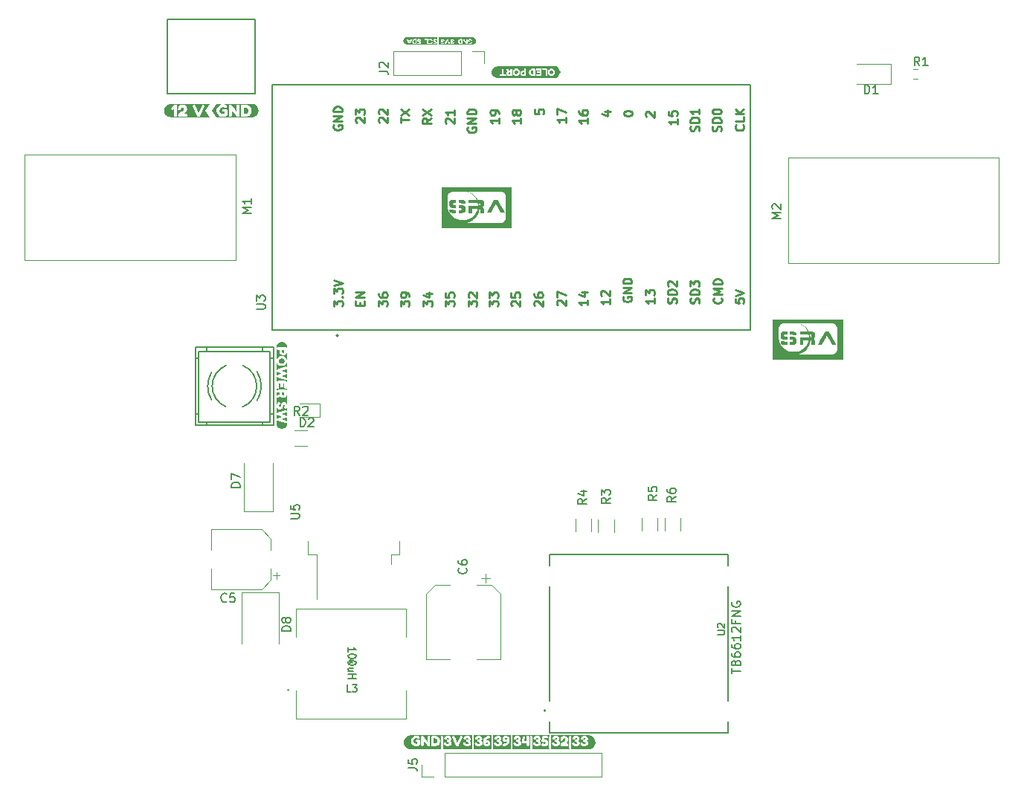
<source format=gbr>
%TF.GenerationSoftware,KiCad,Pcbnew,7.0.1*%
%TF.CreationDate,2023-10-29T13:19:35+05:30*%
%TF.ProjectId,MAZEBLAZE-V3,4d415a45-424c-4415-9a45-2d56332e6b69,rev?*%
%TF.SameCoordinates,Original*%
%TF.FileFunction,Legend,Top*%
%TF.FilePolarity,Positive*%
%FSLAX46Y46*%
G04 Gerber Fmt 4.6, Leading zero omitted, Abs format (unit mm)*
G04 Created by KiCad (PCBNEW 7.0.1) date 2023-10-29 13:19:35*
%MOMM*%
%LPD*%
G01*
G04 APERTURE LIST*
%ADD10C,0.250000*%
%ADD11C,0.150000*%
%ADD12C,0.200000*%
%ADD13C,0.120000*%
%ADD14C,0.127000*%
%ADD15C,0.152400*%
G04 APERTURE END LIST*
D10*
X127302619Y-53482857D02*
X127302619Y-54054285D01*
X127302619Y-53768571D02*
X126302619Y-53768571D01*
X126302619Y-53768571D02*
X126445476Y-53863809D01*
X126445476Y-53863809D02*
X126540714Y-53959047D01*
X126540714Y-53959047D02*
X126588333Y-54054285D01*
X126731190Y-52911428D02*
X126683571Y-53006666D01*
X126683571Y-53006666D02*
X126635952Y-53054285D01*
X126635952Y-53054285D02*
X126540714Y-53101904D01*
X126540714Y-53101904D02*
X126493095Y-53101904D01*
X126493095Y-53101904D02*
X126397857Y-53054285D01*
X126397857Y-53054285D02*
X126350238Y-53006666D01*
X126350238Y-53006666D02*
X126302619Y-52911428D01*
X126302619Y-52911428D02*
X126302619Y-52720952D01*
X126302619Y-52720952D02*
X126350238Y-52625714D01*
X126350238Y-52625714D02*
X126397857Y-52578095D01*
X126397857Y-52578095D02*
X126493095Y-52530476D01*
X126493095Y-52530476D02*
X126540714Y-52530476D01*
X126540714Y-52530476D02*
X126635952Y-52578095D01*
X126635952Y-52578095D02*
X126683571Y-52625714D01*
X126683571Y-52625714D02*
X126731190Y-52720952D01*
X126731190Y-52720952D02*
X126731190Y-52911428D01*
X126731190Y-52911428D02*
X126778809Y-53006666D01*
X126778809Y-53006666D02*
X126826428Y-53054285D01*
X126826428Y-53054285D02*
X126921666Y-53101904D01*
X126921666Y-53101904D02*
X127112142Y-53101904D01*
X127112142Y-53101904D02*
X127207380Y-53054285D01*
X127207380Y-53054285D02*
X127255000Y-53006666D01*
X127255000Y-53006666D02*
X127302619Y-52911428D01*
X127302619Y-52911428D02*
X127302619Y-52720952D01*
X127302619Y-52720952D02*
X127255000Y-52625714D01*
X127255000Y-52625714D02*
X127207380Y-52578095D01*
X127207380Y-52578095D02*
X127112142Y-52530476D01*
X127112142Y-52530476D02*
X126921666Y-52530476D01*
X126921666Y-52530476D02*
X126826428Y-52578095D01*
X126826428Y-52578095D02*
X126778809Y-52625714D01*
X126778809Y-52625714D02*
X126731190Y-52720952D01*
X121250238Y-54525714D02*
X121202619Y-54620952D01*
X121202619Y-54620952D02*
X121202619Y-54763809D01*
X121202619Y-54763809D02*
X121250238Y-54906666D01*
X121250238Y-54906666D02*
X121345476Y-55001904D01*
X121345476Y-55001904D02*
X121440714Y-55049523D01*
X121440714Y-55049523D02*
X121631190Y-55097142D01*
X121631190Y-55097142D02*
X121774047Y-55097142D01*
X121774047Y-55097142D02*
X121964523Y-55049523D01*
X121964523Y-55049523D02*
X122059761Y-55001904D01*
X122059761Y-55001904D02*
X122155000Y-54906666D01*
X122155000Y-54906666D02*
X122202619Y-54763809D01*
X122202619Y-54763809D02*
X122202619Y-54668571D01*
X122202619Y-54668571D02*
X122155000Y-54525714D01*
X122155000Y-54525714D02*
X122107380Y-54478095D01*
X122107380Y-54478095D02*
X121774047Y-54478095D01*
X121774047Y-54478095D02*
X121774047Y-54668571D01*
X122202619Y-54049523D02*
X121202619Y-54049523D01*
X121202619Y-54049523D02*
X122202619Y-53478095D01*
X122202619Y-53478095D02*
X121202619Y-53478095D01*
X122202619Y-53001904D02*
X121202619Y-53001904D01*
X121202619Y-53001904D02*
X121202619Y-52763809D01*
X121202619Y-52763809D02*
X121250238Y-52620952D01*
X121250238Y-52620952D02*
X121345476Y-52525714D01*
X121345476Y-52525714D02*
X121440714Y-52478095D01*
X121440714Y-52478095D02*
X121631190Y-52430476D01*
X121631190Y-52430476D02*
X121774047Y-52430476D01*
X121774047Y-52430476D02*
X121964523Y-52478095D01*
X121964523Y-52478095D02*
X122059761Y-52525714D01*
X122059761Y-52525714D02*
X122155000Y-52620952D01*
X122155000Y-52620952D02*
X122202619Y-52763809D01*
X122202619Y-52763809D02*
X122202619Y-53001904D01*
X145102619Y-53582857D02*
X145102619Y-54154285D01*
X145102619Y-53868571D02*
X144102619Y-53868571D01*
X144102619Y-53868571D02*
X144245476Y-53963809D01*
X144245476Y-53963809D02*
X144340714Y-54059047D01*
X144340714Y-54059047D02*
X144388333Y-54154285D01*
X144102619Y-52678095D02*
X144102619Y-53154285D01*
X144102619Y-53154285D02*
X144578809Y-53201904D01*
X144578809Y-53201904D02*
X144531190Y-53154285D01*
X144531190Y-53154285D02*
X144483571Y-53059047D01*
X144483571Y-53059047D02*
X144483571Y-52820952D01*
X144483571Y-52820952D02*
X144531190Y-52725714D01*
X144531190Y-52725714D02*
X144578809Y-52678095D01*
X144578809Y-52678095D02*
X144674047Y-52630476D01*
X144674047Y-52630476D02*
X144912142Y-52630476D01*
X144912142Y-52630476D02*
X145007380Y-52678095D01*
X145007380Y-52678095D02*
X145055000Y-52725714D01*
X145055000Y-52725714D02*
X145102619Y-52820952D01*
X145102619Y-52820952D02*
X145102619Y-53059047D01*
X145102619Y-53059047D02*
X145055000Y-53154285D01*
X145055000Y-53154285D02*
X145007380Y-53201904D01*
X152607380Y-54240000D02*
X152655000Y-54287619D01*
X152655000Y-54287619D02*
X152702619Y-54430476D01*
X152702619Y-54430476D02*
X152702619Y-54525714D01*
X152702619Y-54525714D02*
X152655000Y-54668571D01*
X152655000Y-54668571D02*
X152559761Y-54763809D01*
X152559761Y-54763809D02*
X152464523Y-54811428D01*
X152464523Y-54811428D02*
X152274047Y-54859047D01*
X152274047Y-54859047D02*
X152131190Y-54859047D01*
X152131190Y-54859047D02*
X151940714Y-54811428D01*
X151940714Y-54811428D02*
X151845476Y-54763809D01*
X151845476Y-54763809D02*
X151750238Y-54668571D01*
X151750238Y-54668571D02*
X151702619Y-54525714D01*
X151702619Y-54525714D02*
X151702619Y-54430476D01*
X151702619Y-54430476D02*
X151750238Y-54287619D01*
X151750238Y-54287619D02*
X151797857Y-54240000D01*
X152702619Y-53335238D02*
X152702619Y-53811428D01*
X152702619Y-53811428D02*
X151702619Y-53811428D01*
X152702619Y-53001904D02*
X151702619Y-53001904D01*
X152702619Y-52430476D02*
X152131190Y-52859047D01*
X151702619Y-52430476D02*
X152274047Y-53001904D01*
X123702619Y-74897142D02*
X123702619Y-74278095D01*
X123702619Y-74278095D02*
X124083571Y-74611428D01*
X124083571Y-74611428D02*
X124083571Y-74468571D01*
X124083571Y-74468571D02*
X124131190Y-74373333D01*
X124131190Y-74373333D02*
X124178809Y-74325714D01*
X124178809Y-74325714D02*
X124274047Y-74278095D01*
X124274047Y-74278095D02*
X124512142Y-74278095D01*
X124512142Y-74278095D02*
X124607380Y-74325714D01*
X124607380Y-74325714D02*
X124655000Y-74373333D01*
X124655000Y-74373333D02*
X124702619Y-74468571D01*
X124702619Y-74468571D02*
X124702619Y-74754285D01*
X124702619Y-74754285D02*
X124655000Y-74849523D01*
X124655000Y-74849523D02*
X124607380Y-74897142D01*
X123702619Y-73944761D02*
X123702619Y-73325714D01*
X123702619Y-73325714D02*
X124083571Y-73659047D01*
X124083571Y-73659047D02*
X124083571Y-73516190D01*
X124083571Y-73516190D02*
X124131190Y-73420952D01*
X124131190Y-73420952D02*
X124178809Y-73373333D01*
X124178809Y-73373333D02*
X124274047Y-73325714D01*
X124274047Y-73325714D02*
X124512142Y-73325714D01*
X124512142Y-73325714D02*
X124607380Y-73373333D01*
X124607380Y-73373333D02*
X124655000Y-73420952D01*
X124655000Y-73420952D02*
X124702619Y-73516190D01*
X124702619Y-73516190D02*
X124702619Y-73801904D01*
X124702619Y-73801904D02*
X124655000Y-73897142D01*
X124655000Y-73897142D02*
X124607380Y-73944761D01*
X117102619Y-53482857D02*
X116626428Y-53816190D01*
X117102619Y-54054285D02*
X116102619Y-54054285D01*
X116102619Y-54054285D02*
X116102619Y-53673333D01*
X116102619Y-53673333D02*
X116150238Y-53578095D01*
X116150238Y-53578095D02*
X116197857Y-53530476D01*
X116197857Y-53530476D02*
X116293095Y-53482857D01*
X116293095Y-53482857D02*
X116435952Y-53482857D01*
X116435952Y-53482857D02*
X116531190Y-53530476D01*
X116531190Y-53530476D02*
X116578809Y-53578095D01*
X116578809Y-53578095D02*
X116626428Y-53673333D01*
X116626428Y-53673333D02*
X116626428Y-54054285D01*
X116102619Y-53149523D02*
X117102619Y-52482857D01*
X116102619Y-52482857D02*
X117102619Y-53149523D01*
X128902619Y-52478095D02*
X128902619Y-52954285D01*
X128902619Y-52954285D02*
X129378809Y-53001904D01*
X129378809Y-53001904D02*
X129331190Y-52954285D01*
X129331190Y-52954285D02*
X129283571Y-52859047D01*
X129283571Y-52859047D02*
X129283571Y-52620952D01*
X129283571Y-52620952D02*
X129331190Y-52525714D01*
X129331190Y-52525714D02*
X129378809Y-52478095D01*
X129378809Y-52478095D02*
X129474047Y-52430476D01*
X129474047Y-52430476D02*
X129712142Y-52430476D01*
X129712142Y-52430476D02*
X129807380Y-52478095D01*
X129807380Y-52478095D02*
X129855000Y-52525714D01*
X129855000Y-52525714D02*
X129902619Y-52620952D01*
X129902619Y-52620952D02*
X129902619Y-52859047D01*
X129902619Y-52859047D02*
X129855000Y-52954285D01*
X129855000Y-52954285D02*
X129807380Y-53001904D01*
X124802619Y-53482857D02*
X124802619Y-54054285D01*
X124802619Y-53768571D02*
X123802619Y-53768571D01*
X123802619Y-53768571D02*
X123945476Y-53863809D01*
X123945476Y-53863809D02*
X124040714Y-53959047D01*
X124040714Y-53959047D02*
X124088333Y-54054285D01*
X124802619Y-53006666D02*
X124802619Y-52816190D01*
X124802619Y-52816190D02*
X124755000Y-52720952D01*
X124755000Y-52720952D02*
X124707380Y-52673333D01*
X124707380Y-52673333D02*
X124564523Y-52578095D01*
X124564523Y-52578095D02*
X124374047Y-52530476D01*
X124374047Y-52530476D02*
X123993095Y-52530476D01*
X123993095Y-52530476D02*
X123897857Y-52578095D01*
X123897857Y-52578095D02*
X123850238Y-52625714D01*
X123850238Y-52625714D02*
X123802619Y-52720952D01*
X123802619Y-52720952D02*
X123802619Y-52911428D01*
X123802619Y-52911428D02*
X123850238Y-53006666D01*
X123850238Y-53006666D02*
X123897857Y-53054285D01*
X123897857Y-53054285D02*
X123993095Y-53101904D01*
X123993095Y-53101904D02*
X124231190Y-53101904D01*
X124231190Y-53101904D02*
X124326428Y-53054285D01*
X124326428Y-53054285D02*
X124374047Y-53006666D01*
X124374047Y-53006666D02*
X124421666Y-52911428D01*
X124421666Y-52911428D02*
X124421666Y-52720952D01*
X124421666Y-52720952D02*
X124374047Y-52625714D01*
X124374047Y-52625714D02*
X124326428Y-52578095D01*
X124326428Y-52578095D02*
X124231190Y-52530476D01*
X132402619Y-53382857D02*
X132402619Y-53954285D01*
X132402619Y-53668571D02*
X131402619Y-53668571D01*
X131402619Y-53668571D02*
X131545476Y-53763809D01*
X131545476Y-53763809D02*
X131640714Y-53859047D01*
X131640714Y-53859047D02*
X131688333Y-53954285D01*
X131402619Y-53049523D02*
X131402619Y-52382857D01*
X131402619Y-52382857D02*
X132402619Y-52811428D01*
X144955000Y-74549523D02*
X145002619Y-74406666D01*
X145002619Y-74406666D02*
X145002619Y-74168571D01*
X145002619Y-74168571D02*
X144955000Y-74073333D01*
X144955000Y-74073333D02*
X144907380Y-74025714D01*
X144907380Y-74025714D02*
X144812142Y-73978095D01*
X144812142Y-73978095D02*
X144716904Y-73978095D01*
X144716904Y-73978095D02*
X144621666Y-74025714D01*
X144621666Y-74025714D02*
X144574047Y-74073333D01*
X144574047Y-74073333D02*
X144526428Y-74168571D01*
X144526428Y-74168571D02*
X144478809Y-74359047D01*
X144478809Y-74359047D02*
X144431190Y-74454285D01*
X144431190Y-74454285D02*
X144383571Y-74501904D01*
X144383571Y-74501904D02*
X144288333Y-74549523D01*
X144288333Y-74549523D02*
X144193095Y-74549523D01*
X144193095Y-74549523D02*
X144097857Y-74501904D01*
X144097857Y-74501904D02*
X144050238Y-74454285D01*
X144050238Y-74454285D02*
X144002619Y-74359047D01*
X144002619Y-74359047D02*
X144002619Y-74120952D01*
X144002619Y-74120952D02*
X144050238Y-73978095D01*
X145002619Y-73549523D02*
X144002619Y-73549523D01*
X144002619Y-73549523D02*
X144002619Y-73311428D01*
X144002619Y-73311428D02*
X144050238Y-73168571D01*
X144050238Y-73168571D02*
X144145476Y-73073333D01*
X144145476Y-73073333D02*
X144240714Y-73025714D01*
X144240714Y-73025714D02*
X144431190Y-72978095D01*
X144431190Y-72978095D02*
X144574047Y-72978095D01*
X144574047Y-72978095D02*
X144764523Y-73025714D01*
X144764523Y-73025714D02*
X144859761Y-73073333D01*
X144859761Y-73073333D02*
X144955000Y-73168571D01*
X144955000Y-73168571D02*
X145002619Y-73311428D01*
X145002619Y-73311428D02*
X145002619Y-73549523D01*
X144097857Y-72597142D02*
X144050238Y-72549523D01*
X144050238Y-72549523D02*
X144002619Y-72454285D01*
X144002619Y-72454285D02*
X144002619Y-72216190D01*
X144002619Y-72216190D02*
X144050238Y-72120952D01*
X144050238Y-72120952D02*
X144097857Y-72073333D01*
X144097857Y-72073333D02*
X144193095Y-72025714D01*
X144193095Y-72025714D02*
X144288333Y-72025714D01*
X144288333Y-72025714D02*
X144431190Y-72073333D01*
X144431190Y-72073333D02*
X145002619Y-72644761D01*
X145002619Y-72644761D02*
X145002619Y-72025714D01*
X108597857Y-53954285D02*
X108550238Y-53906666D01*
X108550238Y-53906666D02*
X108502619Y-53811428D01*
X108502619Y-53811428D02*
X108502619Y-53573333D01*
X108502619Y-53573333D02*
X108550238Y-53478095D01*
X108550238Y-53478095D02*
X108597857Y-53430476D01*
X108597857Y-53430476D02*
X108693095Y-53382857D01*
X108693095Y-53382857D02*
X108788333Y-53382857D01*
X108788333Y-53382857D02*
X108931190Y-53430476D01*
X108931190Y-53430476D02*
X109502619Y-54001904D01*
X109502619Y-54001904D02*
X109502619Y-53382857D01*
X108502619Y-53049523D02*
X108502619Y-52430476D01*
X108502619Y-52430476D02*
X108883571Y-52763809D01*
X108883571Y-52763809D02*
X108883571Y-52620952D01*
X108883571Y-52620952D02*
X108931190Y-52525714D01*
X108931190Y-52525714D02*
X108978809Y-52478095D01*
X108978809Y-52478095D02*
X109074047Y-52430476D01*
X109074047Y-52430476D02*
X109312142Y-52430476D01*
X109312142Y-52430476D02*
X109407380Y-52478095D01*
X109407380Y-52478095D02*
X109455000Y-52525714D01*
X109455000Y-52525714D02*
X109502619Y-52620952D01*
X109502619Y-52620952D02*
X109502619Y-52906666D01*
X109502619Y-52906666D02*
X109455000Y-53001904D01*
X109455000Y-53001904D02*
X109407380Y-53049523D01*
X106000238Y-54255714D02*
X105952619Y-54350952D01*
X105952619Y-54350952D02*
X105952619Y-54493809D01*
X105952619Y-54493809D02*
X106000238Y-54636666D01*
X106000238Y-54636666D02*
X106095476Y-54731904D01*
X106095476Y-54731904D02*
X106190714Y-54779523D01*
X106190714Y-54779523D02*
X106381190Y-54827142D01*
X106381190Y-54827142D02*
X106524047Y-54827142D01*
X106524047Y-54827142D02*
X106714523Y-54779523D01*
X106714523Y-54779523D02*
X106809761Y-54731904D01*
X106809761Y-54731904D02*
X106905000Y-54636666D01*
X106905000Y-54636666D02*
X106952619Y-54493809D01*
X106952619Y-54493809D02*
X106952619Y-54398571D01*
X106952619Y-54398571D02*
X106905000Y-54255714D01*
X106905000Y-54255714D02*
X106857380Y-54208095D01*
X106857380Y-54208095D02*
X106524047Y-54208095D01*
X106524047Y-54208095D02*
X106524047Y-54398571D01*
X106952619Y-53779523D02*
X105952619Y-53779523D01*
X105952619Y-53779523D02*
X106952619Y-53208095D01*
X106952619Y-53208095D02*
X105952619Y-53208095D01*
X106952619Y-52731904D02*
X105952619Y-52731904D01*
X105952619Y-52731904D02*
X105952619Y-52493809D01*
X105952619Y-52493809D02*
X106000238Y-52350952D01*
X106000238Y-52350952D02*
X106095476Y-52255714D01*
X106095476Y-52255714D02*
X106190714Y-52208095D01*
X106190714Y-52208095D02*
X106381190Y-52160476D01*
X106381190Y-52160476D02*
X106524047Y-52160476D01*
X106524047Y-52160476D02*
X106714523Y-52208095D01*
X106714523Y-52208095D02*
X106809761Y-52255714D01*
X106809761Y-52255714D02*
X106905000Y-52350952D01*
X106905000Y-52350952D02*
X106952619Y-52493809D01*
X106952619Y-52493809D02*
X106952619Y-52731904D01*
X126297857Y-74849523D02*
X126250238Y-74801904D01*
X126250238Y-74801904D02*
X126202619Y-74706666D01*
X126202619Y-74706666D02*
X126202619Y-74468571D01*
X126202619Y-74468571D02*
X126250238Y-74373333D01*
X126250238Y-74373333D02*
X126297857Y-74325714D01*
X126297857Y-74325714D02*
X126393095Y-74278095D01*
X126393095Y-74278095D02*
X126488333Y-74278095D01*
X126488333Y-74278095D02*
X126631190Y-74325714D01*
X126631190Y-74325714D02*
X127202619Y-74897142D01*
X127202619Y-74897142D02*
X127202619Y-74278095D01*
X126202619Y-73373333D02*
X126202619Y-73849523D01*
X126202619Y-73849523D02*
X126678809Y-73897142D01*
X126678809Y-73897142D02*
X126631190Y-73849523D01*
X126631190Y-73849523D02*
X126583571Y-73754285D01*
X126583571Y-73754285D02*
X126583571Y-73516190D01*
X126583571Y-73516190D02*
X126631190Y-73420952D01*
X126631190Y-73420952D02*
X126678809Y-73373333D01*
X126678809Y-73373333D02*
X126774047Y-73325714D01*
X126774047Y-73325714D02*
X127012142Y-73325714D01*
X127012142Y-73325714D02*
X127107380Y-73373333D01*
X127107380Y-73373333D02*
X127155000Y-73420952D01*
X127155000Y-73420952D02*
X127202619Y-73516190D01*
X127202619Y-73516190D02*
X127202619Y-73754285D01*
X127202619Y-73754285D02*
X127155000Y-73849523D01*
X127155000Y-73849523D02*
X127107380Y-73897142D01*
X108978809Y-74801904D02*
X108978809Y-74468571D01*
X109502619Y-74325714D02*
X109502619Y-74801904D01*
X109502619Y-74801904D02*
X108502619Y-74801904D01*
X108502619Y-74801904D02*
X108502619Y-74325714D01*
X109502619Y-73897142D02*
X108502619Y-73897142D01*
X108502619Y-73897142D02*
X109502619Y-73325714D01*
X109502619Y-73325714D02*
X108502619Y-73325714D01*
X134902619Y-53482857D02*
X134902619Y-54054285D01*
X134902619Y-53768571D02*
X133902619Y-53768571D01*
X133902619Y-53768571D02*
X134045476Y-53863809D01*
X134045476Y-53863809D02*
X134140714Y-53959047D01*
X134140714Y-53959047D02*
X134188333Y-54054285D01*
X133902619Y-52625714D02*
X133902619Y-52816190D01*
X133902619Y-52816190D02*
X133950238Y-52911428D01*
X133950238Y-52911428D02*
X133997857Y-52959047D01*
X133997857Y-52959047D02*
X134140714Y-53054285D01*
X134140714Y-53054285D02*
X134331190Y-53101904D01*
X134331190Y-53101904D02*
X134712142Y-53101904D01*
X134712142Y-53101904D02*
X134807380Y-53054285D01*
X134807380Y-53054285D02*
X134855000Y-53006666D01*
X134855000Y-53006666D02*
X134902619Y-52911428D01*
X134902619Y-52911428D02*
X134902619Y-52720952D01*
X134902619Y-52720952D02*
X134855000Y-52625714D01*
X134855000Y-52625714D02*
X134807380Y-52578095D01*
X134807380Y-52578095D02*
X134712142Y-52530476D01*
X134712142Y-52530476D02*
X134474047Y-52530476D01*
X134474047Y-52530476D02*
X134378809Y-52578095D01*
X134378809Y-52578095D02*
X134331190Y-52625714D01*
X134331190Y-52625714D02*
X134283571Y-52720952D01*
X134283571Y-52720952D02*
X134283571Y-52911428D01*
X134283571Y-52911428D02*
X134331190Y-53006666D01*
X134331190Y-53006666D02*
X134378809Y-53054285D01*
X134378809Y-53054285D02*
X134474047Y-53101904D01*
X141597857Y-53301904D02*
X141550238Y-53254285D01*
X141550238Y-53254285D02*
X141502619Y-53159047D01*
X141502619Y-53159047D02*
X141502619Y-52920952D01*
X141502619Y-52920952D02*
X141550238Y-52825714D01*
X141550238Y-52825714D02*
X141597857Y-52778095D01*
X141597857Y-52778095D02*
X141693095Y-52730476D01*
X141693095Y-52730476D02*
X141788333Y-52730476D01*
X141788333Y-52730476D02*
X141931190Y-52778095D01*
X141931190Y-52778095D02*
X142502619Y-53349523D01*
X142502619Y-53349523D02*
X142502619Y-52730476D01*
X121302619Y-74897142D02*
X121302619Y-74278095D01*
X121302619Y-74278095D02*
X121683571Y-74611428D01*
X121683571Y-74611428D02*
X121683571Y-74468571D01*
X121683571Y-74468571D02*
X121731190Y-74373333D01*
X121731190Y-74373333D02*
X121778809Y-74325714D01*
X121778809Y-74325714D02*
X121874047Y-74278095D01*
X121874047Y-74278095D02*
X122112142Y-74278095D01*
X122112142Y-74278095D02*
X122207380Y-74325714D01*
X122207380Y-74325714D02*
X122255000Y-74373333D01*
X122255000Y-74373333D02*
X122302619Y-74468571D01*
X122302619Y-74468571D02*
X122302619Y-74754285D01*
X122302619Y-74754285D02*
X122255000Y-74849523D01*
X122255000Y-74849523D02*
X122207380Y-74897142D01*
X121397857Y-73897142D02*
X121350238Y-73849523D01*
X121350238Y-73849523D02*
X121302619Y-73754285D01*
X121302619Y-73754285D02*
X121302619Y-73516190D01*
X121302619Y-73516190D02*
X121350238Y-73420952D01*
X121350238Y-73420952D02*
X121397857Y-73373333D01*
X121397857Y-73373333D02*
X121493095Y-73325714D01*
X121493095Y-73325714D02*
X121588333Y-73325714D01*
X121588333Y-73325714D02*
X121731190Y-73373333D01*
X121731190Y-73373333D02*
X122302619Y-73944761D01*
X122302619Y-73944761D02*
X122302619Y-73325714D01*
X134902619Y-74178095D02*
X134902619Y-74749523D01*
X134902619Y-74463809D02*
X133902619Y-74463809D01*
X133902619Y-74463809D02*
X134045476Y-74559047D01*
X134045476Y-74559047D02*
X134140714Y-74654285D01*
X134140714Y-74654285D02*
X134188333Y-74749523D01*
X134235952Y-73320952D02*
X134902619Y-73320952D01*
X133855000Y-73559047D02*
X134569285Y-73797142D01*
X134569285Y-73797142D02*
X134569285Y-73178095D01*
X147555000Y-74549523D02*
X147602619Y-74406666D01*
X147602619Y-74406666D02*
X147602619Y-74168571D01*
X147602619Y-74168571D02*
X147555000Y-74073333D01*
X147555000Y-74073333D02*
X147507380Y-74025714D01*
X147507380Y-74025714D02*
X147412142Y-73978095D01*
X147412142Y-73978095D02*
X147316904Y-73978095D01*
X147316904Y-73978095D02*
X147221666Y-74025714D01*
X147221666Y-74025714D02*
X147174047Y-74073333D01*
X147174047Y-74073333D02*
X147126428Y-74168571D01*
X147126428Y-74168571D02*
X147078809Y-74359047D01*
X147078809Y-74359047D02*
X147031190Y-74454285D01*
X147031190Y-74454285D02*
X146983571Y-74501904D01*
X146983571Y-74501904D02*
X146888333Y-74549523D01*
X146888333Y-74549523D02*
X146793095Y-74549523D01*
X146793095Y-74549523D02*
X146697857Y-74501904D01*
X146697857Y-74501904D02*
X146650238Y-74454285D01*
X146650238Y-74454285D02*
X146602619Y-74359047D01*
X146602619Y-74359047D02*
X146602619Y-74120952D01*
X146602619Y-74120952D02*
X146650238Y-73978095D01*
X147602619Y-73549523D02*
X146602619Y-73549523D01*
X146602619Y-73549523D02*
X146602619Y-73311428D01*
X146602619Y-73311428D02*
X146650238Y-73168571D01*
X146650238Y-73168571D02*
X146745476Y-73073333D01*
X146745476Y-73073333D02*
X146840714Y-73025714D01*
X146840714Y-73025714D02*
X147031190Y-72978095D01*
X147031190Y-72978095D02*
X147174047Y-72978095D01*
X147174047Y-72978095D02*
X147364523Y-73025714D01*
X147364523Y-73025714D02*
X147459761Y-73073333D01*
X147459761Y-73073333D02*
X147555000Y-73168571D01*
X147555000Y-73168571D02*
X147602619Y-73311428D01*
X147602619Y-73311428D02*
X147602619Y-73549523D01*
X146602619Y-72644761D02*
X146602619Y-72025714D01*
X146602619Y-72025714D02*
X146983571Y-72359047D01*
X146983571Y-72359047D02*
X146983571Y-72216190D01*
X146983571Y-72216190D02*
X147031190Y-72120952D01*
X147031190Y-72120952D02*
X147078809Y-72073333D01*
X147078809Y-72073333D02*
X147174047Y-72025714D01*
X147174047Y-72025714D02*
X147412142Y-72025714D01*
X147412142Y-72025714D02*
X147507380Y-72073333D01*
X147507380Y-72073333D02*
X147555000Y-72120952D01*
X147555000Y-72120952D02*
X147602619Y-72216190D01*
X147602619Y-72216190D02*
X147602619Y-72501904D01*
X147602619Y-72501904D02*
X147555000Y-72597142D01*
X147555000Y-72597142D02*
X147507380Y-72644761D01*
X147555000Y-54954285D02*
X147602619Y-54811428D01*
X147602619Y-54811428D02*
X147602619Y-54573333D01*
X147602619Y-54573333D02*
X147555000Y-54478095D01*
X147555000Y-54478095D02*
X147507380Y-54430476D01*
X147507380Y-54430476D02*
X147412142Y-54382857D01*
X147412142Y-54382857D02*
X147316904Y-54382857D01*
X147316904Y-54382857D02*
X147221666Y-54430476D01*
X147221666Y-54430476D02*
X147174047Y-54478095D01*
X147174047Y-54478095D02*
X147126428Y-54573333D01*
X147126428Y-54573333D02*
X147078809Y-54763809D01*
X147078809Y-54763809D02*
X147031190Y-54859047D01*
X147031190Y-54859047D02*
X146983571Y-54906666D01*
X146983571Y-54906666D02*
X146888333Y-54954285D01*
X146888333Y-54954285D02*
X146793095Y-54954285D01*
X146793095Y-54954285D02*
X146697857Y-54906666D01*
X146697857Y-54906666D02*
X146650238Y-54859047D01*
X146650238Y-54859047D02*
X146602619Y-54763809D01*
X146602619Y-54763809D02*
X146602619Y-54525714D01*
X146602619Y-54525714D02*
X146650238Y-54382857D01*
X147602619Y-53954285D02*
X146602619Y-53954285D01*
X146602619Y-53954285D02*
X146602619Y-53716190D01*
X146602619Y-53716190D02*
X146650238Y-53573333D01*
X146650238Y-53573333D02*
X146745476Y-53478095D01*
X146745476Y-53478095D02*
X146840714Y-53430476D01*
X146840714Y-53430476D02*
X147031190Y-53382857D01*
X147031190Y-53382857D02*
X147174047Y-53382857D01*
X147174047Y-53382857D02*
X147364523Y-53430476D01*
X147364523Y-53430476D02*
X147459761Y-53478095D01*
X147459761Y-53478095D02*
X147555000Y-53573333D01*
X147555000Y-53573333D02*
X147602619Y-53716190D01*
X147602619Y-53716190D02*
X147602619Y-53954285D01*
X147602619Y-52430476D02*
X147602619Y-53001904D01*
X147602619Y-52716190D02*
X146602619Y-52716190D01*
X146602619Y-52716190D02*
X146745476Y-52811428D01*
X146745476Y-52811428D02*
X146840714Y-52906666D01*
X146840714Y-52906666D02*
X146888333Y-53001904D01*
X142502619Y-73978095D02*
X142502619Y-74549523D01*
X142502619Y-74263809D02*
X141502619Y-74263809D01*
X141502619Y-74263809D02*
X141645476Y-74359047D01*
X141645476Y-74359047D02*
X141740714Y-74454285D01*
X141740714Y-74454285D02*
X141788333Y-74549523D01*
X141502619Y-73644761D02*
X141502619Y-73025714D01*
X141502619Y-73025714D02*
X141883571Y-73359047D01*
X141883571Y-73359047D02*
X141883571Y-73216190D01*
X141883571Y-73216190D02*
X141931190Y-73120952D01*
X141931190Y-73120952D02*
X141978809Y-73073333D01*
X141978809Y-73073333D02*
X142074047Y-73025714D01*
X142074047Y-73025714D02*
X142312142Y-73025714D01*
X142312142Y-73025714D02*
X142407380Y-73073333D01*
X142407380Y-73073333D02*
X142455000Y-73120952D01*
X142455000Y-73120952D02*
X142502619Y-73216190D01*
X142502619Y-73216190D02*
X142502619Y-73501904D01*
X142502619Y-73501904D02*
X142455000Y-73597142D01*
X142455000Y-73597142D02*
X142407380Y-73644761D01*
X116202619Y-74897142D02*
X116202619Y-74278095D01*
X116202619Y-74278095D02*
X116583571Y-74611428D01*
X116583571Y-74611428D02*
X116583571Y-74468571D01*
X116583571Y-74468571D02*
X116631190Y-74373333D01*
X116631190Y-74373333D02*
X116678809Y-74325714D01*
X116678809Y-74325714D02*
X116774047Y-74278095D01*
X116774047Y-74278095D02*
X117012142Y-74278095D01*
X117012142Y-74278095D02*
X117107380Y-74325714D01*
X117107380Y-74325714D02*
X117155000Y-74373333D01*
X117155000Y-74373333D02*
X117202619Y-74468571D01*
X117202619Y-74468571D02*
X117202619Y-74754285D01*
X117202619Y-74754285D02*
X117155000Y-74849523D01*
X117155000Y-74849523D02*
X117107380Y-74897142D01*
X116535952Y-73420952D02*
X117202619Y-73420952D01*
X116155000Y-73659047D02*
X116869285Y-73897142D01*
X116869285Y-73897142D02*
X116869285Y-73278095D01*
X118702619Y-74897142D02*
X118702619Y-74278095D01*
X118702619Y-74278095D02*
X119083571Y-74611428D01*
X119083571Y-74611428D02*
X119083571Y-74468571D01*
X119083571Y-74468571D02*
X119131190Y-74373333D01*
X119131190Y-74373333D02*
X119178809Y-74325714D01*
X119178809Y-74325714D02*
X119274047Y-74278095D01*
X119274047Y-74278095D02*
X119512142Y-74278095D01*
X119512142Y-74278095D02*
X119607380Y-74325714D01*
X119607380Y-74325714D02*
X119655000Y-74373333D01*
X119655000Y-74373333D02*
X119702619Y-74468571D01*
X119702619Y-74468571D02*
X119702619Y-74754285D01*
X119702619Y-74754285D02*
X119655000Y-74849523D01*
X119655000Y-74849523D02*
X119607380Y-74897142D01*
X118702619Y-73373333D02*
X118702619Y-73849523D01*
X118702619Y-73849523D02*
X119178809Y-73897142D01*
X119178809Y-73897142D02*
X119131190Y-73849523D01*
X119131190Y-73849523D02*
X119083571Y-73754285D01*
X119083571Y-73754285D02*
X119083571Y-73516190D01*
X119083571Y-73516190D02*
X119131190Y-73420952D01*
X119131190Y-73420952D02*
X119178809Y-73373333D01*
X119178809Y-73373333D02*
X119274047Y-73325714D01*
X119274047Y-73325714D02*
X119512142Y-73325714D01*
X119512142Y-73325714D02*
X119607380Y-73373333D01*
X119607380Y-73373333D02*
X119655000Y-73420952D01*
X119655000Y-73420952D02*
X119702619Y-73516190D01*
X119702619Y-73516190D02*
X119702619Y-73754285D01*
X119702619Y-73754285D02*
X119655000Y-73849523D01*
X119655000Y-73849523D02*
X119607380Y-73897142D01*
X150107380Y-73930476D02*
X150155000Y-73978095D01*
X150155000Y-73978095D02*
X150202619Y-74120952D01*
X150202619Y-74120952D02*
X150202619Y-74216190D01*
X150202619Y-74216190D02*
X150155000Y-74359047D01*
X150155000Y-74359047D02*
X150059761Y-74454285D01*
X150059761Y-74454285D02*
X149964523Y-74501904D01*
X149964523Y-74501904D02*
X149774047Y-74549523D01*
X149774047Y-74549523D02*
X149631190Y-74549523D01*
X149631190Y-74549523D02*
X149440714Y-74501904D01*
X149440714Y-74501904D02*
X149345476Y-74454285D01*
X149345476Y-74454285D02*
X149250238Y-74359047D01*
X149250238Y-74359047D02*
X149202619Y-74216190D01*
X149202619Y-74216190D02*
X149202619Y-74120952D01*
X149202619Y-74120952D02*
X149250238Y-73978095D01*
X149250238Y-73978095D02*
X149297857Y-73930476D01*
X150202619Y-73501904D02*
X149202619Y-73501904D01*
X149202619Y-73501904D02*
X149916904Y-73168571D01*
X149916904Y-73168571D02*
X149202619Y-72835238D01*
X149202619Y-72835238D02*
X150202619Y-72835238D01*
X150202619Y-72359047D02*
X149202619Y-72359047D01*
X149202619Y-72359047D02*
X149202619Y-72120952D01*
X149202619Y-72120952D02*
X149250238Y-71978095D01*
X149250238Y-71978095D02*
X149345476Y-71882857D01*
X149345476Y-71882857D02*
X149440714Y-71835238D01*
X149440714Y-71835238D02*
X149631190Y-71787619D01*
X149631190Y-71787619D02*
X149774047Y-71787619D01*
X149774047Y-71787619D02*
X149964523Y-71835238D01*
X149964523Y-71835238D02*
X150059761Y-71882857D01*
X150059761Y-71882857D02*
X150155000Y-71978095D01*
X150155000Y-71978095D02*
X150202619Y-72120952D01*
X150202619Y-72120952D02*
X150202619Y-72359047D01*
X111102619Y-74897142D02*
X111102619Y-74278095D01*
X111102619Y-74278095D02*
X111483571Y-74611428D01*
X111483571Y-74611428D02*
X111483571Y-74468571D01*
X111483571Y-74468571D02*
X111531190Y-74373333D01*
X111531190Y-74373333D02*
X111578809Y-74325714D01*
X111578809Y-74325714D02*
X111674047Y-74278095D01*
X111674047Y-74278095D02*
X111912142Y-74278095D01*
X111912142Y-74278095D02*
X112007380Y-74325714D01*
X112007380Y-74325714D02*
X112055000Y-74373333D01*
X112055000Y-74373333D02*
X112102619Y-74468571D01*
X112102619Y-74468571D02*
X112102619Y-74754285D01*
X112102619Y-74754285D02*
X112055000Y-74849523D01*
X112055000Y-74849523D02*
X112007380Y-74897142D01*
X111102619Y-73420952D02*
X111102619Y-73611428D01*
X111102619Y-73611428D02*
X111150238Y-73706666D01*
X111150238Y-73706666D02*
X111197857Y-73754285D01*
X111197857Y-73754285D02*
X111340714Y-73849523D01*
X111340714Y-73849523D02*
X111531190Y-73897142D01*
X111531190Y-73897142D02*
X111912142Y-73897142D01*
X111912142Y-73897142D02*
X112007380Y-73849523D01*
X112007380Y-73849523D02*
X112055000Y-73801904D01*
X112055000Y-73801904D02*
X112102619Y-73706666D01*
X112102619Y-73706666D02*
X112102619Y-73516190D01*
X112102619Y-73516190D02*
X112055000Y-73420952D01*
X112055000Y-73420952D02*
X112007380Y-73373333D01*
X112007380Y-73373333D02*
X111912142Y-73325714D01*
X111912142Y-73325714D02*
X111674047Y-73325714D01*
X111674047Y-73325714D02*
X111578809Y-73373333D01*
X111578809Y-73373333D02*
X111531190Y-73420952D01*
X111531190Y-73420952D02*
X111483571Y-73516190D01*
X111483571Y-73516190D02*
X111483571Y-73706666D01*
X111483571Y-73706666D02*
X111531190Y-73801904D01*
X111531190Y-73801904D02*
X111578809Y-73849523D01*
X111578809Y-73849523D02*
X111674047Y-73897142D01*
X150055000Y-54954285D02*
X150102619Y-54811428D01*
X150102619Y-54811428D02*
X150102619Y-54573333D01*
X150102619Y-54573333D02*
X150055000Y-54478095D01*
X150055000Y-54478095D02*
X150007380Y-54430476D01*
X150007380Y-54430476D02*
X149912142Y-54382857D01*
X149912142Y-54382857D02*
X149816904Y-54382857D01*
X149816904Y-54382857D02*
X149721666Y-54430476D01*
X149721666Y-54430476D02*
X149674047Y-54478095D01*
X149674047Y-54478095D02*
X149626428Y-54573333D01*
X149626428Y-54573333D02*
X149578809Y-54763809D01*
X149578809Y-54763809D02*
X149531190Y-54859047D01*
X149531190Y-54859047D02*
X149483571Y-54906666D01*
X149483571Y-54906666D02*
X149388333Y-54954285D01*
X149388333Y-54954285D02*
X149293095Y-54954285D01*
X149293095Y-54954285D02*
X149197857Y-54906666D01*
X149197857Y-54906666D02*
X149150238Y-54859047D01*
X149150238Y-54859047D02*
X149102619Y-54763809D01*
X149102619Y-54763809D02*
X149102619Y-54525714D01*
X149102619Y-54525714D02*
X149150238Y-54382857D01*
X150102619Y-53954285D02*
X149102619Y-53954285D01*
X149102619Y-53954285D02*
X149102619Y-53716190D01*
X149102619Y-53716190D02*
X149150238Y-53573333D01*
X149150238Y-53573333D02*
X149245476Y-53478095D01*
X149245476Y-53478095D02*
X149340714Y-53430476D01*
X149340714Y-53430476D02*
X149531190Y-53382857D01*
X149531190Y-53382857D02*
X149674047Y-53382857D01*
X149674047Y-53382857D02*
X149864523Y-53430476D01*
X149864523Y-53430476D02*
X149959761Y-53478095D01*
X149959761Y-53478095D02*
X150055000Y-53573333D01*
X150055000Y-53573333D02*
X150102619Y-53716190D01*
X150102619Y-53716190D02*
X150102619Y-53954285D01*
X149102619Y-52763809D02*
X149102619Y-52668571D01*
X149102619Y-52668571D02*
X149150238Y-52573333D01*
X149150238Y-52573333D02*
X149197857Y-52525714D01*
X149197857Y-52525714D02*
X149293095Y-52478095D01*
X149293095Y-52478095D02*
X149483571Y-52430476D01*
X149483571Y-52430476D02*
X149721666Y-52430476D01*
X149721666Y-52430476D02*
X149912142Y-52478095D01*
X149912142Y-52478095D02*
X150007380Y-52525714D01*
X150007380Y-52525714D02*
X150055000Y-52573333D01*
X150055000Y-52573333D02*
X150102619Y-52668571D01*
X150102619Y-52668571D02*
X150102619Y-52763809D01*
X150102619Y-52763809D02*
X150055000Y-52859047D01*
X150055000Y-52859047D02*
X150007380Y-52906666D01*
X150007380Y-52906666D02*
X149912142Y-52954285D01*
X149912142Y-52954285D02*
X149721666Y-53001904D01*
X149721666Y-53001904D02*
X149483571Y-53001904D01*
X149483571Y-53001904D02*
X149293095Y-52954285D01*
X149293095Y-52954285D02*
X149197857Y-52906666D01*
X149197857Y-52906666D02*
X149150238Y-52859047D01*
X149150238Y-52859047D02*
X149102619Y-52763809D01*
X138960238Y-73818095D02*
X138912619Y-73913333D01*
X138912619Y-73913333D02*
X138912619Y-74056190D01*
X138912619Y-74056190D02*
X138960238Y-74199047D01*
X138960238Y-74199047D02*
X139055476Y-74294285D01*
X139055476Y-74294285D02*
X139150714Y-74341904D01*
X139150714Y-74341904D02*
X139341190Y-74389523D01*
X139341190Y-74389523D02*
X139484047Y-74389523D01*
X139484047Y-74389523D02*
X139674523Y-74341904D01*
X139674523Y-74341904D02*
X139769761Y-74294285D01*
X139769761Y-74294285D02*
X139865000Y-74199047D01*
X139865000Y-74199047D02*
X139912619Y-74056190D01*
X139912619Y-74056190D02*
X139912619Y-73960952D01*
X139912619Y-73960952D02*
X139865000Y-73818095D01*
X139865000Y-73818095D02*
X139817380Y-73770476D01*
X139817380Y-73770476D02*
X139484047Y-73770476D01*
X139484047Y-73770476D02*
X139484047Y-73960952D01*
X139912619Y-73341904D02*
X138912619Y-73341904D01*
X138912619Y-73341904D02*
X139912619Y-72770476D01*
X139912619Y-72770476D02*
X138912619Y-72770476D01*
X139912619Y-72294285D02*
X138912619Y-72294285D01*
X138912619Y-72294285D02*
X138912619Y-72056190D01*
X138912619Y-72056190D02*
X138960238Y-71913333D01*
X138960238Y-71913333D02*
X139055476Y-71818095D01*
X139055476Y-71818095D02*
X139150714Y-71770476D01*
X139150714Y-71770476D02*
X139341190Y-71722857D01*
X139341190Y-71722857D02*
X139484047Y-71722857D01*
X139484047Y-71722857D02*
X139674523Y-71770476D01*
X139674523Y-71770476D02*
X139769761Y-71818095D01*
X139769761Y-71818095D02*
X139865000Y-71913333D01*
X139865000Y-71913333D02*
X139912619Y-72056190D01*
X139912619Y-72056190D02*
X139912619Y-72294285D01*
X113602619Y-74897142D02*
X113602619Y-74278095D01*
X113602619Y-74278095D02*
X113983571Y-74611428D01*
X113983571Y-74611428D02*
X113983571Y-74468571D01*
X113983571Y-74468571D02*
X114031190Y-74373333D01*
X114031190Y-74373333D02*
X114078809Y-74325714D01*
X114078809Y-74325714D02*
X114174047Y-74278095D01*
X114174047Y-74278095D02*
X114412142Y-74278095D01*
X114412142Y-74278095D02*
X114507380Y-74325714D01*
X114507380Y-74325714D02*
X114555000Y-74373333D01*
X114555000Y-74373333D02*
X114602619Y-74468571D01*
X114602619Y-74468571D02*
X114602619Y-74754285D01*
X114602619Y-74754285D02*
X114555000Y-74849523D01*
X114555000Y-74849523D02*
X114507380Y-74897142D01*
X114602619Y-73801904D02*
X114602619Y-73611428D01*
X114602619Y-73611428D02*
X114555000Y-73516190D01*
X114555000Y-73516190D02*
X114507380Y-73468571D01*
X114507380Y-73468571D02*
X114364523Y-73373333D01*
X114364523Y-73373333D02*
X114174047Y-73325714D01*
X114174047Y-73325714D02*
X113793095Y-73325714D01*
X113793095Y-73325714D02*
X113697857Y-73373333D01*
X113697857Y-73373333D02*
X113650238Y-73420952D01*
X113650238Y-73420952D02*
X113602619Y-73516190D01*
X113602619Y-73516190D02*
X113602619Y-73706666D01*
X113602619Y-73706666D02*
X113650238Y-73801904D01*
X113650238Y-73801904D02*
X113697857Y-73849523D01*
X113697857Y-73849523D02*
X113793095Y-73897142D01*
X113793095Y-73897142D02*
X114031190Y-73897142D01*
X114031190Y-73897142D02*
X114126428Y-73849523D01*
X114126428Y-73849523D02*
X114174047Y-73801904D01*
X114174047Y-73801904D02*
X114221666Y-73706666D01*
X114221666Y-73706666D02*
X114221666Y-73516190D01*
X114221666Y-73516190D02*
X114174047Y-73420952D01*
X114174047Y-73420952D02*
X114126428Y-73373333D01*
X114126428Y-73373333D02*
X114031190Y-73325714D01*
X118797857Y-54054285D02*
X118750238Y-54006666D01*
X118750238Y-54006666D02*
X118702619Y-53911428D01*
X118702619Y-53911428D02*
X118702619Y-53673333D01*
X118702619Y-53673333D02*
X118750238Y-53578095D01*
X118750238Y-53578095D02*
X118797857Y-53530476D01*
X118797857Y-53530476D02*
X118893095Y-53482857D01*
X118893095Y-53482857D02*
X118988333Y-53482857D01*
X118988333Y-53482857D02*
X119131190Y-53530476D01*
X119131190Y-53530476D02*
X119702619Y-54101904D01*
X119702619Y-54101904D02*
X119702619Y-53482857D01*
X119702619Y-52530476D02*
X119702619Y-53101904D01*
X119702619Y-52816190D02*
X118702619Y-52816190D01*
X118702619Y-52816190D02*
X118845476Y-52911428D01*
X118845476Y-52911428D02*
X118940714Y-53006666D01*
X118940714Y-53006666D02*
X118988333Y-53101904D01*
X111197857Y-53954285D02*
X111150238Y-53906666D01*
X111150238Y-53906666D02*
X111102619Y-53811428D01*
X111102619Y-53811428D02*
X111102619Y-53573333D01*
X111102619Y-53573333D02*
X111150238Y-53478095D01*
X111150238Y-53478095D02*
X111197857Y-53430476D01*
X111197857Y-53430476D02*
X111293095Y-53382857D01*
X111293095Y-53382857D02*
X111388333Y-53382857D01*
X111388333Y-53382857D02*
X111531190Y-53430476D01*
X111531190Y-53430476D02*
X112102619Y-54001904D01*
X112102619Y-54001904D02*
X112102619Y-53382857D01*
X111197857Y-53001904D02*
X111150238Y-52954285D01*
X111150238Y-52954285D02*
X111102619Y-52859047D01*
X111102619Y-52859047D02*
X111102619Y-52620952D01*
X111102619Y-52620952D02*
X111150238Y-52525714D01*
X111150238Y-52525714D02*
X111197857Y-52478095D01*
X111197857Y-52478095D02*
X111293095Y-52430476D01*
X111293095Y-52430476D02*
X111388333Y-52430476D01*
X111388333Y-52430476D02*
X111531190Y-52478095D01*
X111531190Y-52478095D02*
X112102619Y-53049523D01*
X112102619Y-53049523D02*
X112102619Y-52430476D01*
X137402619Y-74078095D02*
X137402619Y-74649523D01*
X137402619Y-74363809D02*
X136402619Y-74363809D01*
X136402619Y-74363809D02*
X136545476Y-74459047D01*
X136545476Y-74459047D02*
X136640714Y-74554285D01*
X136640714Y-74554285D02*
X136688333Y-74649523D01*
X136497857Y-73697142D02*
X136450238Y-73649523D01*
X136450238Y-73649523D02*
X136402619Y-73554285D01*
X136402619Y-73554285D02*
X136402619Y-73316190D01*
X136402619Y-73316190D02*
X136450238Y-73220952D01*
X136450238Y-73220952D02*
X136497857Y-73173333D01*
X136497857Y-73173333D02*
X136593095Y-73125714D01*
X136593095Y-73125714D02*
X136688333Y-73125714D01*
X136688333Y-73125714D02*
X136831190Y-73173333D01*
X136831190Y-73173333D02*
X137402619Y-73744761D01*
X137402619Y-73744761D02*
X137402619Y-73125714D01*
X106002619Y-74897142D02*
X106002619Y-74278095D01*
X106002619Y-74278095D02*
X106383571Y-74611428D01*
X106383571Y-74611428D02*
X106383571Y-74468571D01*
X106383571Y-74468571D02*
X106431190Y-74373333D01*
X106431190Y-74373333D02*
X106478809Y-74325714D01*
X106478809Y-74325714D02*
X106574047Y-74278095D01*
X106574047Y-74278095D02*
X106812142Y-74278095D01*
X106812142Y-74278095D02*
X106907380Y-74325714D01*
X106907380Y-74325714D02*
X106955000Y-74373333D01*
X106955000Y-74373333D02*
X107002619Y-74468571D01*
X107002619Y-74468571D02*
X107002619Y-74754285D01*
X107002619Y-74754285D02*
X106955000Y-74849523D01*
X106955000Y-74849523D02*
X106907380Y-74897142D01*
X106907380Y-73849523D02*
X106955000Y-73801904D01*
X106955000Y-73801904D02*
X107002619Y-73849523D01*
X107002619Y-73849523D02*
X106955000Y-73897142D01*
X106955000Y-73897142D02*
X106907380Y-73849523D01*
X106907380Y-73849523D02*
X107002619Y-73849523D01*
X106002619Y-73468571D02*
X106002619Y-72849524D01*
X106002619Y-72849524D02*
X106383571Y-73182857D01*
X106383571Y-73182857D02*
X106383571Y-73040000D01*
X106383571Y-73040000D02*
X106431190Y-72944762D01*
X106431190Y-72944762D02*
X106478809Y-72897143D01*
X106478809Y-72897143D02*
X106574047Y-72849524D01*
X106574047Y-72849524D02*
X106812142Y-72849524D01*
X106812142Y-72849524D02*
X106907380Y-72897143D01*
X106907380Y-72897143D02*
X106955000Y-72944762D01*
X106955000Y-72944762D02*
X107002619Y-73040000D01*
X107002619Y-73040000D02*
X107002619Y-73325714D01*
X107002619Y-73325714D02*
X106955000Y-73420952D01*
X106955000Y-73420952D02*
X106907380Y-73468571D01*
X106002619Y-72563809D02*
X107002619Y-72230476D01*
X107002619Y-72230476D02*
X106002619Y-71897143D01*
X128897857Y-74849523D02*
X128850238Y-74801904D01*
X128850238Y-74801904D02*
X128802619Y-74706666D01*
X128802619Y-74706666D02*
X128802619Y-74468571D01*
X128802619Y-74468571D02*
X128850238Y-74373333D01*
X128850238Y-74373333D02*
X128897857Y-74325714D01*
X128897857Y-74325714D02*
X128993095Y-74278095D01*
X128993095Y-74278095D02*
X129088333Y-74278095D01*
X129088333Y-74278095D02*
X129231190Y-74325714D01*
X129231190Y-74325714D02*
X129802619Y-74897142D01*
X129802619Y-74897142D02*
X129802619Y-74278095D01*
X128802619Y-73420952D02*
X128802619Y-73611428D01*
X128802619Y-73611428D02*
X128850238Y-73706666D01*
X128850238Y-73706666D02*
X128897857Y-73754285D01*
X128897857Y-73754285D02*
X129040714Y-73849523D01*
X129040714Y-73849523D02*
X129231190Y-73897142D01*
X129231190Y-73897142D02*
X129612142Y-73897142D01*
X129612142Y-73897142D02*
X129707380Y-73849523D01*
X129707380Y-73849523D02*
X129755000Y-73801904D01*
X129755000Y-73801904D02*
X129802619Y-73706666D01*
X129802619Y-73706666D02*
X129802619Y-73516190D01*
X129802619Y-73516190D02*
X129755000Y-73420952D01*
X129755000Y-73420952D02*
X129707380Y-73373333D01*
X129707380Y-73373333D02*
X129612142Y-73325714D01*
X129612142Y-73325714D02*
X129374047Y-73325714D01*
X129374047Y-73325714D02*
X129278809Y-73373333D01*
X129278809Y-73373333D02*
X129231190Y-73420952D01*
X129231190Y-73420952D02*
X129183571Y-73516190D01*
X129183571Y-73516190D02*
X129183571Y-73706666D01*
X129183571Y-73706666D02*
X129231190Y-73801904D01*
X129231190Y-73801904D02*
X129278809Y-73849523D01*
X129278809Y-73849523D02*
X129374047Y-73897142D01*
X136835952Y-52725714D02*
X137502619Y-52725714D01*
X136455000Y-52963809D02*
X137169285Y-53201904D01*
X137169285Y-53201904D02*
X137169285Y-52582857D01*
X151702619Y-74025714D02*
X151702619Y-74501904D01*
X151702619Y-74501904D02*
X152178809Y-74549523D01*
X152178809Y-74549523D02*
X152131190Y-74501904D01*
X152131190Y-74501904D02*
X152083571Y-74406666D01*
X152083571Y-74406666D02*
X152083571Y-74168571D01*
X152083571Y-74168571D02*
X152131190Y-74073333D01*
X152131190Y-74073333D02*
X152178809Y-74025714D01*
X152178809Y-74025714D02*
X152274047Y-73978095D01*
X152274047Y-73978095D02*
X152512142Y-73978095D01*
X152512142Y-73978095D02*
X152607380Y-74025714D01*
X152607380Y-74025714D02*
X152655000Y-74073333D01*
X152655000Y-74073333D02*
X152702619Y-74168571D01*
X152702619Y-74168571D02*
X152702619Y-74406666D01*
X152702619Y-74406666D02*
X152655000Y-74501904D01*
X152655000Y-74501904D02*
X152607380Y-74549523D01*
X151702619Y-73692380D02*
X152702619Y-73359047D01*
X152702619Y-73359047D02*
X151702619Y-73025714D01*
X131497857Y-74749523D02*
X131450238Y-74701904D01*
X131450238Y-74701904D02*
X131402619Y-74606666D01*
X131402619Y-74606666D02*
X131402619Y-74368571D01*
X131402619Y-74368571D02*
X131450238Y-74273333D01*
X131450238Y-74273333D02*
X131497857Y-74225714D01*
X131497857Y-74225714D02*
X131593095Y-74178095D01*
X131593095Y-74178095D02*
X131688333Y-74178095D01*
X131688333Y-74178095D02*
X131831190Y-74225714D01*
X131831190Y-74225714D02*
X132402619Y-74797142D01*
X132402619Y-74797142D02*
X132402619Y-74178095D01*
X131402619Y-73844761D02*
X131402619Y-73178095D01*
X131402619Y-73178095D02*
X132402619Y-73606666D01*
X113602619Y-53959047D02*
X113602619Y-53387619D01*
X114602619Y-53673333D02*
X113602619Y-53673333D01*
X113602619Y-53149523D02*
X114602619Y-52482857D01*
X113602619Y-52482857D02*
X114602619Y-53149523D01*
X139002619Y-52963809D02*
X139002619Y-52868571D01*
X139002619Y-52868571D02*
X139050238Y-52773333D01*
X139050238Y-52773333D02*
X139097857Y-52725714D01*
X139097857Y-52725714D02*
X139193095Y-52678095D01*
X139193095Y-52678095D02*
X139383571Y-52630476D01*
X139383571Y-52630476D02*
X139621666Y-52630476D01*
X139621666Y-52630476D02*
X139812142Y-52678095D01*
X139812142Y-52678095D02*
X139907380Y-52725714D01*
X139907380Y-52725714D02*
X139955000Y-52773333D01*
X139955000Y-52773333D02*
X140002619Y-52868571D01*
X140002619Y-52868571D02*
X140002619Y-52963809D01*
X140002619Y-52963809D02*
X139955000Y-53059047D01*
X139955000Y-53059047D02*
X139907380Y-53106666D01*
X139907380Y-53106666D02*
X139812142Y-53154285D01*
X139812142Y-53154285D02*
X139621666Y-53201904D01*
X139621666Y-53201904D02*
X139383571Y-53201904D01*
X139383571Y-53201904D02*
X139193095Y-53154285D01*
X139193095Y-53154285D02*
X139097857Y-53106666D01*
X139097857Y-53106666D02*
X139050238Y-53059047D01*
X139050238Y-53059047D02*
X139002619Y-52963809D01*
D11*
%TO.C,R6*%
X144922619Y-96581666D02*
X144446428Y-96914999D01*
X144922619Y-97153094D02*
X143922619Y-97153094D01*
X143922619Y-97153094D02*
X143922619Y-96772142D01*
X143922619Y-96772142D02*
X143970238Y-96676904D01*
X143970238Y-96676904D02*
X144017857Y-96629285D01*
X144017857Y-96629285D02*
X144113095Y-96581666D01*
X144113095Y-96581666D02*
X144255952Y-96581666D01*
X144255952Y-96581666D02*
X144351190Y-96629285D01*
X144351190Y-96629285D02*
X144398809Y-96676904D01*
X144398809Y-96676904D02*
X144446428Y-96772142D01*
X144446428Y-96772142D02*
X144446428Y-97153094D01*
X143922619Y-95724523D02*
X143922619Y-95914999D01*
X143922619Y-95914999D02*
X143970238Y-96010237D01*
X143970238Y-96010237D02*
X144017857Y-96057856D01*
X144017857Y-96057856D02*
X144160714Y-96153094D01*
X144160714Y-96153094D02*
X144351190Y-96200713D01*
X144351190Y-96200713D02*
X144732142Y-96200713D01*
X144732142Y-96200713D02*
X144827380Y-96153094D01*
X144827380Y-96153094D02*
X144875000Y-96105475D01*
X144875000Y-96105475D02*
X144922619Y-96010237D01*
X144922619Y-96010237D02*
X144922619Y-95819761D01*
X144922619Y-95819761D02*
X144875000Y-95724523D01*
X144875000Y-95724523D02*
X144827380Y-95676904D01*
X144827380Y-95676904D02*
X144732142Y-95629285D01*
X144732142Y-95629285D02*
X144494047Y-95629285D01*
X144494047Y-95629285D02*
X144398809Y-95676904D01*
X144398809Y-95676904D02*
X144351190Y-95724523D01*
X144351190Y-95724523D02*
X144303571Y-95819761D01*
X144303571Y-95819761D02*
X144303571Y-96010237D01*
X144303571Y-96010237D02*
X144351190Y-96105475D01*
X144351190Y-96105475D02*
X144398809Y-96153094D01*
X144398809Y-96153094D02*
X144494047Y-96200713D01*
%TO.C,C6*%
X121067380Y-104736666D02*
X121115000Y-104784285D01*
X121115000Y-104784285D02*
X121162619Y-104927142D01*
X121162619Y-104927142D02*
X121162619Y-105022380D01*
X121162619Y-105022380D02*
X121115000Y-105165237D01*
X121115000Y-105165237D02*
X121019761Y-105260475D01*
X121019761Y-105260475D02*
X120924523Y-105308094D01*
X120924523Y-105308094D02*
X120734047Y-105355713D01*
X120734047Y-105355713D02*
X120591190Y-105355713D01*
X120591190Y-105355713D02*
X120400714Y-105308094D01*
X120400714Y-105308094D02*
X120305476Y-105260475D01*
X120305476Y-105260475D02*
X120210238Y-105165237D01*
X120210238Y-105165237D02*
X120162619Y-105022380D01*
X120162619Y-105022380D02*
X120162619Y-104927142D01*
X120162619Y-104927142D02*
X120210238Y-104784285D01*
X120210238Y-104784285D02*
X120257857Y-104736666D01*
X120162619Y-103879523D02*
X120162619Y-104069999D01*
X120162619Y-104069999D02*
X120210238Y-104165237D01*
X120210238Y-104165237D02*
X120257857Y-104212856D01*
X120257857Y-104212856D02*
X120400714Y-104308094D01*
X120400714Y-104308094D02*
X120591190Y-104355713D01*
X120591190Y-104355713D02*
X120972142Y-104355713D01*
X120972142Y-104355713D02*
X121067380Y-104308094D01*
X121067380Y-104308094D02*
X121115000Y-104260475D01*
X121115000Y-104260475D02*
X121162619Y-104165237D01*
X121162619Y-104165237D02*
X121162619Y-103974761D01*
X121162619Y-103974761D02*
X121115000Y-103879523D01*
X121115000Y-103879523D02*
X121067380Y-103831904D01*
X121067380Y-103831904D02*
X120972142Y-103784285D01*
X120972142Y-103784285D02*
X120734047Y-103784285D01*
X120734047Y-103784285D02*
X120638809Y-103831904D01*
X120638809Y-103831904D02*
X120591190Y-103879523D01*
X120591190Y-103879523D02*
X120543571Y-103974761D01*
X120543571Y-103974761D02*
X120543571Y-104165237D01*
X120543571Y-104165237D02*
X120591190Y-104260475D01*
X120591190Y-104260475D02*
X120638809Y-104308094D01*
X120638809Y-104308094D02*
X120734047Y-104355713D01*
%TO.C,D2*%
X102184405Y-88632619D02*
X102184405Y-87632619D01*
X102184405Y-87632619D02*
X102422500Y-87632619D01*
X102422500Y-87632619D02*
X102565357Y-87680238D01*
X102565357Y-87680238D02*
X102660595Y-87775476D01*
X102660595Y-87775476D02*
X102708214Y-87870714D01*
X102708214Y-87870714D02*
X102755833Y-88061190D01*
X102755833Y-88061190D02*
X102755833Y-88204047D01*
X102755833Y-88204047D02*
X102708214Y-88394523D01*
X102708214Y-88394523D02*
X102660595Y-88489761D01*
X102660595Y-88489761D02*
X102565357Y-88585000D01*
X102565357Y-88585000D02*
X102422500Y-88632619D01*
X102422500Y-88632619D02*
X102184405Y-88632619D01*
X103136786Y-87727857D02*
X103184405Y-87680238D01*
X103184405Y-87680238D02*
X103279643Y-87632619D01*
X103279643Y-87632619D02*
X103517738Y-87632619D01*
X103517738Y-87632619D02*
X103612976Y-87680238D01*
X103612976Y-87680238D02*
X103660595Y-87727857D01*
X103660595Y-87727857D02*
X103708214Y-87823095D01*
X103708214Y-87823095D02*
X103708214Y-87918333D01*
X103708214Y-87918333D02*
X103660595Y-88061190D01*
X103660595Y-88061190D02*
X103089167Y-88632619D01*
X103089167Y-88632619D02*
X103708214Y-88632619D01*
%TO.C,D7*%
X95342619Y-95518094D02*
X94342619Y-95518094D01*
X94342619Y-95518094D02*
X94342619Y-95279999D01*
X94342619Y-95279999D02*
X94390238Y-95137142D01*
X94390238Y-95137142D02*
X94485476Y-95041904D01*
X94485476Y-95041904D02*
X94580714Y-94994285D01*
X94580714Y-94994285D02*
X94771190Y-94946666D01*
X94771190Y-94946666D02*
X94914047Y-94946666D01*
X94914047Y-94946666D02*
X95104523Y-94994285D01*
X95104523Y-94994285D02*
X95199761Y-95041904D01*
X95199761Y-95041904D02*
X95295000Y-95137142D01*
X95295000Y-95137142D02*
X95342619Y-95279999D01*
X95342619Y-95279999D02*
X95342619Y-95518094D01*
X94342619Y-94613332D02*
X94342619Y-93946666D01*
X94342619Y-93946666D02*
X95342619Y-94375237D01*
%TO.C,M2*%
X156908259Y-64914143D02*
X155908259Y-64914143D01*
X155908259Y-64914143D02*
X156622544Y-64580810D01*
X156622544Y-64580810D02*
X155908259Y-64247477D01*
X155908259Y-64247477D02*
X156908259Y-64247477D01*
X156003497Y-63818905D02*
X155955878Y-63771286D01*
X155955878Y-63771286D02*
X155908259Y-63676048D01*
X155908259Y-63676048D02*
X155908259Y-63437953D01*
X155908259Y-63437953D02*
X155955878Y-63342715D01*
X155955878Y-63342715D02*
X156003497Y-63295096D01*
X156003497Y-63295096D02*
X156098735Y-63247477D01*
X156098735Y-63247477D02*
X156193973Y-63247477D01*
X156193973Y-63247477D02*
X156336830Y-63295096D01*
X156336830Y-63295096D02*
X156908259Y-63866524D01*
X156908259Y-63866524D02*
X156908259Y-63247477D01*
%TO.C,J5*%
X114482619Y-127473333D02*
X115196904Y-127473333D01*
X115196904Y-127473333D02*
X115339761Y-127520952D01*
X115339761Y-127520952D02*
X115435000Y-127616190D01*
X115435000Y-127616190D02*
X115482619Y-127759047D01*
X115482619Y-127759047D02*
X115482619Y-127854285D01*
X114482619Y-126520952D02*
X114482619Y-126997142D01*
X114482619Y-126997142D02*
X114958809Y-127044761D01*
X114958809Y-127044761D02*
X114911190Y-126997142D01*
X114911190Y-126997142D02*
X114863571Y-126901904D01*
X114863571Y-126901904D02*
X114863571Y-126663809D01*
X114863571Y-126663809D02*
X114911190Y-126568571D01*
X114911190Y-126568571D02*
X114958809Y-126520952D01*
X114958809Y-126520952D02*
X115054047Y-126473333D01*
X115054047Y-126473333D02*
X115292142Y-126473333D01*
X115292142Y-126473333D02*
X115387380Y-126520952D01*
X115387380Y-126520952D02*
X115435000Y-126568571D01*
X115435000Y-126568571D02*
X115482619Y-126663809D01*
X115482619Y-126663809D02*
X115482619Y-126901904D01*
X115482619Y-126901904D02*
X115435000Y-126997142D01*
X115435000Y-126997142D02*
X115387380Y-127044761D01*
%TO.C,R4*%
X134802619Y-96839166D02*
X134326428Y-97172499D01*
X134802619Y-97410594D02*
X133802619Y-97410594D01*
X133802619Y-97410594D02*
X133802619Y-97029642D01*
X133802619Y-97029642D02*
X133850238Y-96934404D01*
X133850238Y-96934404D02*
X133897857Y-96886785D01*
X133897857Y-96886785D02*
X133993095Y-96839166D01*
X133993095Y-96839166D02*
X134135952Y-96839166D01*
X134135952Y-96839166D02*
X134231190Y-96886785D01*
X134231190Y-96886785D02*
X134278809Y-96934404D01*
X134278809Y-96934404D02*
X134326428Y-97029642D01*
X134326428Y-97029642D02*
X134326428Y-97410594D01*
X134135952Y-95982023D02*
X134802619Y-95982023D01*
X133755000Y-96220118D02*
X134469285Y-96458213D01*
X134469285Y-96458213D02*
X134469285Y-95839166D01*
%TO.C,J2*%
X111152619Y-48113333D02*
X111866904Y-48113333D01*
X111866904Y-48113333D02*
X112009761Y-48160952D01*
X112009761Y-48160952D02*
X112105000Y-48256190D01*
X112105000Y-48256190D02*
X112152619Y-48399047D01*
X112152619Y-48399047D02*
X112152619Y-48494285D01*
X111247857Y-47684761D02*
X111200238Y-47637142D01*
X111200238Y-47637142D02*
X111152619Y-47541904D01*
X111152619Y-47541904D02*
X111152619Y-47303809D01*
X111152619Y-47303809D02*
X111200238Y-47208571D01*
X111200238Y-47208571D02*
X111247857Y-47160952D01*
X111247857Y-47160952D02*
X111343095Y-47113333D01*
X111343095Y-47113333D02*
X111438333Y-47113333D01*
X111438333Y-47113333D02*
X111581190Y-47160952D01*
X111581190Y-47160952D02*
X112152619Y-47732380D01*
X112152619Y-47732380D02*
X112152619Y-47113333D01*
%TO.C,U2*%
X149702513Y-112299523D02*
X150350132Y-112299523D01*
X150350132Y-112299523D02*
X150426322Y-112261428D01*
X150426322Y-112261428D02*
X150464418Y-112223333D01*
X150464418Y-112223333D02*
X150502513Y-112147142D01*
X150502513Y-112147142D02*
X150502513Y-111994761D01*
X150502513Y-111994761D02*
X150464418Y-111918571D01*
X150464418Y-111918571D02*
X150426322Y-111880476D01*
X150426322Y-111880476D02*
X150350132Y-111842380D01*
X150350132Y-111842380D02*
X149702513Y-111842380D01*
X149778703Y-111499524D02*
X149740608Y-111461428D01*
X149740608Y-111461428D02*
X149702513Y-111385238D01*
X149702513Y-111385238D02*
X149702513Y-111194762D01*
X149702513Y-111194762D02*
X149740608Y-111118571D01*
X149740608Y-111118571D02*
X149778703Y-111080476D01*
X149778703Y-111080476D02*
X149854894Y-111042381D01*
X149854894Y-111042381D02*
X149931084Y-111042381D01*
X149931084Y-111042381D02*
X150045370Y-111080476D01*
X150045370Y-111080476D02*
X150502513Y-111537619D01*
X150502513Y-111537619D02*
X150502513Y-111042381D01*
D12*
X151295037Y-116732856D02*
X151295037Y-116161428D01*
X152295037Y-116447142D02*
X151295037Y-116447142D01*
X151771227Y-115494761D02*
X151818846Y-115351904D01*
X151818846Y-115351904D02*
X151866465Y-115304285D01*
X151866465Y-115304285D02*
X151961703Y-115256666D01*
X151961703Y-115256666D02*
X152104560Y-115256666D01*
X152104560Y-115256666D02*
X152199798Y-115304285D01*
X152199798Y-115304285D02*
X152247418Y-115351904D01*
X152247418Y-115351904D02*
X152295037Y-115447142D01*
X152295037Y-115447142D02*
X152295037Y-115828094D01*
X152295037Y-115828094D02*
X151295037Y-115828094D01*
X151295037Y-115828094D02*
X151295037Y-115494761D01*
X151295037Y-115494761D02*
X151342656Y-115399523D01*
X151342656Y-115399523D02*
X151390275Y-115351904D01*
X151390275Y-115351904D02*
X151485513Y-115304285D01*
X151485513Y-115304285D02*
X151580751Y-115304285D01*
X151580751Y-115304285D02*
X151675989Y-115351904D01*
X151675989Y-115351904D02*
X151723608Y-115399523D01*
X151723608Y-115399523D02*
X151771227Y-115494761D01*
X151771227Y-115494761D02*
X151771227Y-115828094D01*
X151295037Y-114399523D02*
X151295037Y-114589999D01*
X151295037Y-114589999D02*
X151342656Y-114685237D01*
X151342656Y-114685237D02*
X151390275Y-114732856D01*
X151390275Y-114732856D02*
X151533132Y-114828094D01*
X151533132Y-114828094D02*
X151723608Y-114875713D01*
X151723608Y-114875713D02*
X152104560Y-114875713D01*
X152104560Y-114875713D02*
X152199798Y-114828094D01*
X152199798Y-114828094D02*
X152247418Y-114780475D01*
X152247418Y-114780475D02*
X152295037Y-114685237D01*
X152295037Y-114685237D02*
X152295037Y-114494761D01*
X152295037Y-114494761D02*
X152247418Y-114399523D01*
X152247418Y-114399523D02*
X152199798Y-114351904D01*
X152199798Y-114351904D02*
X152104560Y-114304285D01*
X152104560Y-114304285D02*
X151866465Y-114304285D01*
X151866465Y-114304285D02*
X151771227Y-114351904D01*
X151771227Y-114351904D02*
X151723608Y-114399523D01*
X151723608Y-114399523D02*
X151675989Y-114494761D01*
X151675989Y-114494761D02*
X151675989Y-114685237D01*
X151675989Y-114685237D02*
X151723608Y-114780475D01*
X151723608Y-114780475D02*
X151771227Y-114828094D01*
X151771227Y-114828094D02*
X151866465Y-114875713D01*
X151295037Y-113447142D02*
X151295037Y-113637618D01*
X151295037Y-113637618D02*
X151342656Y-113732856D01*
X151342656Y-113732856D02*
X151390275Y-113780475D01*
X151390275Y-113780475D02*
X151533132Y-113875713D01*
X151533132Y-113875713D02*
X151723608Y-113923332D01*
X151723608Y-113923332D02*
X152104560Y-113923332D01*
X152104560Y-113923332D02*
X152199798Y-113875713D01*
X152199798Y-113875713D02*
X152247418Y-113828094D01*
X152247418Y-113828094D02*
X152295037Y-113732856D01*
X152295037Y-113732856D02*
X152295037Y-113542380D01*
X152295037Y-113542380D02*
X152247418Y-113447142D01*
X152247418Y-113447142D02*
X152199798Y-113399523D01*
X152199798Y-113399523D02*
X152104560Y-113351904D01*
X152104560Y-113351904D02*
X151866465Y-113351904D01*
X151866465Y-113351904D02*
X151771227Y-113399523D01*
X151771227Y-113399523D02*
X151723608Y-113447142D01*
X151723608Y-113447142D02*
X151675989Y-113542380D01*
X151675989Y-113542380D02*
X151675989Y-113732856D01*
X151675989Y-113732856D02*
X151723608Y-113828094D01*
X151723608Y-113828094D02*
X151771227Y-113875713D01*
X151771227Y-113875713D02*
X151866465Y-113923332D01*
X152295037Y-112399523D02*
X152295037Y-112970951D01*
X152295037Y-112685237D02*
X151295037Y-112685237D01*
X151295037Y-112685237D02*
X151437894Y-112780475D01*
X151437894Y-112780475D02*
X151533132Y-112875713D01*
X151533132Y-112875713D02*
X151580751Y-112970951D01*
X151390275Y-112018570D02*
X151342656Y-111970951D01*
X151342656Y-111970951D02*
X151295037Y-111875713D01*
X151295037Y-111875713D02*
X151295037Y-111637618D01*
X151295037Y-111637618D02*
X151342656Y-111542380D01*
X151342656Y-111542380D02*
X151390275Y-111494761D01*
X151390275Y-111494761D02*
X151485513Y-111447142D01*
X151485513Y-111447142D02*
X151580751Y-111447142D01*
X151580751Y-111447142D02*
X151723608Y-111494761D01*
X151723608Y-111494761D02*
X152295037Y-112066189D01*
X152295037Y-112066189D02*
X152295037Y-111447142D01*
X151771227Y-110685237D02*
X151771227Y-111018570D01*
X152295037Y-111018570D02*
X151295037Y-111018570D01*
X151295037Y-111018570D02*
X151295037Y-110542380D01*
X152295037Y-110161427D02*
X151295037Y-110161427D01*
X151295037Y-110161427D02*
X152295037Y-109589999D01*
X152295037Y-109589999D02*
X151295037Y-109589999D01*
X151342656Y-108589999D02*
X151295037Y-108685237D01*
X151295037Y-108685237D02*
X151295037Y-108828094D01*
X151295037Y-108828094D02*
X151342656Y-108970951D01*
X151342656Y-108970951D02*
X151437894Y-109066189D01*
X151437894Y-109066189D02*
X151533132Y-109113808D01*
X151533132Y-109113808D02*
X151723608Y-109161427D01*
X151723608Y-109161427D02*
X151866465Y-109161427D01*
X151866465Y-109161427D02*
X152056941Y-109113808D01*
X152056941Y-109113808D02*
X152152179Y-109066189D01*
X152152179Y-109066189D02*
X152247418Y-108970951D01*
X152247418Y-108970951D02*
X152295037Y-108828094D01*
X152295037Y-108828094D02*
X152295037Y-108732856D01*
X152295037Y-108732856D02*
X152247418Y-108589999D01*
X152247418Y-108589999D02*
X152199798Y-108542380D01*
X152199798Y-108542380D02*
X151866465Y-108542380D01*
X151866465Y-108542380D02*
X151866465Y-108732856D01*
D11*
%TO.C,D1*%
X166431905Y-50702619D02*
X166431905Y-49702619D01*
X166431905Y-49702619D02*
X166670000Y-49702619D01*
X166670000Y-49702619D02*
X166812857Y-49750238D01*
X166812857Y-49750238D02*
X166908095Y-49845476D01*
X166908095Y-49845476D02*
X166955714Y-49940714D01*
X166955714Y-49940714D02*
X167003333Y-50131190D01*
X167003333Y-50131190D02*
X167003333Y-50274047D01*
X167003333Y-50274047D02*
X166955714Y-50464523D01*
X166955714Y-50464523D02*
X166908095Y-50559761D01*
X166908095Y-50559761D02*
X166812857Y-50655000D01*
X166812857Y-50655000D02*
X166670000Y-50702619D01*
X166670000Y-50702619D02*
X166431905Y-50702619D01*
X167955714Y-50702619D02*
X167384286Y-50702619D01*
X167670000Y-50702619D02*
X167670000Y-49702619D01*
X167670000Y-49702619D02*
X167574762Y-49845476D01*
X167574762Y-49845476D02*
X167479524Y-49940714D01*
X167479524Y-49940714D02*
X167384286Y-49988333D01*
%TO.C,M1*%
X96591519Y-64306823D02*
X95591519Y-64306823D01*
X95591519Y-64306823D02*
X96305804Y-63973490D01*
X96305804Y-63973490D02*
X95591519Y-63640157D01*
X95591519Y-63640157D02*
X96591519Y-63640157D01*
X96591519Y-62640157D02*
X96591519Y-63211585D01*
X96591519Y-62925871D02*
X95591519Y-62925871D01*
X95591519Y-62925871D02*
X95734376Y-63021109D01*
X95734376Y-63021109D02*
X95829614Y-63116347D01*
X95829614Y-63116347D02*
X95877233Y-63211585D01*
%TO.C,L3*%
X107946666Y-118810095D02*
X107565714Y-118810095D01*
X107565714Y-118810095D02*
X107565714Y-118010095D01*
X108137142Y-118010095D02*
X108632380Y-118010095D01*
X108632380Y-118010095D02*
X108365714Y-118314857D01*
X108365714Y-118314857D02*
X108479999Y-118314857D01*
X108479999Y-118314857D02*
X108556190Y-118352952D01*
X108556190Y-118352952D02*
X108594285Y-118391047D01*
X108594285Y-118391047D02*
X108632380Y-118467238D01*
X108632380Y-118467238D02*
X108632380Y-118657714D01*
X108632380Y-118657714D02*
X108594285Y-118733904D01*
X108594285Y-118733904D02*
X108556190Y-118772000D01*
X108556190Y-118772000D02*
X108479999Y-118810095D01*
X108479999Y-118810095D02*
X108251428Y-118810095D01*
X108251428Y-118810095D02*
X108175237Y-118772000D01*
X108175237Y-118772000D02*
X108137142Y-118733904D01*
D12*
X107643642Y-114225713D02*
X107643642Y-113768570D01*
X107643642Y-113997142D02*
X108543642Y-113997142D01*
X108543642Y-113997142D02*
X108415071Y-113920951D01*
X108415071Y-113920951D02*
X108329357Y-113844761D01*
X108329357Y-113844761D02*
X108286500Y-113768570D01*
X108543642Y-114720952D02*
X108543642Y-114797142D01*
X108543642Y-114797142D02*
X108500785Y-114873333D01*
X108500785Y-114873333D02*
X108457928Y-114911428D01*
X108457928Y-114911428D02*
X108372214Y-114949523D01*
X108372214Y-114949523D02*
X108200785Y-114987618D01*
X108200785Y-114987618D02*
X107986500Y-114987618D01*
X107986500Y-114987618D02*
X107815071Y-114949523D01*
X107815071Y-114949523D02*
X107729357Y-114911428D01*
X107729357Y-114911428D02*
X107686500Y-114873333D01*
X107686500Y-114873333D02*
X107643642Y-114797142D01*
X107643642Y-114797142D02*
X107643642Y-114720952D01*
X107643642Y-114720952D02*
X107686500Y-114644761D01*
X107686500Y-114644761D02*
X107729357Y-114606666D01*
X107729357Y-114606666D02*
X107815071Y-114568571D01*
X107815071Y-114568571D02*
X107986500Y-114530475D01*
X107986500Y-114530475D02*
X108200785Y-114530475D01*
X108200785Y-114530475D02*
X108372214Y-114568571D01*
X108372214Y-114568571D02*
X108457928Y-114606666D01*
X108457928Y-114606666D02*
X108500785Y-114644761D01*
X108500785Y-114644761D02*
X108543642Y-114720952D01*
X108543642Y-115482857D02*
X108543642Y-115559047D01*
X108543642Y-115559047D02*
X108500785Y-115635238D01*
X108500785Y-115635238D02*
X108457928Y-115673333D01*
X108457928Y-115673333D02*
X108372214Y-115711428D01*
X108372214Y-115711428D02*
X108200785Y-115749523D01*
X108200785Y-115749523D02*
X107986500Y-115749523D01*
X107986500Y-115749523D02*
X107815071Y-115711428D01*
X107815071Y-115711428D02*
X107729357Y-115673333D01*
X107729357Y-115673333D02*
X107686500Y-115635238D01*
X107686500Y-115635238D02*
X107643642Y-115559047D01*
X107643642Y-115559047D02*
X107643642Y-115482857D01*
X107643642Y-115482857D02*
X107686500Y-115406666D01*
X107686500Y-115406666D02*
X107729357Y-115368571D01*
X107729357Y-115368571D02*
X107815071Y-115330476D01*
X107815071Y-115330476D02*
X107986500Y-115292380D01*
X107986500Y-115292380D02*
X108200785Y-115292380D01*
X108200785Y-115292380D02*
X108372214Y-115330476D01*
X108372214Y-115330476D02*
X108457928Y-115368571D01*
X108457928Y-115368571D02*
X108500785Y-115406666D01*
X108500785Y-115406666D02*
X108543642Y-115482857D01*
X108243642Y-116435238D02*
X107643642Y-116435238D01*
X108243642Y-116092381D02*
X107772214Y-116092381D01*
X107772214Y-116092381D02*
X107686500Y-116130476D01*
X107686500Y-116130476D02*
X107643642Y-116206666D01*
X107643642Y-116206666D02*
X107643642Y-116320952D01*
X107643642Y-116320952D02*
X107686500Y-116397143D01*
X107686500Y-116397143D02*
X107729357Y-116435238D01*
X107643642Y-116816191D02*
X108543642Y-116816191D01*
X108115071Y-116816191D02*
X108115071Y-117273334D01*
X107643642Y-117273334D02*
X108543642Y-117273334D01*
D11*
X107987400Y-115090069D02*
X107987400Y-115328164D01*
X107749305Y-115232926D02*
X107987400Y-115328164D01*
X107987400Y-115328164D02*
X108225495Y-115232926D01*
X107844543Y-115518640D02*
X107987400Y-115328164D01*
X107987400Y-115328164D02*
X108130257Y-115518640D01*
%TO.C,R3*%
X137472619Y-96734166D02*
X136996428Y-97067499D01*
X137472619Y-97305594D02*
X136472619Y-97305594D01*
X136472619Y-97305594D02*
X136472619Y-96924642D01*
X136472619Y-96924642D02*
X136520238Y-96829404D01*
X136520238Y-96829404D02*
X136567857Y-96781785D01*
X136567857Y-96781785D02*
X136663095Y-96734166D01*
X136663095Y-96734166D02*
X136805952Y-96734166D01*
X136805952Y-96734166D02*
X136901190Y-96781785D01*
X136901190Y-96781785D02*
X136948809Y-96829404D01*
X136948809Y-96829404D02*
X136996428Y-96924642D01*
X136996428Y-96924642D02*
X136996428Y-97305594D01*
X136472619Y-96400832D02*
X136472619Y-95781785D01*
X136472619Y-95781785D02*
X136853571Y-96115118D01*
X136853571Y-96115118D02*
X136853571Y-95972261D01*
X136853571Y-95972261D02*
X136901190Y-95877023D01*
X136901190Y-95877023D02*
X136948809Y-95829404D01*
X136948809Y-95829404D02*
X137044047Y-95781785D01*
X137044047Y-95781785D02*
X137282142Y-95781785D01*
X137282142Y-95781785D02*
X137377380Y-95829404D01*
X137377380Y-95829404D02*
X137425000Y-95877023D01*
X137425000Y-95877023D02*
X137472619Y-95972261D01*
X137472619Y-95972261D02*
X137472619Y-96257975D01*
X137472619Y-96257975D02*
X137425000Y-96353213D01*
X137425000Y-96353213D02*
X137377380Y-96400832D01*
%TO.C,R2*%
X102110833Y-87312619D02*
X101777500Y-86836428D01*
X101539405Y-87312619D02*
X101539405Y-86312619D01*
X101539405Y-86312619D02*
X101920357Y-86312619D01*
X101920357Y-86312619D02*
X102015595Y-86360238D01*
X102015595Y-86360238D02*
X102063214Y-86407857D01*
X102063214Y-86407857D02*
X102110833Y-86503095D01*
X102110833Y-86503095D02*
X102110833Y-86645952D01*
X102110833Y-86645952D02*
X102063214Y-86741190D01*
X102063214Y-86741190D02*
X102015595Y-86788809D01*
X102015595Y-86788809D02*
X101920357Y-86836428D01*
X101920357Y-86836428D02*
X101539405Y-86836428D01*
X102491786Y-86407857D02*
X102539405Y-86360238D01*
X102539405Y-86360238D02*
X102634643Y-86312619D01*
X102634643Y-86312619D02*
X102872738Y-86312619D01*
X102872738Y-86312619D02*
X102967976Y-86360238D01*
X102967976Y-86360238D02*
X103015595Y-86407857D01*
X103015595Y-86407857D02*
X103063214Y-86503095D01*
X103063214Y-86503095D02*
X103063214Y-86598333D01*
X103063214Y-86598333D02*
X103015595Y-86741190D01*
X103015595Y-86741190D02*
X102444167Y-87312619D01*
X102444167Y-87312619D02*
X103063214Y-87312619D01*
%TO.C,R1*%
X172684333Y-47498619D02*
X172351000Y-47022428D01*
X172112905Y-47498619D02*
X172112905Y-46498619D01*
X172112905Y-46498619D02*
X172493857Y-46498619D01*
X172493857Y-46498619D02*
X172589095Y-46546238D01*
X172589095Y-46546238D02*
X172636714Y-46593857D01*
X172636714Y-46593857D02*
X172684333Y-46689095D01*
X172684333Y-46689095D02*
X172684333Y-46831952D01*
X172684333Y-46831952D02*
X172636714Y-46927190D01*
X172636714Y-46927190D02*
X172589095Y-46974809D01*
X172589095Y-46974809D02*
X172493857Y-47022428D01*
X172493857Y-47022428D02*
X172112905Y-47022428D01*
X173636714Y-47498619D02*
X173065286Y-47498619D01*
X173351000Y-47498619D02*
X173351000Y-46498619D01*
X173351000Y-46498619D02*
X173255762Y-46641476D01*
X173255762Y-46641476D02*
X173160524Y-46736714D01*
X173160524Y-46736714D02*
X173065286Y-46784333D01*
%TO.C,R5*%
X142790119Y-96384166D02*
X142313928Y-96717499D01*
X142790119Y-96955594D02*
X141790119Y-96955594D01*
X141790119Y-96955594D02*
X141790119Y-96574642D01*
X141790119Y-96574642D02*
X141837738Y-96479404D01*
X141837738Y-96479404D02*
X141885357Y-96431785D01*
X141885357Y-96431785D02*
X141980595Y-96384166D01*
X141980595Y-96384166D02*
X142123452Y-96384166D01*
X142123452Y-96384166D02*
X142218690Y-96431785D01*
X142218690Y-96431785D02*
X142266309Y-96479404D01*
X142266309Y-96479404D02*
X142313928Y-96574642D01*
X142313928Y-96574642D02*
X142313928Y-96955594D01*
X141790119Y-95479404D02*
X141790119Y-95955594D01*
X141790119Y-95955594D02*
X142266309Y-96003213D01*
X142266309Y-96003213D02*
X142218690Y-95955594D01*
X142218690Y-95955594D02*
X142171071Y-95860356D01*
X142171071Y-95860356D02*
X142171071Y-95622261D01*
X142171071Y-95622261D02*
X142218690Y-95527023D01*
X142218690Y-95527023D02*
X142266309Y-95479404D01*
X142266309Y-95479404D02*
X142361547Y-95431785D01*
X142361547Y-95431785D02*
X142599642Y-95431785D01*
X142599642Y-95431785D02*
X142694880Y-95479404D01*
X142694880Y-95479404D02*
X142742500Y-95527023D01*
X142742500Y-95527023D02*
X142790119Y-95622261D01*
X142790119Y-95622261D02*
X142790119Y-95860356D01*
X142790119Y-95860356D02*
X142742500Y-95955594D01*
X142742500Y-95955594D02*
X142694880Y-96003213D01*
%TO.C,D8*%
X101102619Y-111888094D02*
X100102619Y-111888094D01*
X100102619Y-111888094D02*
X100102619Y-111649999D01*
X100102619Y-111649999D02*
X100150238Y-111507142D01*
X100150238Y-111507142D02*
X100245476Y-111411904D01*
X100245476Y-111411904D02*
X100340714Y-111364285D01*
X100340714Y-111364285D02*
X100531190Y-111316666D01*
X100531190Y-111316666D02*
X100674047Y-111316666D01*
X100674047Y-111316666D02*
X100864523Y-111364285D01*
X100864523Y-111364285D02*
X100959761Y-111411904D01*
X100959761Y-111411904D02*
X101055000Y-111507142D01*
X101055000Y-111507142D02*
X101102619Y-111649999D01*
X101102619Y-111649999D02*
X101102619Y-111888094D01*
X100531190Y-110745237D02*
X100483571Y-110840475D01*
X100483571Y-110840475D02*
X100435952Y-110888094D01*
X100435952Y-110888094D02*
X100340714Y-110935713D01*
X100340714Y-110935713D02*
X100293095Y-110935713D01*
X100293095Y-110935713D02*
X100197857Y-110888094D01*
X100197857Y-110888094D02*
X100150238Y-110840475D01*
X100150238Y-110840475D02*
X100102619Y-110745237D01*
X100102619Y-110745237D02*
X100102619Y-110554761D01*
X100102619Y-110554761D02*
X100150238Y-110459523D01*
X100150238Y-110459523D02*
X100197857Y-110411904D01*
X100197857Y-110411904D02*
X100293095Y-110364285D01*
X100293095Y-110364285D02*
X100340714Y-110364285D01*
X100340714Y-110364285D02*
X100435952Y-110411904D01*
X100435952Y-110411904D02*
X100483571Y-110459523D01*
X100483571Y-110459523D02*
X100531190Y-110554761D01*
X100531190Y-110554761D02*
X100531190Y-110745237D01*
X100531190Y-110745237D02*
X100578809Y-110840475D01*
X100578809Y-110840475D02*
X100626428Y-110888094D01*
X100626428Y-110888094D02*
X100721666Y-110935713D01*
X100721666Y-110935713D02*
X100912142Y-110935713D01*
X100912142Y-110935713D02*
X101007380Y-110888094D01*
X101007380Y-110888094D02*
X101055000Y-110840475D01*
X101055000Y-110840475D02*
X101102619Y-110745237D01*
X101102619Y-110745237D02*
X101102619Y-110554761D01*
X101102619Y-110554761D02*
X101055000Y-110459523D01*
X101055000Y-110459523D02*
X101007380Y-110411904D01*
X101007380Y-110411904D02*
X100912142Y-110364285D01*
X100912142Y-110364285D02*
X100721666Y-110364285D01*
X100721666Y-110364285D02*
X100626428Y-110411904D01*
X100626428Y-110411904D02*
X100578809Y-110459523D01*
X100578809Y-110459523D02*
X100531190Y-110554761D01*
%TO.C,U5*%
X101097619Y-99076904D02*
X101907142Y-99076904D01*
X101907142Y-99076904D02*
X102002380Y-99029285D01*
X102002380Y-99029285D02*
X102050000Y-98981666D01*
X102050000Y-98981666D02*
X102097619Y-98886428D01*
X102097619Y-98886428D02*
X102097619Y-98695952D01*
X102097619Y-98695952D02*
X102050000Y-98600714D01*
X102050000Y-98600714D02*
X102002380Y-98553095D01*
X102002380Y-98553095D02*
X101907142Y-98505476D01*
X101907142Y-98505476D02*
X101097619Y-98505476D01*
X101097619Y-97553095D02*
X101097619Y-98029285D01*
X101097619Y-98029285D02*
X101573809Y-98076904D01*
X101573809Y-98076904D02*
X101526190Y-98029285D01*
X101526190Y-98029285D02*
X101478571Y-97934047D01*
X101478571Y-97934047D02*
X101478571Y-97695952D01*
X101478571Y-97695952D02*
X101526190Y-97600714D01*
X101526190Y-97600714D02*
X101573809Y-97553095D01*
X101573809Y-97553095D02*
X101669047Y-97505476D01*
X101669047Y-97505476D02*
X101907142Y-97505476D01*
X101907142Y-97505476D02*
X102002380Y-97553095D01*
X102002380Y-97553095D02*
X102050000Y-97600714D01*
X102050000Y-97600714D02*
X102097619Y-97695952D01*
X102097619Y-97695952D02*
X102097619Y-97934047D01*
X102097619Y-97934047D02*
X102050000Y-98029285D01*
X102050000Y-98029285D02*
X102002380Y-98076904D01*
%TO.C,U3*%
X97186367Y-75231373D02*
X97996203Y-75231373D01*
X97996203Y-75231373D02*
X98091478Y-75183736D01*
X98091478Y-75183736D02*
X98139116Y-75136099D01*
X98139116Y-75136099D02*
X98186753Y-75040824D01*
X98186753Y-75040824D02*
X98186753Y-74850274D01*
X98186753Y-74850274D02*
X98139116Y-74754999D01*
X98139116Y-74754999D02*
X98091478Y-74707362D01*
X98091478Y-74707362D02*
X97996203Y-74659724D01*
X97996203Y-74659724D02*
X97186367Y-74659724D01*
X97186367Y-74278625D02*
X97186367Y-73659339D01*
X97186367Y-73659339D02*
X97567466Y-73992801D01*
X97567466Y-73992801D02*
X97567466Y-73849888D01*
X97567466Y-73849888D02*
X97615104Y-73754614D01*
X97615104Y-73754614D02*
X97662741Y-73706976D01*
X97662741Y-73706976D02*
X97758016Y-73659339D01*
X97758016Y-73659339D02*
X97996203Y-73659339D01*
X97996203Y-73659339D02*
X98091478Y-73706976D01*
X98091478Y-73706976D02*
X98139116Y-73754614D01*
X98139116Y-73754614D02*
X98186753Y-73849888D01*
X98186753Y-73849888D02*
X98186753Y-74135713D01*
X98186753Y-74135713D02*
X98139116Y-74230988D01*
X98139116Y-74230988D02*
X98091478Y-74278625D01*
%TO.C,C5*%
X93793333Y-108507380D02*
X93745714Y-108555000D01*
X93745714Y-108555000D02*
X93602857Y-108602619D01*
X93602857Y-108602619D02*
X93507619Y-108602619D01*
X93507619Y-108602619D02*
X93364762Y-108555000D01*
X93364762Y-108555000D02*
X93269524Y-108459761D01*
X93269524Y-108459761D02*
X93221905Y-108364523D01*
X93221905Y-108364523D02*
X93174286Y-108174047D01*
X93174286Y-108174047D02*
X93174286Y-108031190D01*
X93174286Y-108031190D02*
X93221905Y-107840714D01*
X93221905Y-107840714D02*
X93269524Y-107745476D01*
X93269524Y-107745476D02*
X93364762Y-107650238D01*
X93364762Y-107650238D02*
X93507619Y-107602619D01*
X93507619Y-107602619D02*
X93602857Y-107602619D01*
X93602857Y-107602619D02*
X93745714Y-107650238D01*
X93745714Y-107650238D02*
X93793333Y-107697857D01*
X94698095Y-107602619D02*
X94221905Y-107602619D01*
X94221905Y-107602619D02*
X94174286Y-108078809D01*
X94174286Y-108078809D02*
X94221905Y-108031190D01*
X94221905Y-108031190D02*
X94317143Y-107983571D01*
X94317143Y-107983571D02*
X94555238Y-107983571D01*
X94555238Y-107983571D02*
X94650476Y-108031190D01*
X94650476Y-108031190D02*
X94698095Y-108078809D01*
X94698095Y-108078809D02*
X94745714Y-108174047D01*
X94745714Y-108174047D02*
X94745714Y-108412142D01*
X94745714Y-108412142D02*
X94698095Y-108507380D01*
X94698095Y-108507380D02*
X94650476Y-108555000D01*
X94650476Y-108555000D02*
X94555238Y-108602619D01*
X94555238Y-108602619D02*
X94317143Y-108602619D01*
X94317143Y-108602619D02*
X94221905Y-108555000D01*
X94221905Y-108555000D02*
X94174286Y-108507380D01*
D13*
%TO.C,R6*%
X145480000Y-99032936D02*
X145480000Y-100487064D01*
X143660000Y-99032936D02*
X143660000Y-100487064D01*
%TO.C,kibuzzard-61F71491*%
G36*
X96070454Y-52277816D02*
G01*
X96187373Y-52355683D01*
X96268097Y-52472126D01*
X96295005Y-52613810D01*
X96267383Y-52755018D01*
X96184515Y-52870033D01*
X96067358Y-52946471D01*
X95936865Y-52971950D01*
X95752080Y-52971950D01*
X95752080Y-52251860D01*
X95934960Y-52251860D01*
X96070454Y-52277816D01*
G37*
G36*
X92654550Y-51850222D02*
G01*
X96632190Y-51850222D01*
X96671878Y-51850222D01*
X96820103Y-51864821D01*
X96962632Y-51908057D01*
X97093988Y-51978268D01*
X97209122Y-52072756D01*
X97303610Y-52187890D01*
X97373821Y-52319246D01*
X97417057Y-52461775D01*
X97431655Y-52610000D01*
X97417057Y-52758225D01*
X97373821Y-52900754D01*
X97303610Y-53032110D01*
X97209122Y-53147244D01*
X97093988Y-53241732D01*
X96962632Y-53311943D01*
X96820103Y-53355179D01*
X96671878Y-53369778D01*
X96632190Y-53369778D01*
X92654550Y-53369778D01*
X92614863Y-53369778D01*
X92108345Y-52610000D01*
X92115965Y-52598570D01*
X92654550Y-52598570D01*
X92667647Y-52744481D01*
X92706938Y-52879319D01*
X92772422Y-53003085D01*
X92864100Y-53115778D01*
X92973519Y-53209539D01*
X93092224Y-53276512D01*
X93220216Y-53316695D01*
X93357495Y-53330090D01*
X93507514Y-53319732D01*
X93637530Y-53288656D01*
X93747544Y-53236864D01*
X93837555Y-53164355D01*
X93848048Y-53141495D01*
X94043295Y-53141495D01*
X94046153Y-53208170D01*
X94064250Y-53259605D01*
X94113780Y-53298181D01*
X94209030Y-53311040D01*
X94307138Y-53298181D01*
X94357620Y-53259605D01*
X94375718Y-53210075D01*
X94378575Y-53143400D01*
X94378575Y-52516655D01*
X94431810Y-52586082D01*
X94501342Y-52677522D01*
X94587173Y-52790975D01*
X94689302Y-52926442D01*
X94807730Y-53083922D01*
X94942455Y-53263415D01*
X94990080Y-53299610D01*
X95092950Y-53311040D01*
X95191058Y-53298181D01*
X95241540Y-53259605D01*
X95259638Y-53210075D01*
X95262495Y-53143400D01*
X95262495Y-53139590D01*
X95414895Y-53139590D01*
X95437755Y-53261510D01*
X95488238Y-53297229D01*
X95582535Y-53309135D01*
X95931150Y-53309135D01*
X96071466Y-53296157D01*
X96200946Y-53257224D01*
X96319592Y-53192335D01*
X96427403Y-53101490D01*
X96516997Y-52992488D01*
X96580994Y-52873128D01*
X96619391Y-52743410D01*
X96632190Y-52603332D01*
X96619094Y-52463791D01*
X96579803Y-52335680D01*
X96514319Y-52218999D01*
X96422640Y-52113747D01*
X96313698Y-52026653D01*
X96196422Y-51964443D01*
X96070811Y-51927117D01*
X95936865Y-51914675D01*
X95584440Y-51912770D01*
X95486333Y-51925629D01*
X95435850Y-51964205D01*
X95417753Y-52013735D01*
X95414895Y-52080410D01*
X95414895Y-53139590D01*
X95262495Y-53139590D01*
X95262495Y-52086125D01*
X95251065Y-51988970D01*
X95227253Y-51948965D01*
X95177723Y-51926105D01*
X95090093Y-51916580D01*
X94999605Y-51928010D01*
X94945313Y-51972777D01*
X94927215Y-52078505D01*
X94927215Y-52722395D01*
X94874722Y-52653656D01*
X94807412Y-52564280D01*
X94725285Y-52454266D01*
X94628342Y-52323615D01*
X94516582Y-52172326D01*
X94390005Y-52000400D01*
X94346190Y-51950870D01*
X94299518Y-51927057D01*
X94209030Y-51916580D01*
X94115685Y-51928010D01*
X94061393Y-51972777D01*
X94043295Y-52078505D01*
X94043295Y-53141495D01*
X93848048Y-53141495D01*
X93890895Y-53048150D01*
X93890895Y-52629050D01*
X93871845Y-52522370D01*
X93746115Y-52469030D01*
X93410835Y-52469030D01*
X93319395Y-52486175D01*
X93287963Y-52528085D01*
X93279390Y-52609047D01*
X93287010Y-52689058D01*
X93319395Y-52733825D01*
X93403215Y-52749065D01*
X93553710Y-52749065D01*
X93553710Y-52956710D01*
X93464652Y-52982428D01*
X93365115Y-52991000D01*
X93227955Y-52962187D01*
X93106035Y-52875748D01*
X93042535Y-52793409D01*
X93004435Y-52700064D01*
X92991735Y-52595712D01*
X93019834Y-52446646D01*
X93104130Y-52329012D01*
X93224622Y-52252574D01*
X93361305Y-52227095D01*
X93464175Y-52240192D01*
X93551805Y-52279482D01*
X93668010Y-52331870D01*
X93732304Y-52306629D01*
X93803265Y-52230905D01*
X93847080Y-52123272D01*
X93795645Y-52038500D01*
X93659544Y-51955950D01*
X93517939Y-51906420D01*
X93370830Y-51889910D01*
X93230813Y-51902590D01*
X93100320Y-51940631D01*
X92979353Y-52004031D01*
X92867910Y-52092792D01*
X92774565Y-52200485D01*
X92707890Y-52320678D01*
X92667885Y-52453373D01*
X92654550Y-52598570D01*
X92115965Y-52598570D01*
X92614863Y-51850222D01*
X92654550Y-51850222D01*
G37*
%TO.C,C6*%
X123270000Y-105390000D02*
X123270000Y-106390000D01*
X123770000Y-105890000D02*
X122770000Y-105890000D01*
X123955563Y-106630000D02*
X122270000Y-106630000D01*
X123955563Y-106630000D02*
X125020000Y-107694437D01*
X117564437Y-106630000D02*
X119250000Y-106630000D01*
X117564437Y-106630000D02*
X116500000Y-107694437D01*
X125020000Y-107694437D02*
X125020000Y-115150000D01*
X116500000Y-107694437D02*
X116500000Y-115150000D01*
X125020000Y-115150000D02*
X122270000Y-115150000D01*
X116500000Y-115150000D02*
X119250000Y-115150000D01*
%TO.C,D2*%
X104407500Y-87475000D02*
X104407500Y-86005000D01*
X104407500Y-86005000D02*
X102122500Y-86005000D01*
X102122500Y-87475000D02*
X104407500Y-87475000D01*
%TO.C,D7*%
X95730000Y-98290000D02*
X99030000Y-98290000D01*
X95730000Y-98290000D02*
X95730000Y-92780000D01*
X99030000Y-98290000D02*
X99030000Y-92780000D01*
%TO.C,G\u002A\u002A\u002A*%
G36*
X121561005Y-61985038D02*
G01*
X121482228Y-61985038D01*
X121482228Y-61940022D01*
X121561005Y-61940022D01*
X121561005Y-61985038D01*
G37*
G36*
X121312553Y-61862116D02*
G01*
X121317966Y-61867031D01*
X121319045Y-61879440D01*
X121319047Y-61880939D01*
X121318176Y-61894139D01*
X121313262Y-61899553D01*
X121300852Y-61900631D01*
X121299353Y-61900634D01*
X121286153Y-61899763D01*
X121280740Y-61894848D01*
X121279661Y-61882439D01*
X121279659Y-61880939D01*
X121280530Y-61867740D01*
X121285444Y-61862326D01*
X121297854Y-61861248D01*
X121299353Y-61861245D01*
X121312553Y-61862116D01*
G37*
G36*
X121436345Y-61901505D02*
G01*
X121441759Y-61906419D01*
X121442837Y-61918829D01*
X121442840Y-61920328D01*
X121441969Y-61933528D01*
X121437054Y-61938941D01*
X121424645Y-61940020D01*
X121423145Y-61940022D01*
X121409946Y-61939151D01*
X121404532Y-61934237D01*
X121403454Y-61921827D01*
X121403451Y-61920328D01*
X121404322Y-61907128D01*
X121409237Y-61901715D01*
X121421646Y-61900636D01*
X121423145Y-61900634D01*
X121436345Y-61901505D01*
G37*
G36*
X121639783Y-62004732D02*
G01*
X121640654Y-62017932D01*
X121645568Y-62023345D01*
X121657978Y-62024424D01*
X121659477Y-62024426D01*
X121672677Y-62025297D01*
X121678090Y-62030212D01*
X121679169Y-62042622D01*
X121679171Y-62044121D01*
X121679171Y-62063815D01*
X121600394Y-62063815D01*
X121600394Y-62044121D01*
X121599523Y-62030921D01*
X121594609Y-62025508D01*
X121582199Y-62024429D01*
X121580700Y-62024426D01*
X121567500Y-62023555D01*
X121562087Y-62018641D01*
X121561008Y-62006231D01*
X121561005Y-62004732D01*
X121561005Y-61985038D01*
X121639783Y-61985038D01*
X121639783Y-62004732D01*
G37*
G36*
X121763575Y-62083509D02*
G01*
X121764446Y-62096709D01*
X121769361Y-62102122D01*
X121781771Y-62103201D01*
X121783270Y-62103204D01*
X121796469Y-62104075D01*
X121801883Y-62108989D01*
X121802961Y-62121399D01*
X121802964Y-62122898D01*
X121802964Y-62142592D01*
X121724187Y-62142592D01*
X121724187Y-62122898D01*
X121723505Y-62110288D01*
X121719298Y-62104685D01*
X121708320Y-62103248D01*
X121701679Y-62103204D01*
X121687268Y-62102607D01*
X121680864Y-62098926D01*
X121679222Y-62089321D01*
X121679171Y-62083509D01*
X121679171Y-62063815D01*
X121763575Y-62063815D01*
X121763575Y-62083509D01*
G37*
G36*
X119563442Y-63884130D02*
G01*
X119564313Y-63897329D01*
X119569228Y-63902743D01*
X119581638Y-63903821D01*
X119583137Y-63903824D01*
X119596336Y-63904695D01*
X119601750Y-63909609D01*
X119602828Y-63922019D01*
X119602831Y-63923518D01*
X119603702Y-63936718D01*
X119608616Y-63942131D01*
X119621026Y-63943210D01*
X119622525Y-63943212D01*
X119635725Y-63944083D01*
X119641138Y-63948998D01*
X119642217Y-63961408D01*
X119642219Y-63962907D01*
X119642219Y-63982601D01*
X119923566Y-63982601D01*
X119923566Y-64303336D01*
X119439650Y-64303336D01*
X119439650Y-64263948D01*
X119321484Y-64263948D01*
X119321484Y-64224559D01*
X119242707Y-64224559D01*
X119242707Y-64204865D01*
X119241836Y-64191665D01*
X119236921Y-64186252D01*
X119224512Y-64185173D01*
X119223013Y-64185171D01*
X119203318Y-64185171D01*
X119203318Y-64100767D01*
X119158303Y-64100767D01*
X119158303Y-63864435D01*
X119563442Y-63864435D01*
X119563442Y-63884130D01*
G37*
G36*
X120722592Y-62823452D02*
G01*
X120801369Y-62823452D01*
X120801369Y-62862840D01*
X120880146Y-62862840D01*
X120880146Y-62882535D01*
X120881017Y-62895734D01*
X120885931Y-62901148D01*
X120898341Y-62902226D01*
X120899840Y-62902229D01*
X120919534Y-62902229D01*
X120919534Y-62981006D01*
X120958923Y-62981006D01*
X120958923Y-63222964D01*
X120559410Y-63222964D01*
X120559410Y-63203270D01*
X120558539Y-63190070D01*
X120553625Y-63184657D01*
X120541215Y-63183578D01*
X120539716Y-63183576D01*
X120526516Y-63182705D01*
X120521103Y-63177790D01*
X120520024Y-63165380D01*
X120520022Y-63163881D01*
X120519151Y-63150682D01*
X120514236Y-63145268D01*
X120501827Y-63144190D01*
X120500328Y-63144187D01*
X120487128Y-63143316D01*
X120481715Y-63138402D01*
X120480636Y-63125992D01*
X120480633Y-63124493D01*
X120480633Y-63104799D01*
X120199286Y-63104799D01*
X120199286Y-62784063D01*
X120722592Y-62784063D01*
X120722592Y-62823452D01*
G37*
G36*
X119923566Y-63104799D02*
G01*
X119642219Y-63104799D01*
X119642219Y-63124493D01*
X119641348Y-63137693D01*
X119636434Y-63143106D01*
X119624024Y-63144185D01*
X119622525Y-63144187D01*
X119609325Y-63145058D01*
X119603912Y-63149973D01*
X119602833Y-63162382D01*
X119602831Y-63163881D01*
X119601960Y-63177081D01*
X119597045Y-63182494D01*
X119584636Y-63183573D01*
X119583137Y-63183576D01*
X119563442Y-63183576D01*
X119563442Y-63301741D01*
X119583137Y-63301741D01*
X119596336Y-63302612D01*
X119601750Y-63307527D01*
X119602828Y-63319937D01*
X119602831Y-63321436D01*
X119603702Y-63334635D01*
X119608616Y-63340049D01*
X119621026Y-63341128D01*
X119622525Y-63341130D01*
X119635725Y-63342001D01*
X119641138Y-63346916D01*
X119642217Y-63359325D01*
X119642219Y-63360824D01*
X119642219Y-63380519D01*
X119923566Y-63380519D01*
X119923566Y-63701254D01*
X119400261Y-63701254D01*
X119400261Y-63661865D01*
X119321484Y-63661865D01*
X119321484Y-63622477D01*
X119242707Y-63622477D01*
X119242707Y-63602783D01*
X119241836Y-63589583D01*
X119236921Y-63584170D01*
X119224512Y-63583091D01*
X119223013Y-63583088D01*
X119203318Y-63583088D01*
X119203318Y-63504311D01*
X119158303Y-63504311D01*
X119158303Y-62981006D01*
X119203318Y-62981006D01*
X119203318Y-62902229D01*
X119223013Y-62902229D01*
X119236212Y-62901358D01*
X119241626Y-62896443D01*
X119242704Y-62884034D01*
X119242707Y-62882535D01*
X119242707Y-62862840D01*
X119321484Y-62862840D01*
X119321484Y-62823452D01*
X119400261Y-62823452D01*
X119400261Y-62784063D01*
X119923566Y-62784063D01*
X119923566Y-63104799D01*
G37*
G36*
X120722592Y-63425534D02*
G01*
X120840757Y-63425534D01*
X120840757Y-63445228D01*
X120841628Y-63458428D01*
X120846543Y-63463841D01*
X120858953Y-63464920D01*
X120860452Y-63464923D01*
X120873651Y-63465794D01*
X120879065Y-63470708D01*
X120880143Y-63483118D01*
X120880146Y-63484617D01*
X120881017Y-63497817D01*
X120885931Y-63503230D01*
X120898341Y-63504309D01*
X120899840Y-63504311D01*
X120919534Y-63504311D01*
X120919534Y-63583088D01*
X120958923Y-63583088D01*
X120958923Y-64100767D01*
X120919534Y-64100767D01*
X120919534Y-64185171D01*
X120899840Y-64185171D01*
X120886640Y-64186042D01*
X120881227Y-64190956D01*
X120880148Y-64203366D01*
X120880146Y-64204865D01*
X120880146Y-64224559D01*
X120801369Y-64224559D01*
X120801369Y-64263948D01*
X120683203Y-64263948D01*
X120683203Y-64303336D01*
X120199286Y-64303336D01*
X120199286Y-63982601D01*
X120480633Y-63982601D01*
X120480633Y-63962907D01*
X120481504Y-63949707D01*
X120486419Y-63944294D01*
X120498829Y-63943215D01*
X120500328Y-63943212D01*
X120520022Y-63943212D01*
X120520022Y-63864435D01*
X120559410Y-63864435D01*
X120559410Y-63785658D01*
X120539716Y-63785658D01*
X120527107Y-63784977D01*
X120521503Y-63780770D01*
X120520066Y-63769792D01*
X120520022Y-63763150D01*
X120519426Y-63748739D01*
X120515744Y-63742335D01*
X120506139Y-63740693D01*
X120500328Y-63740643D01*
X120487128Y-63739772D01*
X120481715Y-63734857D01*
X120480636Y-63722447D01*
X120480633Y-63720948D01*
X120480633Y-63701254D01*
X120199286Y-63701254D01*
X120199286Y-63380519D01*
X120722592Y-63380519D01*
X120722592Y-63425534D01*
G37*
G36*
X124683956Y-62862840D02*
G01*
X124723345Y-62862840D01*
X124723345Y-62941617D01*
X124743039Y-62941617D01*
X124756239Y-62942488D01*
X124761652Y-62947403D01*
X124762731Y-62959813D01*
X124762733Y-62961312D01*
X124763604Y-62974511D01*
X124768519Y-62979925D01*
X124780929Y-62981003D01*
X124782428Y-62981006D01*
X124802122Y-62981006D01*
X124802122Y-63065410D01*
X124841511Y-63065410D01*
X124841511Y-63144187D01*
X124880899Y-63144187D01*
X124880899Y-63222964D01*
X124900593Y-63222964D01*
X124913793Y-63223835D01*
X124919206Y-63228750D01*
X124920285Y-63241160D01*
X124920288Y-63242659D01*
X124920969Y-63255268D01*
X124925176Y-63260872D01*
X124936154Y-63262309D01*
X124942795Y-63262353D01*
X124965303Y-63262353D01*
X124965303Y-63341130D01*
X125004692Y-63341130D01*
X125004692Y-63425534D01*
X125044080Y-63425534D01*
X125044080Y-63504311D01*
X125063775Y-63504311D01*
X125076974Y-63505182D01*
X125082388Y-63510097D01*
X125083466Y-63522506D01*
X125083469Y-63524006D01*
X125084340Y-63537205D01*
X125089254Y-63542619D01*
X125101664Y-63543697D01*
X125103163Y-63543700D01*
X125122857Y-63543700D01*
X125122857Y-63622477D01*
X125162246Y-63622477D01*
X125162246Y-63701254D01*
X125201635Y-63701254D01*
X125201635Y-63785658D01*
X125221329Y-63785658D01*
X125234529Y-63786529D01*
X125239942Y-63791444D01*
X125241021Y-63803853D01*
X125241023Y-63805352D01*
X125241894Y-63818552D01*
X125246809Y-63823965D01*
X125259218Y-63825044D01*
X125260717Y-63825047D01*
X125280412Y-63825047D01*
X125280412Y-63903824D01*
X125325427Y-63903824D01*
X125325427Y-63982601D01*
X125364816Y-63982601D01*
X125364816Y-64061378D01*
X125384510Y-64061378D01*
X125397710Y-64062249D01*
X125403123Y-64067164D01*
X125404202Y-64079573D01*
X125404204Y-64081072D01*
X125405075Y-64094272D01*
X125409990Y-64099685D01*
X125422400Y-64100764D01*
X125423899Y-64100767D01*
X125443593Y-64100767D01*
X125443593Y-64185171D01*
X125482982Y-64185171D01*
X125482982Y-64263948D01*
X125004692Y-64263948D01*
X125004692Y-64185171D01*
X124965303Y-64185171D01*
X124965303Y-64100767D01*
X124920288Y-64100767D01*
X124920288Y-64021990D01*
X124880899Y-64021990D01*
X124880899Y-63943212D01*
X124861205Y-63943212D01*
X124848005Y-63942341D01*
X124842592Y-63937427D01*
X124841513Y-63925017D01*
X124841511Y-63923518D01*
X124840640Y-63910318D01*
X124835725Y-63904905D01*
X124823315Y-63903826D01*
X124821816Y-63903824D01*
X124802122Y-63903824D01*
X124802122Y-63825047D01*
X124762733Y-63825047D01*
X124762733Y-63740643D01*
X124723345Y-63740643D01*
X124723345Y-63661865D01*
X124703651Y-63661865D01*
X124690451Y-63660994D01*
X124685038Y-63656080D01*
X124683959Y-63643670D01*
X124683956Y-63642171D01*
X124683085Y-63628971D01*
X124678171Y-63623558D01*
X124665761Y-63622479D01*
X124664262Y-63622477D01*
X124644568Y-63622477D01*
X124644568Y-63543700D01*
X124605179Y-63543700D01*
X124605179Y-63464923D01*
X124560164Y-63464923D01*
X124560164Y-63380519D01*
X124540469Y-63380519D01*
X124527270Y-63379648D01*
X124521856Y-63374733D01*
X124520778Y-63362323D01*
X124520775Y-63360824D01*
X124519904Y-63347625D01*
X124514990Y-63342211D01*
X124502580Y-63341132D01*
X124501081Y-63341130D01*
X124481387Y-63341130D01*
X124481387Y-63262353D01*
X124461692Y-63262353D01*
X124448492Y-63263224D01*
X124443079Y-63268138D01*
X124442000Y-63280548D01*
X124441998Y-63282047D01*
X124441127Y-63295247D01*
X124436212Y-63300660D01*
X124423803Y-63301739D01*
X124422304Y-63301741D01*
X124402609Y-63301741D01*
X124402609Y-63380519D01*
X124363221Y-63380519D01*
X124363221Y-63464923D01*
X124343527Y-63464923D01*
X124330327Y-63465794D01*
X124324913Y-63470708D01*
X124323835Y-63483118D01*
X124323832Y-63484617D01*
X124322961Y-63497817D01*
X124318047Y-63503230D01*
X124305637Y-63504309D01*
X124304138Y-63504311D01*
X124284444Y-63504311D01*
X124284444Y-63583088D01*
X124245055Y-63583088D01*
X124245055Y-63661865D01*
X124200040Y-63661865D01*
X124200040Y-63740643D01*
X124180345Y-63740643D01*
X124167736Y-63741324D01*
X124162132Y-63745531D01*
X124160695Y-63756509D01*
X124160651Y-63763150D01*
X124160055Y-63777561D01*
X124156373Y-63783966D01*
X124146768Y-63785608D01*
X124140957Y-63785658D01*
X124121262Y-63785658D01*
X124121262Y-63864435D01*
X124081874Y-63864435D01*
X124081874Y-63943212D01*
X124042485Y-63943212D01*
X124042485Y-64021990D01*
X124022791Y-64021990D01*
X124009591Y-64022861D01*
X124004178Y-64027775D01*
X124003099Y-64040185D01*
X124003097Y-64041684D01*
X124002226Y-64054884D01*
X123997311Y-64060297D01*
X123984901Y-64061376D01*
X123983402Y-64061378D01*
X123963708Y-64061378D01*
X123963708Y-64145782D01*
X123924320Y-64145782D01*
X123924320Y-64224559D01*
X123904625Y-64224559D01*
X123891426Y-64225430D01*
X123886012Y-64230345D01*
X123884933Y-64242755D01*
X123884931Y-64244254D01*
X123884931Y-64263948D01*
X123440403Y-64263948D01*
X123440403Y-64185171D01*
X123479791Y-64185171D01*
X123479791Y-64100767D01*
X123524807Y-64100767D01*
X123524807Y-64021990D01*
X123564196Y-64021990D01*
X123564196Y-63943212D01*
X123583890Y-63943212D01*
X123597090Y-63942341D01*
X123602503Y-63937427D01*
X123603582Y-63925017D01*
X123603584Y-63923518D01*
X123604455Y-63910318D01*
X123609370Y-63904905D01*
X123621779Y-63903826D01*
X123623278Y-63903824D01*
X123642973Y-63903824D01*
X123642973Y-63825047D01*
X123682361Y-63825047D01*
X123682361Y-63740643D01*
X123721750Y-63740643D01*
X123721750Y-63661865D01*
X123741444Y-63661865D01*
X123754644Y-63660994D01*
X123760057Y-63656080D01*
X123761136Y-63643670D01*
X123761138Y-63642171D01*
X123762009Y-63628971D01*
X123766924Y-63623558D01*
X123779334Y-63622479D01*
X123780833Y-63622477D01*
X123800527Y-63622477D01*
X123800527Y-63543700D01*
X123839916Y-63543700D01*
X123839916Y-63464923D01*
X123884931Y-63464923D01*
X123884931Y-63380519D01*
X123904625Y-63380519D01*
X123917825Y-63379648D01*
X123923238Y-63374733D01*
X123924317Y-63362323D01*
X123924320Y-63360824D01*
X123925191Y-63347625D01*
X123930105Y-63342211D01*
X123942515Y-63341132D01*
X123944014Y-63341130D01*
X123963708Y-63341130D01*
X123963708Y-63262353D01*
X124003097Y-63262353D01*
X124003097Y-63183576D01*
X124042485Y-63183576D01*
X124042485Y-63104799D01*
X124062180Y-63104799D01*
X124075379Y-63103928D01*
X124080793Y-63099013D01*
X124081871Y-63086603D01*
X124081874Y-63085104D01*
X124082745Y-63071905D01*
X124087659Y-63066491D01*
X124100069Y-63065412D01*
X124101568Y-63065410D01*
X124121262Y-63065410D01*
X124121262Y-62981006D01*
X124160651Y-62981006D01*
X124160651Y-62902229D01*
X124200040Y-62902229D01*
X124200040Y-62823452D01*
X124222547Y-62823452D01*
X124236958Y-62822855D01*
X124243363Y-62819174D01*
X124245005Y-62809569D01*
X124245055Y-62803757D01*
X124245055Y-62784063D01*
X124683956Y-62784063D01*
X124683956Y-62862840D01*
G37*
G36*
X118280500Y-61377329D02*
G01*
X126270753Y-61377329D01*
X126270753Y-66002672D01*
X118280500Y-66002672D01*
X118280500Y-63740643D01*
X118961360Y-63740643D01*
X119000748Y-63740643D01*
X119000748Y-63903824D01*
X119040137Y-63903824D01*
X119040137Y-64021990D01*
X119079526Y-64021990D01*
X119079526Y-64100767D01*
X119118914Y-64100767D01*
X119118914Y-64185171D01*
X119158303Y-64185171D01*
X119158303Y-64263948D01*
X119203318Y-64263948D01*
X119203318Y-64342725D01*
X119223013Y-64342725D01*
X119236212Y-64343596D01*
X119241626Y-64348511D01*
X119242704Y-64360920D01*
X119242707Y-64362419D01*
X119243578Y-64375619D01*
X119248492Y-64381032D01*
X119260902Y-64382111D01*
X119262401Y-64382114D01*
X119282095Y-64382114D01*
X119282095Y-64460891D01*
X119301790Y-64460891D01*
X119314399Y-64461572D01*
X119320003Y-64465779D01*
X119321440Y-64476757D01*
X119321484Y-64483399D01*
X119322080Y-64497809D01*
X119325762Y-64504214D01*
X119335367Y-64505856D01*
X119341178Y-64505906D01*
X119354378Y-64506777D01*
X119359791Y-64511692D01*
X119360870Y-64524102D01*
X119360873Y-64525601D01*
X119361744Y-64538800D01*
X119366658Y-64544214D01*
X119379068Y-64545292D01*
X119380567Y-64545295D01*
X119393767Y-64546166D01*
X119399180Y-64551080D01*
X119400259Y-64563490D01*
X119400261Y-64564989D01*
X119401132Y-64578189D01*
X119406047Y-64583602D01*
X119418456Y-64584681D01*
X119419955Y-64584683D01*
X119433155Y-64585554D01*
X119438568Y-64590469D01*
X119439647Y-64602879D01*
X119439650Y-64604378D01*
X119440521Y-64617577D01*
X119445435Y-64622991D01*
X119457845Y-64624070D01*
X119459344Y-64624072D01*
X119472544Y-64624943D01*
X119477957Y-64629857D01*
X119479036Y-64642267D01*
X119479038Y-64643766D01*
X119479909Y-64656966D01*
X119484824Y-64662379D01*
X119497234Y-64663458D01*
X119498733Y-64663461D01*
X119511932Y-64664332D01*
X119517346Y-64669246D01*
X119518424Y-64681656D01*
X119518427Y-64683155D01*
X119519108Y-64695764D01*
X119523315Y-64701368D01*
X119534293Y-64702805D01*
X119540935Y-64702849D01*
X119555346Y-64703445D01*
X119561750Y-64707127D01*
X119563392Y-64716732D01*
X119563442Y-64722543D01*
X119563442Y-64742238D01*
X119642219Y-64742238D01*
X119642219Y-64761932D01*
X119643091Y-64775132D01*
X119648005Y-64780545D01*
X119660415Y-64781624D01*
X119661914Y-64781626D01*
X119675113Y-64782497D01*
X119680527Y-64787412D01*
X119681606Y-64799821D01*
X119681608Y-64801321D01*
X119681608Y-64821015D01*
X119760385Y-64821015D01*
X119760385Y-64843523D01*
X119760981Y-64857933D01*
X119764663Y-64864338D01*
X119774268Y-64865980D01*
X119780079Y-64866030D01*
X119793279Y-64866901D01*
X119798693Y-64871816D01*
X119799771Y-64884226D01*
X119799774Y-64885725D01*
X119799774Y-64905419D01*
X119878551Y-64905419D01*
X119878551Y-64944807D01*
X119962955Y-64944807D01*
X119962955Y-64984196D01*
X120081121Y-64984196D01*
X120081121Y-65023585D01*
X120199286Y-65023585D01*
X120199286Y-65062973D01*
X120362468Y-65062973D01*
X120362468Y-65102362D01*
X121003939Y-65102362D01*
X121003939Y-65062973D01*
X121161493Y-65062973D01*
X121161493Y-65023585D01*
X121279659Y-65023585D01*
X121279659Y-64984196D01*
X121403451Y-64984196D01*
X121403451Y-64944807D01*
X121482228Y-64944807D01*
X121482228Y-64905419D01*
X121561005Y-64905419D01*
X121561005Y-64885725D01*
X121561877Y-64872525D01*
X121566791Y-64867112D01*
X121579201Y-64866033D01*
X121580700Y-64866030D01*
X121593309Y-64865349D01*
X121598913Y-64861142D01*
X121600350Y-64850164D01*
X121600394Y-64843523D01*
X121600394Y-64821015D01*
X121679171Y-64821015D01*
X121679171Y-64801321D01*
X121679853Y-64788711D01*
X121684060Y-64783107D01*
X121695037Y-64781670D01*
X121701679Y-64781626D01*
X121716090Y-64781030D01*
X121722494Y-64777349D01*
X121724136Y-64767743D01*
X121724187Y-64761932D01*
X121724187Y-64742238D01*
X121802964Y-64742238D01*
X121802964Y-64722543D01*
X121803835Y-64709344D01*
X121808749Y-64703930D01*
X121821159Y-64702852D01*
X121822658Y-64702849D01*
X121835858Y-64701978D01*
X121841271Y-64697064D01*
X121842350Y-64684654D01*
X121842352Y-64683155D01*
X121843223Y-64669955D01*
X121848138Y-64664542D01*
X121860548Y-64663463D01*
X121862047Y-64663461D01*
X121875246Y-64662589D01*
X121880660Y-64657675D01*
X121881739Y-64645265D01*
X121881741Y-64643766D01*
X121882612Y-64630567D01*
X121887526Y-64625153D01*
X121899936Y-64624074D01*
X121901435Y-64624072D01*
X121914635Y-64623201D01*
X121920048Y-64618286D01*
X121921127Y-64605877D01*
X121921130Y-64604378D01*
X121922001Y-64591178D01*
X121926915Y-64585765D01*
X121939325Y-64584686D01*
X121940824Y-64584683D01*
X121954024Y-64583812D01*
X121959437Y-64578898D01*
X121960516Y-64566488D01*
X121960518Y-64564989D01*
X121961389Y-64551789D01*
X121966304Y-64546376D01*
X121978713Y-64545297D01*
X121980212Y-64545295D01*
X121993412Y-64544424D01*
X121998825Y-64539509D01*
X121999904Y-64527100D01*
X121999907Y-64525601D01*
X122000778Y-64512401D01*
X122005692Y-64506987D01*
X122018102Y-64505909D01*
X122019601Y-64505906D01*
X122032211Y-64505225D01*
X122037814Y-64501018D01*
X122039251Y-64490040D01*
X122039295Y-64483399D01*
X122039295Y-64460891D01*
X122084311Y-64460891D01*
X122084311Y-64382114D01*
X122104005Y-64382114D01*
X122117205Y-64381243D01*
X122122618Y-64376328D01*
X122123697Y-64363918D01*
X122123699Y-64362419D01*
X122124570Y-64349220D01*
X122129485Y-64343806D01*
X122141895Y-64342727D01*
X122143394Y-64342725D01*
X122163088Y-64342725D01*
X122163088Y-64263948D01*
X122202476Y-64263948D01*
X122202476Y-64185171D01*
X122241865Y-64185171D01*
X122241865Y-64100767D01*
X122281254Y-64100767D01*
X122281254Y-64021990D01*
X122320642Y-64021990D01*
X122320642Y-63903824D01*
X122360031Y-63903824D01*
X122360031Y-63785658D01*
X121763575Y-63785658D01*
X121763575Y-64263948D01*
X121743881Y-64263948D01*
X121730681Y-64264819D01*
X121725268Y-64269733D01*
X121724189Y-64282143D01*
X121724187Y-64283642D01*
X121724187Y-64303336D01*
X121364063Y-64303336D01*
X121364063Y-63464923D01*
X122399419Y-63464923D01*
X122399419Y-63262353D01*
X122399419Y-63183576D01*
X122379725Y-63183576D01*
X122366525Y-63182705D01*
X122361112Y-63177790D01*
X122360033Y-63165380D01*
X122360031Y-63163881D01*
X122360031Y-63144187D01*
X122523212Y-63144187D01*
X122523212Y-63262353D01*
X122562601Y-63262353D01*
X122562601Y-63464923D01*
X122582295Y-63464923D01*
X122595495Y-63464052D01*
X122600908Y-63459137D01*
X122601987Y-63446727D01*
X122601989Y-63445228D01*
X122602860Y-63432029D01*
X122607775Y-63426615D01*
X122620184Y-63425537D01*
X122621683Y-63425534D01*
X122634293Y-63424853D01*
X122639897Y-63420645D01*
X122641334Y-63409668D01*
X122641378Y-63403026D01*
X122641974Y-63388615D01*
X122645655Y-63382211D01*
X122655261Y-63380569D01*
X122661072Y-63380519D01*
X122680766Y-63380519D01*
X122680766Y-63183576D01*
X122661072Y-63183576D01*
X122647872Y-63182705D01*
X122642459Y-63177790D01*
X122641380Y-63165380D01*
X122641378Y-63163881D01*
X122641378Y-63144187D01*
X122523212Y-63144187D01*
X122360031Y-63144187D01*
X121364063Y-63144187D01*
X121364063Y-62784063D01*
X122241865Y-62784063D01*
X122241865Y-62705286D01*
X122202476Y-62705286D01*
X122202476Y-62620882D01*
X122163088Y-62620882D01*
X122163088Y-62542105D01*
X122143394Y-62542105D01*
X122130194Y-62541234D01*
X122124781Y-62536319D01*
X122123702Y-62523909D01*
X122123699Y-62522410D01*
X122122828Y-62509211D01*
X122117914Y-62503797D01*
X122105504Y-62502719D01*
X122104005Y-62502716D01*
X122090805Y-62501845D01*
X122085392Y-62496931D01*
X122084313Y-62484521D01*
X122084311Y-62483022D01*
X122083629Y-62470412D01*
X122079422Y-62464809D01*
X122068444Y-62463372D01*
X122061803Y-62463328D01*
X122039295Y-62463328D01*
X122039295Y-62384550D01*
X122019601Y-62384550D01*
X122006401Y-62383679D01*
X122000988Y-62378765D01*
X121999909Y-62366355D01*
X121999907Y-62364856D01*
X121999036Y-62351656D01*
X121994121Y-62346243D01*
X121981711Y-62345164D01*
X121980212Y-62345162D01*
X121967603Y-62344481D01*
X121961999Y-62340273D01*
X121960562Y-62329296D01*
X121960518Y-62322654D01*
X121959922Y-62308243D01*
X121956241Y-62301839D01*
X121946635Y-62300197D01*
X121940824Y-62300146D01*
X121927624Y-62299275D01*
X121922211Y-62294361D01*
X121921132Y-62281951D01*
X121921130Y-62280452D01*
X121920258Y-62267252D01*
X121915344Y-62261839D01*
X121902934Y-62260760D01*
X121901435Y-62260758D01*
X121888236Y-62259887D01*
X121882822Y-62254972D01*
X121881743Y-62242563D01*
X121881741Y-62241064D01*
X121880870Y-62227864D01*
X121875955Y-62222451D01*
X121863546Y-62221372D01*
X121862047Y-62221369D01*
X121848847Y-62220498D01*
X121843434Y-62215584D01*
X121842355Y-62203174D01*
X121842352Y-62201675D01*
X121841481Y-62188475D01*
X121836567Y-62183062D01*
X121824157Y-62181983D01*
X121822658Y-62181981D01*
X121809458Y-62181110D01*
X121804045Y-62176195D01*
X121802966Y-62163785D01*
X121802964Y-62162286D01*
X121802964Y-62142592D01*
X121881741Y-62142592D01*
X121881741Y-62162286D01*
X121882612Y-62175486D01*
X121887526Y-62180899D01*
X121899936Y-62181978D01*
X121901435Y-62181981D01*
X121914635Y-62182852D01*
X121920048Y-62187766D01*
X121921127Y-62200176D01*
X121921130Y-62201675D01*
X121922001Y-62214875D01*
X121926915Y-62220288D01*
X121939325Y-62221367D01*
X121940824Y-62221369D01*
X121954024Y-62222240D01*
X121959437Y-62227155D01*
X121960516Y-62239565D01*
X121960518Y-62241064D01*
X121961389Y-62254263D01*
X121966304Y-62259677D01*
X121978713Y-62260755D01*
X121980212Y-62260758D01*
X121993412Y-62261629D01*
X121998825Y-62266543D01*
X121999904Y-62278953D01*
X121999907Y-62280452D01*
X122000778Y-62293652D01*
X122005692Y-62299065D01*
X122018102Y-62300144D01*
X122019601Y-62300146D01*
X122032211Y-62300828D01*
X122037814Y-62305035D01*
X122039251Y-62316013D01*
X122039295Y-62322654D01*
X122039295Y-62345162D01*
X122061803Y-62345162D01*
X122076214Y-62345758D01*
X122082618Y-62349439D01*
X122084260Y-62359045D01*
X122084311Y-62364856D01*
X122085182Y-62378056D01*
X122090096Y-62383469D01*
X122102506Y-62384548D01*
X122104005Y-62384550D01*
X122117205Y-62385422D01*
X122122618Y-62390336D01*
X122123697Y-62402746D01*
X122123699Y-62404245D01*
X122124570Y-62417444D01*
X122129485Y-62422858D01*
X122141895Y-62423937D01*
X122143394Y-62423939D01*
X122156593Y-62424810D01*
X122162007Y-62429725D01*
X122163085Y-62442134D01*
X122163088Y-62443633D01*
X122163959Y-62456833D01*
X122168873Y-62462246D01*
X122181283Y-62463325D01*
X122182782Y-62463328D01*
X122195982Y-62464199D01*
X122201395Y-62469113D01*
X122202474Y-62481523D01*
X122202476Y-62483022D01*
X122203348Y-62496222D01*
X122208262Y-62501635D01*
X122220672Y-62502714D01*
X122222171Y-62502716D01*
X122241865Y-62502716D01*
X122241865Y-62581493D01*
X122261559Y-62581493D01*
X122274759Y-62582364D01*
X122280172Y-62587279D01*
X122281251Y-62599689D01*
X122281254Y-62601188D01*
X122282125Y-62614387D01*
X122287039Y-62619801D01*
X122299449Y-62620879D01*
X122300948Y-62620882D01*
X122320642Y-62620882D01*
X122320642Y-62705286D01*
X122360031Y-62705286D01*
X122360031Y-62784063D01*
X122843947Y-62784063D01*
X122843947Y-62823452D01*
X122922725Y-62823452D01*
X122922725Y-62862840D01*
X123001502Y-62862840D01*
X123001502Y-62882535D01*
X123002373Y-62895734D01*
X123007287Y-62901148D01*
X123019697Y-62902226D01*
X123021196Y-62902229D01*
X123040890Y-62902229D01*
X123040890Y-62981006D01*
X123080279Y-62981006D01*
X123080279Y-63464923D01*
X123040890Y-63464923D01*
X123040890Y-63543700D01*
X123021196Y-63543700D01*
X123007996Y-63544571D01*
X123002583Y-63549485D01*
X123001504Y-63561895D01*
X123001502Y-63563394D01*
X123000631Y-63576594D01*
X122995716Y-63582007D01*
X122983306Y-63583086D01*
X122981807Y-63583088D01*
X122962113Y-63583088D01*
X122962113Y-63661865D01*
X122981807Y-63661865D01*
X122995007Y-63662737D01*
X123000420Y-63667651D01*
X123001499Y-63680061D01*
X123001502Y-63681560D01*
X123002373Y-63694760D01*
X123007287Y-63700173D01*
X123019697Y-63701252D01*
X123021196Y-63701254D01*
X123040890Y-63701254D01*
X123040890Y-63785658D01*
X123080279Y-63785658D01*
X123080279Y-64303336D01*
X122680766Y-64303336D01*
X122680766Y-63864435D01*
X122661072Y-63864435D01*
X122647872Y-63863564D01*
X122642459Y-63858650D01*
X122641380Y-63846240D01*
X122641378Y-63844741D01*
X122641378Y-63825047D01*
X122562601Y-63825047D01*
X122562601Y-63982601D01*
X122523212Y-63982601D01*
X122523212Y-64185171D01*
X122483823Y-64185171D01*
X122483823Y-64303336D01*
X122444435Y-64303336D01*
X122444435Y-64382114D01*
X122399419Y-64382114D01*
X122399419Y-64460891D01*
X122360031Y-64460891D01*
X122360031Y-64545295D01*
X122340336Y-64545295D01*
X122327137Y-64546166D01*
X122321723Y-64551080D01*
X122320645Y-64563490D01*
X122320642Y-64564989D01*
X122319771Y-64578189D01*
X122314857Y-64583602D01*
X122302447Y-64584681D01*
X122300948Y-64584683D01*
X122281254Y-64584683D01*
X122281254Y-64663461D01*
X122261559Y-64663461D01*
X122248360Y-64664332D01*
X122242946Y-64669246D01*
X122241867Y-64681656D01*
X122241865Y-64683155D01*
X122240994Y-64696355D01*
X122236080Y-64701768D01*
X122223670Y-64702847D01*
X122222171Y-64702849D01*
X122208971Y-64703720D01*
X122203558Y-64708635D01*
X122202479Y-64721044D01*
X122202476Y-64722543D01*
X122201605Y-64735743D01*
X122196691Y-64741156D01*
X122184281Y-64742235D01*
X122182782Y-64742238D01*
X122163088Y-64742238D01*
X122163088Y-64821015D01*
X122143394Y-64821015D01*
X122130784Y-64821696D01*
X122125180Y-64825903D01*
X122123743Y-64836881D01*
X122123699Y-64843523D01*
X122123103Y-64857933D01*
X122119422Y-64864338D01*
X122109816Y-64865980D01*
X122104005Y-64866030D01*
X122090805Y-64866901D01*
X122085392Y-64871816D01*
X122084313Y-64884226D01*
X122084311Y-64885725D01*
X122083629Y-64898334D01*
X122079422Y-64903938D01*
X122068444Y-64905375D01*
X122061803Y-64905419D01*
X122047392Y-64906015D01*
X122040988Y-64909696D01*
X122039346Y-64919302D01*
X122039295Y-64925113D01*
X122038424Y-64938313D01*
X122033510Y-64943726D01*
X122021100Y-64944805D01*
X122019601Y-64944807D01*
X122006401Y-64945679D01*
X122000988Y-64950593D01*
X121999909Y-64963003D01*
X121999907Y-64964502D01*
X121999036Y-64977701D01*
X121994121Y-64983115D01*
X121981711Y-64984194D01*
X121980212Y-64984196D01*
X121967013Y-64985067D01*
X121961599Y-64989982D01*
X121960521Y-65002391D01*
X121960518Y-65003890D01*
X121960518Y-65023585D01*
X121881741Y-65023585D01*
X121881741Y-65043279D01*
X121880870Y-65056479D01*
X121875955Y-65061892D01*
X121863546Y-65062971D01*
X121862047Y-65062973D01*
X121848847Y-65063844D01*
X121843434Y-65068759D01*
X121842355Y-65081168D01*
X121842352Y-65082667D01*
X121841481Y-65095867D01*
X121836567Y-65101280D01*
X121824157Y-65102359D01*
X121822658Y-65102362D01*
X121809458Y-65103233D01*
X121804045Y-65108147D01*
X121802966Y-65120557D01*
X121802964Y-65122056D01*
X121802964Y-65141750D01*
X121724187Y-65141750D01*
X121724187Y-65161445D01*
X121723505Y-65174054D01*
X121719298Y-65179658D01*
X121708320Y-65181095D01*
X121701679Y-65181139D01*
X121679171Y-65181139D01*
X121679171Y-65226154D01*
X121600394Y-65226154D01*
X121600394Y-65265543D01*
X121521617Y-65265543D01*
X121521617Y-65304932D01*
X121403451Y-65304932D01*
X121403451Y-65344320D01*
X121279659Y-65344320D01*
X121279659Y-65383709D01*
X121122104Y-65383709D01*
X121122104Y-65423097D01*
X125162246Y-65423097D01*
X125162246Y-65383709D01*
X125241023Y-65383709D01*
X125241023Y-65344320D01*
X125325427Y-65344320D01*
X125325427Y-65324626D01*
X125326298Y-65311426D01*
X125331213Y-65306013D01*
X125343623Y-65304934D01*
X125345122Y-65304932D01*
X125358321Y-65304060D01*
X125363735Y-65299146D01*
X125364813Y-65286736D01*
X125364816Y-65285237D01*
X125365687Y-65272037D01*
X125370601Y-65266624D01*
X125383011Y-65265545D01*
X125384510Y-65265543D01*
X125397710Y-65264672D01*
X125403123Y-65259757D01*
X125404202Y-65247348D01*
X125404204Y-65245849D01*
X125405075Y-65232649D01*
X125409990Y-65227236D01*
X125422400Y-65226157D01*
X125423899Y-65226154D01*
X125436508Y-65225473D01*
X125442112Y-65221266D01*
X125443549Y-65210288D01*
X125443593Y-65203647D01*
X125444189Y-65189236D01*
X125447871Y-65182831D01*
X125457476Y-65181189D01*
X125463287Y-65181139D01*
X125476487Y-65180268D01*
X125481900Y-65175353D01*
X125482979Y-65162944D01*
X125482982Y-65161445D01*
X125483853Y-65148245D01*
X125488767Y-65142832D01*
X125501177Y-65141753D01*
X125502676Y-65141750D01*
X125522370Y-65141750D01*
X125522370Y-65062973D01*
X125561759Y-65062973D01*
X125561759Y-64984196D01*
X125601147Y-64984196D01*
X125601147Y-62300146D01*
X125561759Y-62300146D01*
X125561759Y-62181981D01*
X125542064Y-62181981D01*
X125528865Y-62181110D01*
X125523451Y-62176195D01*
X125522373Y-62163785D01*
X125522370Y-62162286D01*
X125521499Y-62149087D01*
X125516585Y-62143673D01*
X125504175Y-62142595D01*
X125502676Y-62142592D01*
X125482982Y-62142592D01*
X125482982Y-62063815D01*
X125463287Y-62063815D01*
X125450088Y-62062944D01*
X125444674Y-62058029D01*
X125443595Y-62045620D01*
X125443593Y-62044121D01*
X125442722Y-62030921D01*
X125437807Y-62025508D01*
X125425398Y-62024429D01*
X125423899Y-62024426D01*
X125410699Y-62023555D01*
X125405286Y-62018641D01*
X125404207Y-62006231D01*
X125404204Y-62004732D01*
X125403333Y-61991532D01*
X125398419Y-61986119D01*
X125386009Y-61985040D01*
X125384510Y-61985038D01*
X125371901Y-61984356D01*
X125366297Y-61980149D01*
X125364860Y-61969172D01*
X125364816Y-61962530D01*
X125364816Y-61940022D01*
X125280412Y-61940022D01*
X125280412Y-61900634D01*
X125201635Y-61900634D01*
X125201635Y-61861245D01*
X125083469Y-61861245D01*
X125083469Y-61821857D01*
X119479038Y-61821857D01*
X119479038Y-61861245D01*
X119360873Y-61861245D01*
X119360873Y-61900634D01*
X119282095Y-61900634D01*
X119282095Y-61940022D01*
X119203318Y-61940022D01*
X119203318Y-61985038D01*
X119180811Y-61985038D01*
X119166400Y-61985634D01*
X119159995Y-61989315D01*
X119158353Y-61998921D01*
X119158303Y-62004732D01*
X119157432Y-62017932D01*
X119152517Y-62023345D01*
X119140108Y-62024424D01*
X119138608Y-62024426D01*
X119125409Y-62025297D01*
X119119995Y-62030212D01*
X119118917Y-62042622D01*
X119118914Y-62044121D01*
X119118043Y-62057320D01*
X119113129Y-62062734D01*
X119100719Y-62063813D01*
X119099220Y-62063815D01*
X119079526Y-62063815D01*
X119079526Y-62142592D01*
X119059831Y-62142592D01*
X119046632Y-62143463D01*
X119041218Y-62148378D01*
X119040140Y-62160787D01*
X119040137Y-62162286D01*
X119039266Y-62175486D01*
X119034352Y-62180899D01*
X119021942Y-62181978D01*
X119020443Y-62181981D01*
X119000748Y-62181981D01*
X119000748Y-62300146D01*
X118961360Y-62300146D01*
X118961360Y-63740643D01*
X118280500Y-63740643D01*
X118280500Y-61377329D01*
G37*
%TO.C,M2*%
X181740000Y-69970000D02*
X181740000Y-57970000D01*
X181740000Y-57970000D02*
X157740000Y-57970000D01*
X157740000Y-69970000D02*
X181740000Y-69970000D01*
X157740000Y-57970000D02*
X157740000Y-69970000D01*
%TO.C,J5*%
X116020000Y-128470000D02*
X116020000Y-127140000D01*
X117350000Y-128470000D02*
X116020000Y-128470000D01*
X118620000Y-128470000D02*
X136460000Y-128470000D01*
X118620000Y-128470000D02*
X118620000Y-125810000D01*
X136460000Y-128470000D02*
X136460000Y-125810000D01*
X118620000Y-125810000D02*
X136460000Y-125810000D01*
%TO.C,R4*%
X135310000Y-99132936D02*
X135310000Y-100587064D01*
X133490000Y-99132936D02*
X133490000Y-100587064D01*
%TO.C,J2*%
X123100000Y-45870000D02*
X123100000Y-47200000D01*
X121770000Y-45870000D02*
X123100000Y-45870000D01*
X120500000Y-45870000D02*
X112820000Y-45870000D01*
X120500000Y-45870000D02*
X120500000Y-48530000D01*
X112820000Y-45870000D02*
X112820000Y-48530000D01*
X120500000Y-48530000D02*
X112820000Y-48530000D01*
D14*
%TO.C,U2*%
X130590000Y-123510000D02*
X150910000Y-123510000D01*
X130590000Y-122240000D02*
X130590000Y-123510000D01*
X150910000Y-122240000D02*
X150910000Y-123510000D01*
X130590000Y-119850000D02*
X130590000Y-106850000D01*
X150910000Y-119850000D02*
X150910000Y-106850000D01*
X130590000Y-104460000D02*
X130590000Y-103190000D01*
X150910000Y-104460000D02*
X150910000Y-103190000D01*
X150910000Y-103190000D02*
X130590000Y-103190000D01*
D12*
X130121800Y-120970000D02*
G75*
G03*
X130121800Y-120970000I-100000J0D01*
G01*
%TO.C,kibuzzard-61F7147A*%
G36*
X87469087Y-51859747D02*
G01*
X91320997Y-51859747D01*
X91360685Y-51859747D01*
X91860853Y-51859747D01*
X91360685Y-52610000D01*
X91860853Y-53360253D01*
X91360685Y-53360253D01*
X91320997Y-53360253D01*
X87469087Y-53360253D01*
X87429400Y-53360253D01*
X87283033Y-53345837D01*
X87142290Y-53303143D01*
X87012582Y-53233812D01*
X86898891Y-53140509D01*
X86805587Y-53026818D01*
X86736257Y-52897109D01*
X86693563Y-52756367D01*
X86679147Y-52610000D01*
X86693563Y-52463633D01*
X86723131Y-52366160D01*
X87469087Y-52366160D01*
X87529095Y-52484270D01*
X87644347Y-52550945D01*
X87777697Y-52491890D01*
X87802462Y-52469030D01*
X87802462Y-53149115D01*
X87805320Y-53218648D01*
X87823417Y-53271035D01*
X87874376Y-53308183D01*
X87970102Y-53320565D01*
X88068210Y-53307706D01*
X88118692Y-53269130D01*
X88136790Y-53218648D01*
X88139647Y-53152925D01*
X88139647Y-53149115D01*
X88263472Y-53149115D01*
X88313002Y-53269130D01*
X88431112Y-53320565D01*
X89175967Y-53320565D01*
X89294077Y-53297705D01*
X89335035Y-53248175D01*
X89347417Y-53151973D01*
X89335987Y-53054818D01*
X89291220Y-52999573D01*
X89179777Y-52981475D01*
X88831162Y-52981475D01*
X88831162Y-52971950D01*
X88878787Y-52952900D01*
X88996897Y-52888606D01*
X89130247Y-52783355D01*
X89192160Y-52714775D01*
X89244547Y-52627145D01*
X89280266Y-52527132D01*
X89292172Y-52421405D01*
X89276297Y-52290489D01*
X89228672Y-52169522D01*
X89152702Y-52063265D01*
X89886532Y-52063265D01*
X89915107Y-52154705D01*
X90440887Y-53221505D01*
X90504705Y-53289133D01*
X90595192Y-53314850D01*
X90614242Y-53314850D01*
X90702825Y-53289133D01*
X90766642Y-53221505D01*
X91292422Y-52154705D01*
X91320997Y-52063265D01*
X91292898Y-51999447D01*
X91208602Y-51941345D01*
X91096207Y-51908960D01*
X91012387Y-51960395D01*
X90985717Y-52017545D01*
X90604717Y-52851935D01*
X90584000Y-52807882D01*
X90537090Y-52706203D01*
X90475177Y-52571662D01*
X90409455Y-52429025D01*
X90343970Y-52286388D01*
X90282772Y-52151847D01*
X90234909Y-52047072D01*
X90209430Y-51993732D01*
X90177997Y-51943250D01*
X90145612Y-51916580D01*
X90095130Y-51908960D01*
X89998927Y-51941345D01*
X89914631Y-51999447D01*
X89886532Y-52063265D01*
X89152702Y-52063265D01*
X89149297Y-52058502D01*
X89044416Y-51970132D01*
X88920274Y-51917109D01*
X88776870Y-51899435D01*
X88633571Y-51916897D01*
X88509746Y-51969285D01*
X88405395Y-52056597D01*
X88326549Y-52165923D01*
X88279241Y-52284351D01*
X88263472Y-52411880D01*
X88272997Y-52509035D01*
X88324908Y-52563327D01*
X88431112Y-52581425D01*
X88528267Y-52569995D01*
X88579702Y-52535705D01*
X88597800Y-52488080D01*
X88600657Y-52425215D01*
X88600657Y-52413785D01*
X88608277Y-52369970D01*
X88658760Y-52281387D01*
X88764487Y-52236620D01*
X88859737Y-52253765D01*
X88910220Y-52290912D01*
X88939747Y-52342347D01*
X88953082Y-52390925D01*
X88935223Y-52474269D01*
X88881645Y-52552850D01*
X88802825Y-52625002D01*
X88709242Y-52689058D01*
X88608277Y-52749541D01*
X88507312Y-52810978D01*
X88413729Y-52879081D01*
X88334910Y-52959568D01*
X88281331Y-53050293D01*
X88263472Y-53149115D01*
X88139647Y-53149115D01*
X88139647Y-52091840D01*
X88130122Y-51990875D01*
X88103452Y-51949917D01*
X88053922Y-51928010D01*
X87963435Y-51918485D01*
X87855802Y-51968015D01*
X87850087Y-51971825D01*
X87537667Y-52253765D01*
X87469087Y-52366160D01*
X86723131Y-52366160D01*
X86736257Y-52322891D01*
X86805587Y-52193182D01*
X86898891Y-52079491D01*
X87012582Y-51986188D01*
X87142290Y-51916857D01*
X87283033Y-51874163D01*
X87429400Y-51859747D01*
X87469087Y-51859747D01*
G37*
%TO.C,kibuzzard-653BE7A2*%
G36*
X100380831Y-80059519D02*
G01*
X100345113Y-80154769D01*
X100239544Y-80200806D01*
X100134769Y-80154769D01*
X100099844Y-80061106D01*
X100099844Y-79861081D01*
X100380831Y-79861081D01*
X100380831Y-80059519D01*
G37*
G36*
X100380831Y-84893456D02*
G01*
X100345113Y-84988706D01*
X100239544Y-85034744D01*
X100134769Y-84988706D01*
X100099844Y-84896631D01*
X100099844Y-84693431D01*
X100380831Y-84693431D01*
X100380831Y-84893456D01*
G37*
G36*
X100165901Y-80850623D02*
G01*
X100242366Y-80880785D01*
X100307012Y-80931056D01*
X100373092Y-81027100D01*
X100395119Y-81134256D01*
X100373291Y-81241611D01*
X100307806Y-81338250D01*
X100243248Y-81388962D01*
X100165990Y-81419389D01*
X100076031Y-81429531D01*
X99986249Y-81419477D01*
X99909520Y-81389315D01*
X99845844Y-81339044D01*
X99781550Y-81243000D01*
X99760119Y-81135844D01*
X99782145Y-81028489D01*
X99848225Y-80931850D01*
X99912872Y-80881138D01*
X99989336Y-80850711D01*
X100077619Y-80840569D01*
X100165901Y-80850623D01*
G37*
G36*
X99472517Y-79719794D02*
G01*
X99499769Y-79719794D01*
X99510484Y-79801550D01*
X99542631Y-79843619D01*
X99584700Y-79858700D01*
X99639469Y-79861081D01*
X99818856Y-79861081D01*
X99818856Y-80059519D01*
X99830145Y-80152652D01*
X99864012Y-80243669D01*
X99920456Y-80332569D01*
X99978202Y-80391703D01*
X100053012Y-80438931D01*
X100141317Y-80469887D01*
X100239544Y-80480206D01*
X100337969Y-80469887D01*
X100426869Y-80438931D01*
X100502275Y-80391703D01*
X100560219Y-80332569D01*
X100616663Y-80243845D01*
X100650530Y-80153358D01*
X100661819Y-80061106D01*
X100661819Y-79721381D01*
X100651103Y-79639625D01*
X100618956Y-79597556D01*
X100576887Y-79582475D01*
X100522119Y-79580094D01*
X99641056Y-79580094D01*
X99558506Y-79589619D01*
X99514453Y-79631687D01*
X99499769Y-79719794D01*
X99472517Y-79719794D01*
X99472517Y-79580094D01*
X99472517Y-79573479D01*
X99484189Y-79454965D01*
X99518759Y-79341005D01*
X99574896Y-79235980D01*
X99650444Y-79143924D01*
X99742500Y-79068375D01*
X99847526Y-79012238D01*
X99961486Y-78977668D01*
X100080000Y-78965996D01*
X100198514Y-78977668D01*
X100312474Y-79012238D01*
X100417500Y-79068375D01*
X100509556Y-79143924D01*
X100585104Y-79235980D01*
X100641241Y-79341005D01*
X100675811Y-79454965D01*
X100687483Y-79573479D01*
X100687483Y-79580094D01*
X100687483Y-88239906D01*
X100687483Y-88246521D01*
X100675811Y-88365035D01*
X100641241Y-88478995D01*
X100585104Y-88584020D01*
X100509556Y-88676076D01*
X100417500Y-88751625D01*
X100312474Y-88807762D01*
X100198514Y-88842332D01*
X100080000Y-88854004D01*
X99961486Y-88842332D01*
X99847526Y-88807762D01*
X99742500Y-88751625D01*
X99650444Y-88676076D01*
X99574896Y-88584020D01*
X99518759Y-88478995D01*
X99484189Y-88365035D01*
X99472517Y-88246521D01*
X99472517Y-88239906D01*
X99472517Y-87781912D01*
X99472517Y-87163581D01*
X99499769Y-87163581D01*
X99536281Y-87250894D01*
X99568031Y-87276294D01*
X99595019Y-87290581D01*
X99619276Y-87298773D01*
X99684427Y-87320807D01*
X99790472Y-87356685D01*
X99937411Y-87406405D01*
X100125244Y-87469969D01*
X99577556Y-87655706D01*
X99525962Y-87700950D01*
X99499769Y-87781912D01*
X99525962Y-87862875D01*
X99568031Y-87904944D01*
X99595019Y-87916056D01*
X100476081Y-88220856D01*
X100553869Y-88239906D01*
X100611019Y-88213316D01*
X100655469Y-88133544D01*
X100671344Y-88058931D01*
X100654675Y-88005750D01*
X100620544Y-87976381D01*
X100566569Y-87955744D01*
X100033169Y-87781119D01*
X100584031Y-87598556D01*
X100635625Y-87554106D01*
X100661819Y-87478700D01*
X100650706Y-87412819D01*
X100614987Y-87363209D01*
X100558631Y-87331856D01*
X100036344Y-87158819D01*
X100566569Y-86984194D01*
X100644356Y-86948475D01*
X100669756Y-86891325D01*
X100653881Y-86807981D01*
X100610622Y-86728209D01*
X100553869Y-86701619D01*
X100476081Y-86719081D01*
X99595019Y-87025469D01*
X99571206Y-87036581D01*
X99523581Y-87080237D01*
X99499769Y-87163581D01*
X99472517Y-87163581D01*
X99472517Y-86214256D01*
X99482306Y-86214256D01*
X99491655Y-86309683D01*
X99519701Y-86401228D01*
X99566444Y-86488894D01*
X99618236Y-86549219D01*
X99687887Y-86596844D01*
X99772620Y-86627800D01*
X99869656Y-86638119D01*
X99964708Y-86627998D01*
X100043487Y-86597637D01*
X100103614Y-86552195D01*
X100142706Y-86496831D01*
X100169098Y-86433728D01*
X100191125Y-86365069D01*
X100208389Y-86296409D01*
X100220494Y-86233306D01*
X100257006Y-86132500D01*
X100327650Y-86092019D01*
X100395913Y-86126150D01*
X100420519Y-86211875D01*
X100399881Y-86296806D01*
X100379244Y-86321412D01*
X100363369Y-86339669D01*
X100331619Y-86422219D01*
X100351462Y-86478575D01*
X100410994Y-86533344D01*
X100498306Y-86571444D01*
X100576094Y-86522231D01*
X100606256Y-86482544D01*
X100656262Y-86373800D01*
X100674717Y-86291052D01*
X100680869Y-86199969D01*
X100669315Y-86088756D01*
X100634655Y-85994299D01*
X100576887Y-85916600D01*
X100503598Y-85858833D01*
X100422371Y-85824172D01*
X100333206Y-85812619D01*
X100238948Y-85822739D01*
X100159375Y-85853100D01*
X100096867Y-85898542D01*
X100053806Y-85953906D01*
X100022652Y-86016612D01*
X99995862Y-86084081D01*
X99974630Y-86151550D01*
X99960144Y-86214256D01*
X99924425Y-86315062D01*
X99863306Y-86355544D01*
X99796278Y-86339140D01*
X99756062Y-86289927D01*
X99742656Y-86207906D01*
X99767262Y-86131706D01*
X99818856Y-86068206D01*
X99878387Y-85997562D01*
X99898231Y-85944381D01*
X99860131Y-85860244D01*
X99800005Y-85809047D01*
X99752975Y-85791981D01*
X99661694Y-85833256D01*
X99644231Y-85847544D01*
X99595812Y-85893581D01*
X99545806Y-85965019D01*
X99500563Y-86072969D01*
X99486870Y-86141628D01*
X99482306Y-86214256D01*
X99472517Y-86214256D01*
X99472517Y-85146662D01*
X99488656Y-85146662D01*
X99510881Y-85228419D01*
X99556919Y-85302237D01*
X99612481Y-85326844D01*
X99695031Y-85303031D01*
X99796102Y-85258581D01*
X99879181Y-85222598D01*
X99944269Y-85195081D01*
X100028583Y-85261227D01*
X100127008Y-85300915D01*
X100239544Y-85314144D01*
X100337969Y-85303825D01*
X100426869Y-85272869D01*
X100502275Y-85226037D01*
X100560219Y-85168094D01*
X100616663Y-85079370D01*
X100650530Y-84988883D01*
X100661819Y-84896631D01*
X100661819Y-84553731D01*
X100651103Y-84471975D01*
X100618956Y-84429906D01*
X100576887Y-84414825D01*
X100522119Y-84412444D01*
X99641056Y-84412444D01*
X99558506Y-84421969D01*
X99514453Y-84464037D01*
X99499769Y-84552144D01*
X99510484Y-84633900D01*
X99542631Y-84675969D01*
X99584700Y-84691050D01*
X99639469Y-84693431D01*
X99818856Y-84693431D01*
X99818856Y-84893456D01*
X99822031Y-84942669D01*
X99675805Y-85004405D01*
X99580026Y-85045680D01*
X99534694Y-85066494D01*
X99503737Y-85095862D01*
X99488656Y-85146662D01*
X99472517Y-85146662D01*
X99472517Y-84167969D01*
X99472517Y-83539319D01*
X99498181Y-83539319D01*
X99498181Y-84167969D01*
X99507706Y-84250519D01*
X99549775Y-84294572D01*
X99637881Y-84309256D01*
X99719638Y-84298541D01*
X99761706Y-84266394D01*
X99776787Y-84224325D01*
X99779169Y-84169556D01*
X99779169Y-83680606D01*
X99939506Y-83680606D01*
X99939506Y-83991756D01*
X99949031Y-84074306D01*
X99991100Y-84119550D01*
X100079206Y-84134631D01*
X100160962Y-84123916D01*
X100203031Y-84091769D01*
X100218112Y-84049700D01*
X100220494Y-83994931D01*
X100220494Y-83680606D01*
X100380831Y-83680606D01*
X100380831Y-84167969D01*
X100390356Y-84250519D01*
X100432425Y-84294572D01*
X100520531Y-84309256D01*
X100602287Y-84298541D01*
X100644356Y-84266394D01*
X100659437Y-84224325D01*
X100661819Y-84169556D01*
X100661819Y-83544081D01*
X100632450Y-83429781D01*
X100522119Y-83399619D01*
X99639469Y-83399619D01*
X99558506Y-83409144D01*
X99513262Y-83451212D01*
X99498181Y-83539319D01*
X99472517Y-83539319D01*
X99472517Y-82854312D01*
X99472517Y-82235981D01*
X99499769Y-82235981D01*
X99536281Y-82323294D01*
X99568031Y-82348694D01*
X99595019Y-82362981D01*
X99619276Y-82371173D01*
X99684427Y-82393207D01*
X99790472Y-82429085D01*
X99937411Y-82478805D01*
X100125244Y-82542369D01*
X99577556Y-82728106D01*
X99525962Y-82773350D01*
X99499769Y-82854312D01*
X99525962Y-82935275D01*
X99568031Y-82977344D01*
X99595019Y-82988456D01*
X100476081Y-83293256D01*
X100553869Y-83312306D01*
X100611019Y-83285716D01*
X100655469Y-83205944D01*
X100671344Y-83131331D01*
X100654675Y-83078150D01*
X100620544Y-83048781D01*
X100566569Y-83028144D01*
X100033169Y-82853519D01*
X100584031Y-82670956D01*
X100635625Y-82626506D01*
X100661819Y-82551100D01*
X100650706Y-82485219D01*
X100614987Y-82435609D01*
X100558631Y-82404256D01*
X100036344Y-82231219D01*
X100566569Y-82056594D01*
X100644356Y-82020875D01*
X100669756Y-81963725D01*
X100653881Y-81880381D01*
X100610622Y-81800609D01*
X100553869Y-81774019D01*
X100476081Y-81791481D01*
X99595019Y-82097869D01*
X99571206Y-82108981D01*
X99523581Y-82152637D01*
X99499769Y-82235981D01*
X99472517Y-82235981D01*
X99472517Y-81139019D01*
X99479131Y-81139019D01*
X99490194Y-81254906D01*
X99523383Y-81361269D01*
X99578697Y-81458106D01*
X99656137Y-81545419D01*
X99749304Y-81617650D01*
X99851797Y-81669244D01*
X99963616Y-81700200D01*
X100084762Y-81710519D01*
X100205462Y-81699704D01*
X100315942Y-81667259D01*
X100416203Y-81613185D01*
X100506244Y-81537481D01*
X100580559Y-81447093D01*
X100633641Y-81348966D01*
X100665490Y-81243099D01*
X100676106Y-81129494D01*
X100664994Y-81021544D01*
X100631656Y-80916769D01*
X100578872Y-80819534D01*
X100509419Y-80734206D01*
X100422305Y-80662769D01*
X100316537Y-80607206D01*
X100197277Y-80571487D01*
X100069681Y-80559581D01*
X99953198Y-80570148D01*
X99845050Y-80601848D01*
X99745236Y-80654682D01*
X99653756Y-80728650D01*
X99577358Y-80817699D01*
X99522787Y-80915777D01*
X99490045Y-81022883D01*
X99479131Y-81139019D01*
X99472517Y-81139019D01*
X99472517Y-79719794D01*
G37*
D15*
%TO.C,12V_SW1*%
X90245000Y-79555000D02*
X90245000Y-80825000D01*
X90245000Y-79555000D02*
X91515000Y-79555000D01*
X90245000Y-80825000D02*
X90245000Y-87175000D01*
X90245000Y-80825000D02*
X90626000Y-80825000D01*
X90245000Y-87175000D02*
X90245000Y-88445000D01*
X90245000Y-87175000D02*
X90626000Y-87175000D01*
X90626000Y-80063000D02*
X90626000Y-80825000D01*
X90626000Y-80063000D02*
X91515000Y-80063000D01*
X90626000Y-80825000D02*
X90626000Y-87175000D01*
X90626000Y-87175000D02*
X90626000Y-88064000D01*
X91515000Y-79555000D02*
X97865000Y-79555000D01*
X91515000Y-80063000D02*
X91515000Y-79555000D01*
X91515000Y-80063000D02*
X97865000Y-80063000D01*
X91515000Y-88064000D02*
X90626000Y-88064000D01*
X91515000Y-88445000D02*
X90245000Y-88445000D01*
X91515000Y-88445000D02*
X91515000Y-88064000D01*
X97865000Y-79555000D02*
X99135000Y-79555000D01*
X97865000Y-80063000D02*
X97865000Y-79555000D01*
X97865000Y-80063000D02*
X98754000Y-80063000D01*
X97865000Y-88064000D02*
X91515000Y-88064000D01*
X97865000Y-88445000D02*
X91515000Y-88445000D01*
X97865000Y-88445000D02*
X97865000Y-88064000D01*
X98754000Y-80825000D02*
X98754000Y-80063000D01*
X98754000Y-80825000D02*
X99135000Y-80825000D01*
X98754000Y-87175000D02*
X98754000Y-80825000D01*
X98754000Y-87175000D02*
X99135000Y-87175000D01*
X98754000Y-88064000D02*
X97865000Y-88064000D01*
X98754000Y-88064000D02*
X98754000Y-87175000D01*
X99135000Y-80825000D02*
X99135000Y-79555000D01*
X99135000Y-87175000D02*
X99135000Y-80825000D01*
X99135000Y-88445000D02*
X97865000Y-88445000D01*
X99135000Y-88445000D02*
X99135000Y-87175000D01*
X92094100Y-82402600D02*
G75*
G03*
X91642000Y-84000000I2595935J-1597385D01*
G01*
X91642001Y-84000000D02*
G75*
G03*
X92089201Y-85589400I3047995J-17D01*
G01*
X93746699Y-81641700D02*
G75*
G03*
X92150000Y-84000000I943301J-2358343D01*
G01*
X92150000Y-84000000D02*
G75*
G03*
X93713100Y-86344600I2540000J25D01*
G01*
X97230100Y-84000000D02*
G75*
G03*
X95633300Y-81641700I-2540102J-153D01*
G01*
X95601800Y-86370700D02*
G75*
G03*
X97230000Y-84000000I-911801J2370701D01*
G01*
X97737999Y-84000000D02*
G75*
G03*
X97261499Y-82363601I-3048008J32D01*
G01*
X97261500Y-85636400D02*
G75*
G03*
X97738000Y-84000000I-2571509J1636368D01*
G01*
D13*
%TO.C,D1*%
X169455000Y-49555000D02*
X169455000Y-47285000D01*
X169455000Y-47285000D02*
X165570000Y-47285000D01*
X165570000Y-49555000D02*
X169455000Y-49555000D01*
%TO.C,M1*%
X70834540Y-57631920D02*
X70834540Y-69631920D01*
X70834540Y-69631920D02*
X94834540Y-69631920D01*
X94834540Y-57631920D02*
X70834540Y-57631920D01*
X94834540Y-69631920D02*
X94834540Y-57631920D01*
%TO.C,L3*%
X101713600Y-109353650D02*
X101713600Y-112589610D01*
X101713600Y-118665290D02*
X101713600Y-121901250D01*
X101713600Y-121901250D02*
X114261200Y-121901250D01*
X114261200Y-109353650D02*
X101713600Y-109353650D01*
X114261200Y-112589610D02*
X114261200Y-109353650D01*
X114261200Y-121901250D02*
X114261200Y-118665290D01*
X100900800Y-118627450D02*
G75*
G03*
X100900800Y-118627450I-76200J0D01*
G01*
%TO.C,R3*%
X137900000Y-99160436D02*
X137900000Y-100614564D01*
X136080000Y-99160436D02*
X136080000Y-100614564D01*
%TO.C,R2*%
X102994564Y-90850000D02*
X101540436Y-90850000D01*
X102994564Y-89030000D02*
X101540436Y-89030000D01*
%TO.C,kibuzzard-653E5949*%
G36*
X114618300Y-44795334D02*
G01*
X114565119Y-44686591D01*
X114670687Y-44686591D01*
X114618300Y-44795334D01*
G37*
G36*
X120503162Y-44886616D02*
G01*
X120426962Y-44886616D01*
X120370507Y-44875801D01*
X120321791Y-44843356D01*
X120288155Y-44794838D01*
X120276944Y-44735803D01*
X120288453Y-44676966D01*
X120322981Y-44629044D01*
X120371797Y-44597195D01*
X120426169Y-44586578D01*
X120503162Y-44586578D01*
X120503162Y-44886616D01*
G37*
G36*
X115308069Y-44886616D02*
G01*
X115231869Y-44886616D01*
X115175413Y-44875801D01*
X115126697Y-44843356D01*
X115093062Y-44794838D01*
X115081850Y-44735803D01*
X115093359Y-44676966D01*
X115127887Y-44629044D01*
X115176703Y-44597195D01*
X115231075Y-44586578D01*
X115308069Y-44586578D01*
X115308069Y-44886616D01*
G37*
G36*
X119829666Y-44257833D02*
G01*
X120428550Y-44257833D01*
X120777800Y-44257833D01*
X121500906Y-44257833D01*
X121793800Y-44257833D01*
X121797107Y-44257833D01*
X121836526Y-44259770D01*
X121875566Y-44265561D01*
X121913850Y-44275150D01*
X121951010Y-44288446D01*
X121986687Y-44305321D01*
X122020539Y-44325611D01*
X122052239Y-44349121D01*
X122081482Y-44375625D01*
X122107986Y-44404868D01*
X122131497Y-44436568D01*
X122151787Y-44470420D01*
X122168661Y-44506097D01*
X122181957Y-44543257D01*
X122191546Y-44581541D01*
X122197337Y-44620581D01*
X122199274Y-44660000D01*
X122197337Y-44699419D01*
X122191546Y-44738459D01*
X122181957Y-44776743D01*
X122168661Y-44813903D01*
X122151787Y-44849580D01*
X122131497Y-44883432D01*
X122107986Y-44915132D01*
X122081482Y-44944375D01*
X122052239Y-44970879D01*
X122020539Y-44994389D01*
X121986687Y-45014679D01*
X121951010Y-45031554D01*
X121913850Y-45044850D01*
X121875566Y-45054439D01*
X121836526Y-45060230D01*
X121797107Y-45062167D01*
X121793800Y-45062167D01*
X114326200Y-45062167D01*
X114322893Y-45062167D01*
X114283473Y-45060230D01*
X114244434Y-45054439D01*
X114206150Y-45044849D01*
X114168990Y-45031554D01*
X114133313Y-45014679D01*
X114099461Y-44994389D01*
X114067761Y-44970879D01*
X114038518Y-44944375D01*
X114012014Y-44915132D01*
X113988503Y-44883432D01*
X113968213Y-44849580D01*
X113951339Y-44813902D01*
X113938043Y-44776743D01*
X113928454Y-44738459D01*
X113922663Y-44699419D01*
X113920726Y-44660000D01*
X113922663Y-44620581D01*
X113928454Y-44581541D01*
X113938043Y-44543257D01*
X113951339Y-44506098D01*
X113953069Y-44502441D01*
X114326200Y-44502441D01*
X114339694Y-44542922D01*
X114554006Y-44985834D01*
X114580200Y-45016791D01*
X114617506Y-45027109D01*
X114655209Y-45015997D01*
X114681800Y-44986628D01*
X114800841Y-44740169D01*
X114941356Y-44740169D01*
X114946813Y-44798311D01*
X114963184Y-44851691D01*
X114990469Y-44900308D01*
X115028669Y-44944163D01*
X115074061Y-44980452D01*
X115122927Y-45006373D01*
X115175264Y-45021925D01*
X115231075Y-45027109D01*
X115377919Y-45027903D01*
X115418797Y-45022545D01*
X115439831Y-45006472D01*
X115447372Y-44985834D01*
X115448562Y-44958053D01*
X115448562Y-44631028D01*
X115500156Y-44631028D01*
X115505216Y-44678554D01*
X115520397Y-44717944D01*
X115543118Y-44748007D01*
X115570800Y-44767553D01*
X115602352Y-44780749D01*
X115636681Y-44791763D01*
X115671011Y-44800395D01*
X115702562Y-44806447D01*
X115752966Y-44824703D01*
X115773206Y-44860025D01*
X115756141Y-44894156D01*
X115713278Y-44906459D01*
X115670812Y-44896141D01*
X115658509Y-44885822D01*
X115649381Y-44877884D01*
X115608106Y-44862009D01*
X115579928Y-44871931D01*
X115552544Y-44901697D01*
X115533494Y-44945353D01*
X115558100Y-44984247D01*
X115577944Y-44999328D01*
X115632316Y-45024331D01*
X115673690Y-45033559D01*
X115719231Y-45036634D01*
X115774838Y-45030858D01*
X115822066Y-45013527D01*
X115853977Y-44989803D01*
X115974819Y-44989803D01*
X115981169Y-45037428D01*
X115997837Y-45054097D01*
X116029191Y-45058859D01*
X116060544Y-45054097D01*
X116077808Y-45033459D01*
X116083562Y-44990597D01*
X116083562Y-44504425D01*
X116335975Y-44504425D01*
X116339944Y-44538159D01*
X116355819Y-44556812D01*
X116393919Y-44562766D01*
X116609819Y-44562766D01*
X116609819Y-44956466D01*
X116613787Y-44997741D01*
X116635417Y-45019767D01*
X116679669Y-45027109D01*
X116720547Y-45021752D01*
X116741581Y-45005678D01*
X116749122Y-44984644D01*
X116750312Y-44957259D01*
X116750312Y-44934638D01*
X116801906Y-44934638D01*
X116822544Y-44972341D01*
X116844769Y-44986628D01*
X116863819Y-44997741D01*
X116922159Y-45021156D01*
X116960359Y-45029788D01*
X116997962Y-45032666D01*
X117050262Y-45027903D01*
X117102385Y-45013616D01*
X117154331Y-44989803D01*
X117193324Y-44964899D01*
X117227753Y-44934638D01*
X117257023Y-44897331D01*
X117280537Y-44851294D01*
X117296016Y-44798013D01*
X117301175Y-44738978D01*
X117295916Y-44679348D01*
X117282074Y-44631028D01*
X117340862Y-44631028D01*
X117345923Y-44678554D01*
X117361103Y-44717944D01*
X117383824Y-44748007D01*
X117411506Y-44767553D01*
X117443058Y-44780749D01*
X117477387Y-44791763D01*
X117511717Y-44800395D01*
X117543269Y-44806447D01*
X117593672Y-44824703D01*
X117613912Y-44860025D01*
X117596847Y-44894156D01*
X117553984Y-44906459D01*
X117511519Y-44896141D01*
X117499216Y-44885822D01*
X117490087Y-44877884D01*
X117448812Y-44862009D01*
X117420634Y-44871931D01*
X117393250Y-44901697D01*
X117374200Y-44945353D01*
X117398806Y-44984247D01*
X117418650Y-44999328D01*
X117473022Y-45024331D01*
X117514396Y-45033559D01*
X117559937Y-45036634D01*
X117615544Y-45030858D01*
X117662772Y-45013527D01*
X117694683Y-44989803D01*
X117815525Y-44989803D01*
X117821875Y-45037428D01*
X117838544Y-45054097D01*
X117869897Y-45058859D01*
X117901250Y-45054097D01*
X117918514Y-45033459D01*
X117924269Y-44990597D01*
X117924269Y-44630234D01*
X118176681Y-44630234D01*
X118183230Y-44670716D01*
X118202875Y-44706434D01*
X118227878Y-44732231D01*
X118251294Y-44749297D01*
X118251294Y-44754853D01*
X118216898Y-44779768D01*
X118196260Y-44813238D01*
X118189381Y-44855263D01*
X118195643Y-44900021D01*
X118214428Y-44941693D01*
X118245737Y-44980278D01*
X118287894Y-45011146D01*
X118339224Y-45029667D01*
X118399725Y-45035841D01*
X118439115Y-45033063D01*
X118474734Y-45024728D01*
X118527122Y-45000122D01*
X118560062Y-44968769D01*
X118560894Y-44967578D01*
X118651344Y-44967578D01*
X118663052Y-44994169D01*
X118698175Y-45018378D01*
X118745006Y-45031872D01*
X118779931Y-45010441D01*
X118791044Y-44986628D01*
X118949794Y-44638966D01*
X118958426Y-44657321D01*
X118977972Y-44699687D01*
X119003769Y-44755746D01*
X119031153Y-44815178D01*
X119058438Y-44874610D01*
X119083937Y-44930669D01*
X119103880Y-44974325D01*
X119114497Y-44996550D01*
X119127594Y-45017584D01*
X119141087Y-45028697D01*
X119162122Y-45031872D01*
X119202206Y-45018378D01*
X119237330Y-44994169D01*
X119249037Y-44967578D01*
X119237131Y-44929478D01*
X119089646Y-44630234D01*
X119280787Y-44630234D01*
X119287336Y-44670716D01*
X119306981Y-44706434D01*
X119331984Y-44732231D01*
X119355400Y-44749297D01*
X119355400Y-44754853D01*
X119321004Y-44779768D01*
X119300367Y-44813238D01*
X119293487Y-44855263D01*
X119299749Y-44900021D01*
X119318535Y-44941693D01*
X119349844Y-44980278D01*
X119392001Y-45011146D01*
X119443330Y-45029667D01*
X119503831Y-45035841D01*
X119543221Y-45033063D01*
X119578841Y-45024728D01*
X119631228Y-45000122D01*
X119642070Y-44989803D01*
X119775294Y-44989803D01*
X119781644Y-45037428D01*
X119798312Y-45054097D01*
X119829666Y-45058859D01*
X119861019Y-45054097D01*
X119878283Y-45033459D01*
X119884037Y-44990597D01*
X119884037Y-44740169D01*
X120136450Y-44740169D01*
X120141907Y-44798311D01*
X120158278Y-44851691D01*
X120185563Y-44900308D01*
X120223762Y-44944163D01*
X120269155Y-44980452D01*
X120318020Y-45006373D01*
X120370358Y-45021925D01*
X120426169Y-45027109D01*
X120573012Y-45027903D01*
X120613891Y-45022545D01*
X120634925Y-45006472D01*
X120642466Y-44985834D01*
X120643656Y-44958053D01*
X120643656Y-44955672D01*
X120707156Y-44955672D01*
X120711919Y-44996153D01*
X120721841Y-45012822D01*
X120742478Y-45022347D01*
X120778991Y-45026316D01*
X120816694Y-45021553D01*
X120839316Y-45002900D01*
X120846856Y-44958847D01*
X120846856Y-44690559D01*
X120868728Y-44719201D01*
X120896774Y-44756441D01*
X120930994Y-44802280D01*
X120971387Y-44856718D01*
X121017953Y-44919755D01*
X121070694Y-44991391D01*
X121088950Y-45012028D01*
X121108397Y-45021950D01*
X121146100Y-45026316D01*
X121184994Y-45021553D01*
X121207616Y-45002900D01*
X121215156Y-44958847D01*
X121215156Y-44729453D01*
X121278656Y-44729453D01*
X121286594Y-44773903D01*
X121338981Y-44796128D01*
X121478681Y-44796128D01*
X121516781Y-44788984D01*
X121529878Y-44771522D01*
X121533450Y-44737787D01*
X121530275Y-44704450D01*
X121516781Y-44685797D01*
X121481856Y-44679447D01*
X121419150Y-44679447D01*
X121419150Y-44592928D01*
X121456258Y-44582212D01*
X121497731Y-44578641D01*
X121554881Y-44590646D01*
X121605681Y-44626663D01*
X121632140Y-44660970D01*
X121648015Y-44699864D01*
X121653306Y-44743344D01*
X121641598Y-44805455D01*
X121606475Y-44854469D01*
X121556270Y-44886318D01*
X121499319Y-44896934D01*
X121456456Y-44891477D01*
X121419944Y-44875106D01*
X121371525Y-44853278D01*
X121344736Y-44863795D01*
X121315169Y-44895347D01*
X121296912Y-44940194D01*
X121318344Y-44975516D01*
X121375053Y-45009911D01*
X121434055Y-45030549D01*
X121495350Y-45037428D01*
X121553691Y-45032145D01*
X121608062Y-45016295D01*
X121658466Y-44989878D01*
X121704900Y-44952894D01*
X121743794Y-44908022D01*
X121771575Y-44857941D01*
X121788244Y-44802652D01*
X121793800Y-44742153D01*
X121788343Y-44681357D01*
X121771972Y-44625174D01*
X121744687Y-44573605D01*
X121706487Y-44526650D01*
X121660896Y-44487583D01*
X121611436Y-44459677D01*
X121558106Y-44442934D01*
X121500906Y-44437353D01*
X121438398Y-44441669D01*
X121384225Y-44454617D01*
X121338386Y-44476197D01*
X121300881Y-44506409D01*
X121278656Y-44554828D01*
X121278656Y-44729453D01*
X121215156Y-44729453D01*
X121215156Y-44515934D01*
X121213966Y-44488153D01*
X121206425Y-44466722D01*
X121185787Y-44450648D01*
X121146100Y-44445291D01*
X121105222Y-44450648D01*
X121084187Y-44466722D01*
X121076647Y-44487359D01*
X121075456Y-44515141D01*
X121075456Y-44776284D01*
X121053275Y-44747357D01*
X121024303Y-44709257D01*
X120988541Y-44661984D01*
X120945987Y-44605540D01*
X120896642Y-44539923D01*
X120840506Y-44465134D01*
X120820662Y-44450053D01*
X120777800Y-44445291D01*
X120736922Y-44450648D01*
X120715887Y-44466722D01*
X120708347Y-44487359D01*
X120707156Y-44515141D01*
X120707156Y-44955672D01*
X120643656Y-44955672D01*
X120643656Y-44516728D01*
X120634131Y-44465928D01*
X120613097Y-44451045D01*
X120573806Y-44446084D01*
X120428550Y-44446084D01*
X120370085Y-44451492D01*
X120316135Y-44467714D01*
X120266699Y-44494751D01*
X120221778Y-44532603D01*
X120184447Y-44578021D01*
X120157782Y-44627754D01*
X120141783Y-44681803D01*
X120136450Y-44740169D01*
X119884037Y-44740169D01*
X119884037Y-44330991D01*
X119877687Y-44282572D01*
X119861019Y-44265903D01*
X119829666Y-44261141D01*
X119798312Y-44265903D01*
X119781048Y-44286541D01*
X119775294Y-44329403D01*
X119775294Y-44989803D01*
X119642070Y-44989803D01*
X119664169Y-44968769D01*
X119681631Y-44943766D01*
X119699887Y-44889791D01*
X119689966Y-44861414D01*
X119660200Y-44836609D01*
X119616544Y-44822322D01*
X119586381Y-44832244D01*
X119564156Y-44862009D01*
X119559394Y-44871534D01*
X119538756Y-44890584D01*
X119493909Y-44900109D01*
X119449856Y-44885028D01*
X119433981Y-44853278D01*
X119449062Y-44830061D01*
X119494306Y-44822322D01*
X119535581Y-44818353D01*
X119557608Y-44796723D01*
X119564950Y-44752472D01*
X119559592Y-44711792D01*
X119543519Y-44691353D01*
X119522881Y-44683416D01*
X119486766Y-44681828D01*
X119440728Y-44665556D01*
X119421281Y-44627853D01*
X119441125Y-44589356D01*
X119466525Y-44576557D01*
X119503037Y-44572291D01*
X119536375Y-44577053D01*
X119580031Y-44615153D01*
X119603844Y-44656428D01*
X119645912Y-44664366D01*
X119704253Y-44652856D01*
X119723700Y-44618328D01*
X119714969Y-44575466D01*
X119713381Y-44567528D01*
X119704650Y-44546891D01*
X119685005Y-44515339D01*
X119662581Y-44490534D01*
X119616720Y-44459666D01*
X119563803Y-44441145D01*
X119503831Y-44434972D01*
X119443418Y-44441101D01*
X119390237Y-44459490D01*
X119344287Y-44490138D01*
X119309010Y-44530222D01*
X119287843Y-44576921D01*
X119280787Y-44630234D01*
X119089646Y-44630234D01*
X119018056Y-44484978D01*
X118991466Y-44456800D01*
X118953762Y-44446084D01*
X118945825Y-44446084D01*
X118908916Y-44456800D01*
X118882325Y-44484978D01*
X118663250Y-44929478D01*
X118651344Y-44967578D01*
X118560894Y-44967578D01*
X118577525Y-44943766D01*
X118595781Y-44889791D01*
X118585859Y-44861414D01*
X118556094Y-44836609D01*
X118512437Y-44822322D01*
X118482275Y-44832244D01*
X118460050Y-44862009D01*
X118455287Y-44871534D01*
X118434650Y-44890584D01*
X118389803Y-44900109D01*
X118345750Y-44885028D01*
X118329875Y-44853278D01*
X118344956Y-44830061D01*
X118390200Y-44822322D01*
X118431475Y-44818353D01*
X118453502Y-44796723D01*
X118460844Y-44752472D01*
X118455486Y-44711792D01*
X118439412Y-44691353D01*
X118418775Y-44683416D01*
X118382659Y-44681828D01*
X118336622Y-44665556D01*
X118317175Y-44627853D01*
X118337019Y-44589356D01*
X118362419Y-44576557D01*
X118398931Y-44572291D01*
X118432269Y-44577053D01*
X118475925Y-44615153D01*
X118499737Y-44656428D01*
X118541806Y-44664366D01*
X118600147Y-44652856D01*
X118619594Y-44618328D01*
X118610862Y-44575466D01*
X118609275Y-44567528D01*
X118600544Y-44546891D01*
X118580898Y-44515339D01*
X118558475Y-44490534D01*
X118512614Y-44459666D01*
X118459697Y-44441145D01*
X118399725Y-44434972D01*
X118339312Y-44441101D01*
X118286131Y-44459490D01*
X118240181Y-44490138D01*
X118204903Y-44530222D01*
X118183737Y-44576921D01*
X118176681Y-44630234D01*
X117924269Y-44630234D01*
X117924269Y-44330991D01*
X117917919Y-44282572D01*
X117901250Y-44265903D01*
X117869897Y-44261141D01*
X117838544Y-44265903D01*
X117821280Y-44286541D01*
X117815525Y-44329403D01*
X117815525Y-44989803D01*
X117694683Y-44989803D01*
X117701622Y-44984644D01*
X117730506Y-44947999D01*
X117747836Y-44907385D01*
X117753612Y-44862803D01*
X117748552Y-44815674D01*
X117733372Y-44775887D01*
X117710651Y-44744634D01*
X117682969Y-44723103D01*
X117651616Y-44707526D01*
X117617881Y-44694131D01*
X117584147Y-44683515D01*
X117552794Y-44676272D01*
X117502391Y-44658412D01*
X117482150Y-44627853D01*
X117490352Y-44594339D01*
X117514958Y-44574231D01*
X117555969Y-44567528D01*
X117594069Y-44579831D01*
X117625819Y-44605628D01*
X117661141Y-44635394D01*
X117687731Y-44645316D01*
X117729800Y-44626266D01*
X117755398Y-44596202D01*
X117763931Y-44572687D01*
X117743294Y-44527047D01*
X117736150Y-44518316D01*
X117713131Y-44494106D01*
X117677412Y-44469103D01*
X117623437Y-44446481D01*
X117589108Y-44439635D01*
X117552794Y-44437353D01*
X117505081Y-44442027D01*
X117459308Y-44456050D01*
X117415475Y-44479422D01*
X117385312Y-44505318D01*
X117361500Y-44540144D01*
X117346022Y-44582510D01*
X117340862Y-44631028D01*
X117282074Y-44631028D01*
X117280141Y-44624281D01*
X117256229Y-44576259D01*
X117226562Y-44537762D01*
X117191935Y-44506608D01*
X117153141Y-44480613D01*
X117112858Y-44460570D01*
X117073766Y-44447275D01*
X117035467Y-44439834D01*
X116997566Y-44437353D01*
X116959168Y-44440528D01*
X116919381Y-44450053D01*
X116865803Y-44470691D01*
X116838419Y-44487359D01*
X116813416Y-44507203D01*
X116802700Y-44534984D01*
X116820162Y-44579434D01*
X116847745Y-44612772D01*
X116873344Y-44623884D01*
X116911444Y-44608009D01*
X116925731Y-44597691D01*
X116957084Y-44584991D01*
X117003519Y-44578641D01*
X117054914Y-44587372D01*
X117104325Y-44613566D01*
X117144806Y-44663572D01*
X117156712Y-44697405D01*
X117160681Y-44735406D01*
X117156712Y-44773407D01*
X117144806Y-44807241D01*
X117105119Y-44856453D01*
X117054716Y-44883242D01*
X117003519Y-44892172D01*
X116953512Y-44885425D01*
X116914619Y-44865184D01*
X116874137Y-44847722D01*
X116847944Y-44858438D01*
X116818575Y-44890584D01*
X116801906Y-44934638D01*
X116750312Y-44934638D01*
X116750312Y-44515934D01*
X116745550Y-44475453D01*
X116724516Y-44452831D01*
X116680462Y-44445291D01*
X116394712Y-44445291D01*
X116353437Y-44453228D01*
X116339944Y-44470691D01*
X116335975Y-44504425D01*
X116083562Y-44504425D01*
X116083562Y-44330991D01*
X116077212Y-44282572D01*
X116060544Y-44265903D01*
X116029191Y-44261141D01*
X115997837Y-44265903D01*
X115980573Y-44286541D01*
X115974819Y-44329403D01*
X115974819Y-44989803D01*
X115853977Y-44989803D01*
X115860916Y-44984644D01*
X115889799Y-44947999D01*
X115907129Y-44907385D01*
X115912906Y-44862803D01*
X115907846Y-44815674D01*
X115892666Y-44775887D01*
X115869944Y-44744634D01*
X115842262Y-44723103D01*
X115810909Y-44707526D01*
X115777175Y-44694131D01*
X115743441Y-44683515D01*
X115712087Y-44676272D01*
X115661684Y-44658412D01*
X115641444Y-44627853D01*
X115649646Y-44594339D01*
X115674252Y-44574231D01*
X115715262Y-44567528D01*
X115753362Y-44579831D01*
X115785112Y-44605628D01*
X115820434Y-44635394D01*
X115847025Y-44645316D01*
X115889094Y-44626266D01*
X115914692Y-44596202D01*
X115923225Y-44572687D01*
X115902587Y-44527047D01*
X115895444Y-44518316D01*
X115872425Y-44494106D01*
X115836706Y-44469103D01*
X115782731Y-44446481D01*
X115748402Y-44439635D01*
X115712087Y-44437353D01*
X115664374Y-44442027D01*
X115618601Y-44456050D01*
X115574769Y-44479422D01*
X115544606Y-44505318D01*
X115520794Y-44540144D01*
X115505316Y-44582510D01*
X115500156Y-44631028D01*
X115448562Y-44631028D01*
X115448562Y-44516728D01*
X115439037Y-44465928D01*
X115418003Y-44451045D01*
X115378712Y-44446084D01*
X115233456Y-44446084D01*
X115174992Y-44451492D01*
X115121041Y-44467714D01*
X115071606Y-44494751D01*
X115026684Y-44532603D01*
X114989353Y-44578021D01*
X114962688Y-44627754D01*
X114946689Y-44681803D01*
X114941356Y-44740169D01*
X114800841Y-44740169D01*
X114896112Y-44542922D01*
X114909606Y-44502441D01*
X114898097Y-44475453D01*
X114863569Y-44451641D01*
X114821103Y-44438147D01*
X114795703Y-44445687D01*
X114781416Y-44460372D01*
X114769112Y-44483391D01*
X114727837Y-44569116D01*
X114507969Y-44569116D01*
X114466694Y-44483391D01*
X114454391Y-44459578D01*
X114440103Y-44444497D01*
X114414703Y-44437353D01*
X114372237Y-44450847D01*
X114337709Y-44475255D01*
X114326200Y-44502441D01*
X113953069Y-44502441D01*
X113968213Y-44470420D01*
X113988503Y-44436568D01*
X114012014Y-44404868D01*
X114038518Y-44375625D01*
X114067761Y-44349121D01*
X114099461Y-44325611D01*
X114133313Y-44305321D01*
X114168990Y-44288446D01*
X114206150Y-44275151D01*
X114244434Y-44265561D01*
X114283473Y-44259770D01*
X114322893Y-44257833D01*
X114326200Y-44257833D01*
X114414703Y-44257833D01*
X115233456Y-44257833D01*
X115712087Y-44257833D01*
X116029191Y-44257833D01*
X116394712Y-44257833D01*
X116997566Y-44257833D01*
X117552794Y-44257833D01*
X117869897Y-44257833D01*
X118399725Y-44257833D01*
X118945825Y-44257833D01*
X119503831Y-44257833D01*
X119829666Y-44257833D01*
G37*
D14*
%TO.C,J1*%
X87040000Y-42180000D02*
X97040000Y-42180000D01*
X87040000Y-50680000D02*
X87040000Y-42180000D01*
X97040000Y-42180000D02*
X97040000Y-50680000D01*
X97040000Y-50680000D02*
X87040000Y-50680000D01*
D13*
%TO.C,R1*%
X171977742Y-47927500D02*
X172452258Y-47927500D01*
X171977742Y-48972500D02*
X172452258Y-48972500D01*
%TO.C,R5*%
X142870000Y-99002936D02*
X142870000Y-100457064D01*
X141050000Y-99002936D02*
X141050000Y-100457064D01*
%TO.C,D8*%
X99790000Y-107490000D02*
X95490000Y-107490000D01*
X99790000Y-107490000D02*
X99790000Y-113300000D01*
X95490000Y-107490000D02*
X95490000Y-113300000D01*
%TO.C,U5*%
X103085000Y-103140000D02*
X104035000Y-103140000D01*
X104035000Y-103140000D02*
X104035000Y-108265000D01*
X112535000Y-103140000D02*
X112535000Y-104240000D01*
X113485000Y-103140000D02*
X112535000Y-103140000D01*
X103085000Y-101640000D02*
X103085000Y-103140000D01*
X113485000Y-101640000D02*
X113485000Y-103140000D01*
%TO.C,kibuzzard-653BEE79*%
G36*
X123514750Y-124585081D02*
G01*
X123542531Y-124653344D01*
X123511972Y-124733116D01*
X123420294Y-124759706D01*
X123318694Y-124723194D01*
X123303613Y-124688269D01*
X123299644Y-124642231D01*
X123332188Y-124582700D01*
X123425850Y-124553331D01*
X123514750Y-124585081D01*
G37*
G36*
X125709469Y-124113594D02*
G01*
X125726138Y-124149312D01*
X125730106Y-124195350D01*
X125697563Y-124254087D01*
X125603106Y-124283456D01*
X125513413Y-124251706D01*
X125485631Y-124183444D01*
X125516191Y-124103672D01*
X125607869Y-124077081D01*
X125709469Y-124113594D01*
G37*
G36*
X117635642Y-124138398D02*
G01*
X117733075Y-124203288D01*
X117800345Y-124300323D01*
X117822769Y-124418394D01*
X117799750Y-124536067D01*
X117730694Y-124631912D01*
X117633063Y-124695611D01*
X117524319Y-124716844D01*
X117370331Y-124716844D01*
X117370331Y-124116769D01*
X117522731Y-124116769D01*
X117635642Y-124138398D01*
G37*
G36*
X133559656Y-125374333D02*
G01*
X132907988Y-125374333D01*
X132569056Y-125374333D01*
X131283181Y-125374333D01*
X130631513Y-125374333D01*
X130021119Y-125374333D01*
X129132119Y-125374333D01*
X128480450Y-125374333D01*
X128106594Y-125374333D01*
X126882631Y-125374333D01*
X126230963Y-125374333D01*
X125379269Y-125374333D01*
X124683944Y-125374333D01*
X124032275Y-125374333D01*
X123426644Y-125374333D01*
X122485256Y-125374333D01*
X121833588Y-125374333D01*
X121175569Y-125374333D01*
X120083369Y-125374333D01*
X118967356Y-125374333D01*
X118315688Y-125374333D01*
X117519556Y-125374333D01*
X116821056Y-125374333D01*
X115374844Y-125374333D01*
X114789056Y-125374333D01*
X114782442Y-125374333D01*
X114703603Y-125370460D01*
X114625524Y-125358878D01*
X114548956Y-125339699D01*
X114474637Y-125313107D01*
X114403282Y-125279359D01*
X114335578Y-125238779D01*
X114321070Y-125228019D01*
X118206944Y-125228019D01*
X118219644Y-125324856D01*
X118252981Y-125358194D01*
X118315688Y-125367719D01*
X118378394Y-125358194D01*
X118412922Y-125316919D01*
X118424431Y-125231194D01*
X118424431Y-125228019D01*
X121724844Y-125228019D01*
X121737544Y-125324856D01*
X121770881Y-125358194D01*
X121833588Y-125367719D01*
X121896294Y-125358194D01*
X121930822Y-125316919D01*
X121942331Y-125231194D01*
X121942331Y-125228019D01*
X123923531Y-125228019D01*
X123936231Y-125324856D01*
X123969569Y-125358194D01*
X124032275Y-125367719D01*
X124094981Y-125358194D01*
X124129509Y-125316919D01*
X124141019Y-125231194D01*
X124141019Y-125228019D01*
X126122219Y-125228019D01*
X126134919Y-125324856D01*
X126168256Y-125358194D01*
X126230963Y-125367719D01*
X126293669Y-125358194D01*
X126328197Y-125316919D01*
X126339706Y-125231194D01*
X126339706Y-125228019D01*
X128371706Y-125228019D01*
X128384406Y-125324856D01*
X128417744Y-125358194D01*
X128480450Y-125367719D01*
X128543156Y-125358194D01*
X128577684Y-125316919D01*
X128589194Y-125231194D01*
X128589194Y-125228019D01*
X130522769Y-125228019D01*
X130535469Y-125324856D01*
X130568806Y-125358194D01*
X130631513Y-125367719D01*
X130694219Y-125358194D01*
X130728747Y-125316919D01*
X130740256Y-125231194D01*
X130740256Y-125228019D01*
X132799244Y-125228019D01*
X132811944Y-125324856D01*
X132845281Y-125358194D01*
X132907988Y-125367719D01*
X132970694Y-125358194D01*
X133005222Y-125316919D01*
X133016731Y-125231194D01*
X133016731Y-124653344D01*
X133119919Y-124653344D01*
X133137381Y-124739069D01*
X133140556Y-124754944D01*
X133158019Y-124796219D01*
X133197309Y-124859322D01*
X133242156Y-124908931D01*
X133333879Y-124970667D01*
X133439712Y-125007709D01*
X133559656Y-125020056D01*
X133680483Y-125007797D01*
X133786845Y-124971020D01*
X133878744Y-124909725D01*
X133949299Y-124829556D01*
X133991633Y-124736158D01*
X134002593Y-124653344D01*
X134085119Y-124653344D01*
X134102581Y-124739069D01*
X134105756Y-124754944D01*
X134123219Y-124796219D01*
X134162509Y-124859322D01*
X134207356Y-124908931D01*
X134299079Y-124970667D01*
X134404912Y-125007709D01*
X134524856Y-125020056D01*
X134645683Y-125007797D01*
X134752045Y-124971020D01*
X134843944Y-124909725D01*
X134914499Y-124829556D01*
X134956833Y-124736158D01*
X134970944Y-124629531D01*
X134957847Y-124548569D01*
X134918556Y-124477131D01*
X134868550Y-124425538D01*
X134821719Y-124391406D01*
X134821719Y-124380294D01*
X134890511Y-124330464D01*
X134931786Y-124263524D01*
X134945544Y-124179475D01*
X134933020Y-124089958D01*
X134895449Y-124006614D01*
X134832831Y-123929444D01*
X134748517Y-123867708D01*
X134645859Y-123830666D01*
X134524856Y-123818319D01*
X134446077Y-123823875D01*
X134374838Y-123840544D01*
X134270063Y-123889756D01*
X134204181Y-123952462D01*
X134169256Y-124002469D01*
X134132744Y-124110419D01*
X134152588Y-124167172D01*
X134212119Y-124216781D01*
X134299431Y-124245356D01*
X134359756Y-124225513D01*
X134404206Y-124165981D01*
X134413731Y-124146931D01*
X134455006Y-124108831D01*
X134544700Y-124089781D01*
X134632806Y-124119944D01*
X134664556Y-124183444D01*
X134634394Y-124229878D01*
X134543906Y-124245356D01*
X134461356Y-124253294D01*
X134417303Y-124296553D01*
X134402619Y-124385056D01*
X134413334Y-124466416D01*
X134445481Y-124507294D01*
X134486756Y-124523169D01*
X134558988Y-124526344D01*
X134651063Y-124558888D01*
X134689956Y-124634294D01*
X134650269Y-124711287D01*
X134599469Y-124736886D01*
X134526444Y-124745419D01*
X134459769Y-124735894D01*
X134372456Y-124659694D01*
X134324831Y-124577144D01*
X134240694Y-124561269D01*
X134124013Y-124584287D01*
X134085119Y-124653344D01*
X134002593Y-124653344D01*
X134005744Y-124629531D01*
X133992647Y-124548569D01*
X133953356Y-124477131D01*
X133903350Y-124425538D01*
X133856519Y-124391406D01*
X133856519Y-124380294D01*
X133925311Y-124330464D01*
X133966586Y-124263524D01*
X133980344Y-124179475D01*
X133967820Y-124089958D01*
X133930249Y-124006614D01*
X133867631Y-123929444D01*
X133783317Y-123867708D01*
X133680659Y-123830666D01*
X133559656Y-123818319D01*
X133480877Y-123823875D01*
X133409638Y-123840544D01*
X133304863Y-123889756D01*
X133238981Y-123952462D01*
X133204056Y-124002469D01*
X133167544Y-124110419D01*
X133187388Y-124167172D01*
X133246919Y-124216781D01*
X133334231Y-124245356D01*
X133394556Y-124225513D01*
X133439006Y-124165981D01*
X133448531Y-124146931D01*
X133489806Y-124108831D01*
X133579500Y-124089781D01*
X133667606Y-124119944D01*
X133699356Y-124183444D01*
X133669194Y-124229878D01*
X133578706Y-124245356D01*
X133496156Y-124253294D01*
X133452103Y-124296553D01*
X133437419Y-124385056D01*
X133448134Y-124466416D01*
X133480281Y-124507294D01*
X133521556Y-124523169D01*
X133593788Y-124526344D01*
X133685863Y-124558888D01*
X133724756Y-124634294D01*
X133685069Y-124711287D01*
X133634269Y-124736886D01*
X133561244Y-124745419D01*
X133494569Y-124735894D01*
X133407256Y-124659694D01*
X133359631Y-124577144D01*
X133275494Y-124561269D01*
X133158813Y-124584287D01*
X133119919Y-124653344D01*
X133016731Y-124653344D01*
X133016731Y-123910394D01*
X133004031Y-123815144D01*
X132970694Y-123781806D01*
X132907988Y-123772281D01*
X132845281Y-123781806D01*
X132810753Y-123823081D01*
X132799244Y-123908806D01*
X132799244Y-125228019D01*
X130740256Y-125228019D01*
X130740256Y-124653344D01*
X130843444Y-124653344D01*
X130860906Y-124739069D01*
X130864081Y-124754944D01*
X130881544Y-124796219D01*
X130920834Y-124859322D01*
X130965681Y-124908931D01*
X131057404Y-124970667D01*
X131163237Y-125007709D01*
X131283181Y-125020056D01*
X131404008Y-125007797D01*
X131510370Y-124971020D01*
X131602269Y-124909725D01*
X131646278Y-124859719D01*
X131808644Y-124859719D01*
X131849919Y-124959731D01*
X131948344Y-125002594D01*
X132569056Y-125002594D01*
X132667481Y-124983544D01*
X132701613Y-124942269D01*
X132711931Y-124862100D01*
X132702406Y-124781138D01*
X132665100Y-124735100D01*
X132572231Y-124720019D01*
X132281719Y-124720019D01*
X132281719Y-124712081D01*
X132321406Y-124696206D01*
X132419831Y-124642628D01*
X132530956Y-124554919D01*
X132582550Y-124497769D01*
X132626206Y-124424744D01*
X132655972Y-124341400D01*
X132665894Y-124253294D01*
X132652665Y-124144197D01*
X132612977Y-124043391D01*
X132546831Y-123950875D01*
X132459431Y-123877233D01*
X132355979Y-123833047D01*
X132236475Y-123818319D01*
X132117060Y-123832871D01*
X132013872Y-123876527D01*
X131926913Y-123949288D01*
X131861208Y-124040392D01*
X131821785Y-124139082D01*
X131808644Y-124245356D01*
X131816581Y-124326319D01*
X131859841Y-124371563D01*
X131948344Y-124386644D01*
X132029306Y-124377119D01*
X132072169Y-124348544D01*
X132087250Y-124308856D01*
X132089631Y-124256469D01*
X132089631Y-124246944D01*
X132095981Y-124210431D01*
X132138050Y-124136612D01*
X132226156Y-124099306D01*
X132305531Y-124113594D01*
X132347600Y-124144550D01*
X132372206Y-124187413D01*
X132383319Y-124227894D01*
X132368436Y-124297347D01*
X132323788Y-124362831D01*
X132258105Y-124422958D01*
X132180119Y-124476337D01*
X132095981Y-124526741D01*
X132011844Y-124577938D01*
X131933858Y-124634691D01*
X131868175Y-124701763D01*
X131823527Y-124777367D01*
X131808644Y-124859719D01*
X131646278Y-124859719D01*
X131672824Y-124829556D01*
X131715158Y-124736158D01*
X131729269Y-124629531D01*
X131716172Y-124548569D01*
X131676881Y-124477131D01*
X131626875Y-124425538D01*
X131580044Y-124391406D01*
X131580044Y-124380294D01*
X131648836Y-124330464D01*
X131690111Y-124263524D01*
X131703869Y-124179475D01*
X131691345Y-124089958D01*
X131653774Y-124006614D01*
X131591156Y-123929444D01*
X131506842Y-123867708D01*
X131404184Y-123830666D01*
X131283181Y-123818319D01*
X131204402Y-123823875D01*
X131133163Y-123840544D01*
X131028388Y-123889756D01*
X130962506Y-123952462D01*
X130927581Y-124002469D01*
X130891069Y-124110419D01*
X130910913Y-124167172D01*
X130970444Y-124216781D01*
X131057756Y-124245356D01*
X131118081Y-124225513D01*
X131162531Y-124165981D01*
X131172056Y-124146931D01*
X131213331Y-124108831D01*
X131303025Y-124089781D01*
X131391131Y-124119944D01*
X131422881Y-124183444D01*
X131392719Y-124229878D01*
X131302231Y-124245356D01*
X131219681Y-124253294D01*
X131175628Y-124296553D01*
X131160944Y-124385056D01*
X131171659Y-124466416D01*
X131203806Y-124507294D01*
X131245081Y-124523169D01*
X131317313Y-124526344D01*
X131409388Y-124558888D01*
X131448281Y-124634294D01*
X131408594Y-124711287D01*
X131357794Y-124736886D01*
X131284769Y-124745419D01*
X131218094Y-124735894D01*
X131130781Y-124659694D01*
X131083156Y-124577144D01*
X130999019Y-124561269D01*
X130882338Y-124584287D01*
X130843444Y-124653344D01*
X130740256Y-124653344D01*
X130740256Y-123910394D01*
X130727556Y-123815144D01*
X130694219Y-123781806D01*
X130631513Y-123772281D01*
X130568806Y-123781806D01*
X130534278Y-123823081D01*
X130522769Y-123908806D01*
X130522769Y-125228019D01*
X128589194Y-125228019D01*
X128589194Y-124653344D01*
X128692381Y-124653344D01*
X128709844Y-124739069D01*
X128713019Y-124754944D01*
X128730481Y-124796219D01*
X128769772Y-124859322D01*
X128814619Y-124908931D01*
X128906341Y-124970667D01*
X129012174Y-125007709D01*
X129132119Y-125020056D01*
X129252945Y-125007797D01*
X129359308Y-124971020D01*
X129451206Y-124909725D01*
X129521762Y-124829556D01*
X129530396Y-124810506D01*
X129641706Y-124810506D01*
X129702031Y-124905756D01*
X129714731Y-124916869D01*
X129754419Y-124947031D01*
X129836969Y-124988483D01*
X129925869Y-125013353D01*
X130021119Y-125021644D01*
X130128187Y-125008503D01*
X130222908Y-124969080D01*
X130305281Y-124903375D01*
X130368781Y-124819414D01*
X130406881Y-124725222D01*
X130419581Y-124620800D01*
X130406176Y-124516907D01*
X130365959Y-124424303D01*
X130298931Y-124342988D01*
X130215147Y-124279928D01*
X130124659Y-124242093D01*
X130027469Y-124229481D01*
X129971906Y-124232656D01*
X129987781Y-124112006D01*
X130265594Y-124112006D01*
X130317188Y-124109625D01*
X130356081Y-124094544D01*
X130385847Y-124055253D01*
X130395769Y-123978656D01*
X130385053Y-123894519D01*
X130352906Y-123851656D01*
X130311631Y-123836575D01*
X130256069Y-123834194D01*
X130106844Y-123834194D01*
X129865544Y-123832606D01*
X129801250Y-123847688D01*
X129759975Y-123881819D01*
X129736956Y-123924681D01*
X129725844Y-123958019D01*
X129716716Y-124023900D01*
X129692506Y-124202494D01*
X129668694Y-124383866D01*
X129660756Y-124458081D01*
X129678219Y-124496975D01*
X129752038Y-124545394D01*
X129852050Y-124575556D01*
X129938569Y-124539044D01*
X130014769Y-124510469D01*
X130099700Y-124541425D01*
X130137006Y-124625562D01*
X130102875Y-124708906D01*
X129998100Y-124739069D01*
X129898881Y-124705731D01*
X129792519Y-124654931D01*
X129700444Y-124707319D01*
X129641706Y-124810506D01*
X129530396Y-124810506D01*
X129564095Y-124736158D01*
X129578206Y-124629531D01*
X129565109Y-124548569D01*
X129525819Y-124477131D01*
X129475813Y-124425538D01*
X129428981Y-124391406D01*
X129428981Y-124380294D01*
X129497773Y-124330464D01*
X129539048Y-124263524D01*
X129552806Y-124179475D01*
X129540283Y-124089958D01*
X129502712Y-124006614D01*
X129440094Y-123929444D01*
X129355780Y-123867708D01*
X129253122Y-123830666D01*
X129132119Y-123818319D01*
X129053339Y-123823875D01*
X128982100Y-123840544D01*
X128877325Y-123889756D01*
X128811444Y-123952462D01*
X128776519Y-124002469D01*
X128740006Y-124110419D01*
X128759850Y-124167172D01*
X128819381Y-124216781D01*
X128906694Y-124245356D01*
X128967019Y-124225513D01*
X129011469Y-124165981D01*
X129020994Y-124146931D01*
X129062269Y-124108831D01*
X129151963Y-124089781D01*
X129240069Y-124119944D01*
X129271819Y-124183444D01*
X129241656Y-124229878D01*
X129151169Y-124245356D01*
X129068619Y-124253294D01*
X129024566Y-124296553D01*
X129009881Y-124385056D01*
X129020597Y-124466416D01*
X129052744Y-124507294D01*
X129094019Y-124523169D01*
X129166250Y-124526344D01*
X129258325Y-124558888D01*
X129297219Y-124634294D01*
X129257531Y-124711287D01*
X129206731Y-124736886D01*
X129133706Y-124745419D01*
X129067031Y-124735894D01*
X128979719Y-124659694D01*
X128932094Y-124577144D01*
X128847956Y-124561269D01*
X128731275Y-124584287D01*
X128692381Y-124653344D01*
X128589194Y-124653344D01*
X128589194Y-123910394D01*
X128576494Y-123815144D01*
X128543156Y-123781806D01*
X128480450Y-123772281D01*
X128417744Y-123781806D01*
X128383216Y-123823081D01*
X128371706Y-123908806D01*
X128371706Y-125228019D01*
X126339706Y-125228019D01*
X126339706Y-124653344D01*
X126442894Y-124653344D01*
X126460356Y-124739069D01*
X126463531Y-124754944D01*
X126480994Y-124796219D01*
X126520284Y-124859322D01*
X126565131Y-124908931D01*
X126656854Y-124970667D01*
X126762687Y-125007709D01*
X126882631Y-125020056D01*
X127003458Y-125007797D01*
X127109820Y-124971020D01*
X127201719Y-124909725D01*
X127272274Y-124829556D01*
X127314608Y-124736158D01*
X127328719Y-124629531D01*
X127315622Y-124548569D01*
X127307764Y-124534281D01*
X127392219Y-124534281D01*
X127400156Y-124602544D01*
X127443416Y-124647787D01*
X127531919Y-124662869D01*
X127962131Y-124662869D01*
X127962131Y-124856544D01*
X127971656Y-124939094D01*
X127992294Y-124970844D01*
X128033569Y-124989894D01*
X128106594Y-124997831D01*
X128183588Y-124988306D01*
X128229625Y-124949413D01*
X128244706Y-124858131D01*
X128244706Y-123975481D01*
X128242325Y-123919919D01*
X128227244Y-123877850D01*
X128184381Y-123844512D01*
X128104213Y-123834194D01*
X128023250Y-123842925D01*
X127979594Y-123873881D01*
X127964513Y-123913569D01*
X127962131Y-123967544D01*
X127962131Y-124400931D01*
X127703369Y-124400931D01*
X127800206Y-124013581D01*
X127801794Y-124008819D01*
X127812906Y-123942144D01*
X127785125Y-123881025D01*
X127701781Y-123840544D01*
X127628756Y-123829431D01*
X127573988Y-123846894D01*
X127545413Y-123883406D01*
X127528744Y-123938969D01*
X127396981Y-124470781D01*
X127392219Y-124534281D01*
X127307764Y-124534281D01*
X127276331Y-124477131D01*
X127226325Y-124425538D01*
X127179494Y-124391406D01*
X127179494Y-124380294D01*
X127248286Y-124330464D01*
X127289561Y-124263524D01*
X127303319Y-124179475D01*
X127290795Y-124089958D01*
X127253224Y-124006614D01*
X127190606Y-123929444D01*
X127106292Y-123867708D01*
X127003634Y-123830666D01*
X126882631Y-123818319D01*
X126803852Y-123823875D01*
X126732613Y-123840544D01*
X126627838Y-123889756D01*
X126561956Y-123952462D01*
X126527031Y-124002469D01*
X126490519Y-124110419D01*
X126510363Y-124167172D01*
X126569894Y-124216781D01*
X126657206Y-124245356D01*
X126717531Y-124225513D01*
X126761981Y-124165981D01*
X126771506Y-124146931D01*
X126812781Y-124108831D01*
X126902475Y-124089781D01*
X126990581Y-124119944D01*
X127022331Y-124183444D01*
X126992169Y-124229878D01*
X126901681Y-124245356D01*
X126819131Y-124253294D01*
X126775078Y-124296553D01*
X126760394Y-124385056D01*
X126771109Y-124466416D01*
X126803256Y-124507294D01*
X126844531Y-124523169D01*
X126916763Y-124526344D01*
X127008838Y-124558888D01*
X127047731Y-124634294D01*
X127008044Y-124711287D01*
X126957244Y-124736886D01*
X126884219Y-124745419D01*
X126817544Y-124735894D01*
X126730231Y-124659694D01*
X126682606Y-124577144D01*
X126598469Y-124561269D01*
X126481788Y-124584287D01*
X126442894Y-124653344D01*
X126339706Y-124653344D01*
X126339706Y-123910394D01*
X126327006Y-123815144D01*
X126293669Y-123781806D01*
X126230963Y-123772281D01*
X126168256Y-123781806D01*
X126133728Y-123823081D01*
X126122219Y-123908806D01*
X126122219Y-125228019D01*
X124141019Y-125228019D01*
X124141019Y-124653344D01*
X124244206Y-124653344D01*
X124261669Y-124739069D01*
X124264844Y-124754944D01*
X124282306Y-124796219D01*
X124321597Y-124859322D01*
X124366444Y-124908931D01*
X124458166Y-124970667D01*
X124563999Y-125007709D01*
X124683944Y-125020056D01*
X124804770Y-125007797D01*
X124911133Y-124971020D01*
X125003031Y-124909725D01*
X125073587Y-124829556D01*
X125115920Y-124736158D01*
X125130031Y-124629531D01*
X125116934Y-124548569D01*
X125077644Y-124477131D01*
X125027638Y-124425538D01*
X124980806Y-124391406D01*
X124980806Y-124380294D01*
X125049598Y-124330464D01*
X125090873Y-124263524D01*
X125102422Y-124192969D01*
X125209406Y-124192969D01*
X125221842Y-124276842D01*
X125259148Y-124354894D01*
X125321325Y-124427125D01*
X125400788Y-124484892D01*
X125489953Y-124519553D01*
X125588819Y-124531106D01*
X125707881Y-124504119D01*
X125699944Y-124526344D01*
X125668591Y-124581906D01*
X125612631Y-124643819D01*
X125518175Y-124697794D01*
X125391969Y-124720019D01*
X125299894Y-124729544D01*
X125254650Y-124771612D01*
X125239569Y-124859719D01*
X125250681Y-124940284D01*
X125284019Y-124985131D01*
X125369744Y-125001006D01*
X125379269Y-125001006D01*
X125492997Y-124992878D01*
X125596693Y-124968494D01*
X125690355Y-124927854D01*
X125773985Y-124870958D01*
X125847581Y-124797806D01*
X125909303Y-124712526D01*
X125957309Y-124619244D01*
X125991599Y-124517962D01*
X126012173Y-124408678D01*
X126019031Y-124291394D01*
X126007390Y-124160249D01*
X125972465Y-124046213D01*
X125914256Y-123949288D01*
X125832941Y-123875645D01*
X125728695Y-123831460D01*
X125601519Y-123816731D01*
X125497979Y-123828726D01*
X125405374Y-123864709D01*
X125323706Y-123924681D01*
X125260206Y-124002469D01*
X125222106Y-124091898D01*
X125209406Y-124192969D01*
X125102422Y-124192969D01*
X125104631Y-124179475D01*
X125092108Y-124089958D01*
X125054537Y-124006614D01*
X124991919Y-123929444D01*
X124907605Y-123867708D01*
X124804947Y-123830666D01*
X124683944Y-123818319D01*
X124605164Y-123823875D01*
X124533925Y-123840544D01*
X124429150Y-123889756D01*
X124363269Y-123952462D01*
X124328344Y-124002469D01*
X124291831Y-124110419D01*
X124311675Y-124167172D01*
X124371206Y-124216781D01*
X124458519Y-124245356D01*
X124518844Y-124225513D01*
X124563294Y-124165981D01*
X124572819Y-124146931D01*
X124614094Y-124108831D01*
X124703788Y-124089781D01*
X124791894Y-124119944D01*
X124823644Y-124183444D01*
X124793481Y-124229878D01*
X124702994Y-124245356D01*
X124620444Y-124253294D01*
X124576391Y-124296553D01*
X124561706Y-124385056D01*
X124572422Y-124466416D01*
X124604569Y-124507294D01*
X124645844Y-124523169D01*
X124718075Y-124526344D01*
X124810150Y-124558888D01*
X124849044Y-124634294D01*
X124809356Y-124711287D01*
X124758556Y-124736886D01*
X124685531Y-124745419D01*
X124618856Y-124735894D01*
X124531544Y-124659694D01*
X124483919Y-124577144D01*
X124399781Y-124561269D01*
X124283100Y-124584287D01*
X124244206Y-124653344D01*
X124141019Y-124653344D01*
X124141019Y-123910394D01*
X124128319Y-123815144D01*
X124094981Y-123781806D01*
X124032275Y-123772281D01*
X123969569Y-123781806D01*
X123935041Y-123823081D01*
X123923531Y-123908806D01*
X123923531Y-125228019D01*
X121942331Y-125228019D01*
X121942331Y-124653344D01*
X122045519Y-124653344D01*
X122062981Y-124739069D01*
X122066156Y-124754944D01*
X122083619Y-124796219D01*
X122122909Y-124859322D01*
X122167756Y-124908931D01*
X122259479Y-124970667D01*
X122365312Y-125007709D01*
X122485256Y-125020056D01*
X122606083Y-125007797D01*
X122712445Y-124971020D01*
X122804344Y-124909725D01*
X122874899Y-124829556D01*
X122917233Y-124736158D01*
X122931344Y-124629531D01*
X122918247Y-124548569D01*
X122916501Y-124545394D01*
X123010719Y-124545394D01*
X123022361Y-124676539D01*
X123057286Y-124790574D01*
X123115494Y-124887500D01*
X123196633Y-124961142D01*
X123300349Y-125005328D01*
X123426644Y-125020056D01*
X123530272Y-125008062D01*
X123623141Y-124972078D01*
X123705250Y-124912106D01*
X123769191Y-124834319D01*
X123807556Y-124744890D01*
X123820344Y-124643819D01*
X123807908Y-124559946D01*
X123770602Y-124481894D01*
X123708425Y-124409663D01*
X123628786Y-124351895D01*
X123539092Y-124317235D01*
X123439344Y-124305681D01*
X123321869Y-124332669D01*
X123329806Y-124310444D01*
X123359175Y-124254881D01*
X123415531Y-124192969D01*
X123511575Y-124138994D01*
X123637781Y-124116769D01*
X123729856Y-124107244D01*
X123761606Y-124086606D01*
X123780656Y-124045331D01*
X123788594Y-123972306D01*
X123779069Y-123896106D01*
X123741763Y-123850862D01*
X123653656Y-123835781D01*
X123539325Y-123843909D01*
X123435089Y-123868293D01*
X123340951Y-123908933D01*
X123256908Y-123965829D01*
X123182963Y-124038981D01*
X123120955Y-124124262D01*
X123072727Y-124217543D01*
X123038278Y-124318826D01*
X123017609Y-124428109D01*
X123010719Y-124545394D01*
X122916501Y-124545394D01*
X122878956Y-124477131D01*
X122828950Y-124425538D01*
X122782119Y-124391406D01*
X122782119Y-124380294D01*
X122850911Y-124330464D01*
X122892186Y-124263524D01*
X122905944Y-124179475D01*
X122893420Y-124089958D01*
X122855849Y-124006614D01*
X122793231Y-123929444D01*
X122708917Y-123867708D01*
X122606259Y-123830666D01*
X122485256Y-123818319D01*
X122406477Y-123823875D01*
X122335238Y-123840544D01*
X122230463Y-123889756D01*
X122164581Y-123952462D01*
X122129656Y-124002469D01*
X122093144Y-124110419D01*
X122112988Y-124167172D01*
X122172519Y-124216781D01*
X122259831Y-124245356D01*
X122320156Y-124225513D01*
X122364606Y-124165981D01*
X122374131Y-124146931D01*
X122415406Y-124108831D01*
X122505100Y-124089781D01*
X122593206Y-124119944D01*
X122624956Y-124183444D01*
X122594794Y-124229878D01*
X122504306Y-124245356D01*
X122421756Y-124253294D01*
X122377703Y-124296553D01*
X122363019Y-124385056D01*
X122373734Y-124466416D01*
X122405881Y-124507294D01*
X122447156Y-124523169D01*
X122519388Y-124526344D01*
X122611463Y-124558888D01*
X122650356Y-124634294D01*
X122610669Y-124711287D01*
X122559869Y-124736886D01*
X122486844Y-124745419D01*
X122420169Y-124735894D01*
X122332856Y-124659694D01*
X122285231Y-124577144D01*
X122201094Y-124561269D01*
X122084413Y-124584287D01*
X122045519Y-124653344D01*
X121942331Y-124653344D01*
X121942331Y-123910394D01*
X121929631Y-123815144D01*
X121896294Y-123781806D01*
X121833588Y-123772281D01*
X121770881Y-123781806D01*
X121736353Y-123823081D01*
X121724844Y-123908806D01*
X121724844Y-125228019D01*
X118424431Y-125228019D01*
X118424431Y-124653344D01*
X118527619Y-124653344D01*
X118545081Y-124739069D01*
X118548256Y-124754944D01*
X118565719Y-124796219D01*
X118605009Y-124859322D01*
X118649856Y-124908931D01*
X118741579Y-124970667D01*
X118847412Y-125007709D01*
X118967356Y-125020056D01*
X119088183Y-125007797D01*
X119194545Y-124971020D01*
X119286444Y-124909725D01*
X119356999Y-124829556D01*
X119399333Y-124736158D01*
X119413444Y-124629531D01*
X119400347Y-124548569D01*
X119361056Y-124477131D01*
X119311050Y-124425538D01*
X119264219Y-124391406D01*
X119264219Y-124380294D01*
X119333011Y-124330464D01*
X119374286Y-124263524D01*
X119388044Y-124179475D01*
X119375520Y-124089958D01*
X119337949Y-124006614D01*
X119295941Y-123954844D01*
X119476944Y-123954844D01*
X119500756Y-124031044D01*
X119938906Y-124920044D01*
X119992088Y-124976400D01*
X120067494Y-124997831D01*
X120083369Y-124997831D01*
X120157188Y-124976400D01*
X120210369Y-124920044D01*
X120341814Y-124653344D01*
X120735831Y-124653344D01*
X120753294Y-124739069D01*
X120756469Y-124754944D01*
X120773931Y-124796219D01*
X120813222Y-124859322D01*
X120858069Y-124908931D01*
X120949791Y-124970667D01*
X121055624Y-125007709D01*
X121175569Y-125020056D01*
X121296395Y-125007797D01*
X121402758Y-124971020D01*
X121494656Y-124909725D01*
X121565212Y-124829556D01*
X121607545Y-124736158D01*
X121621656Y-124629531D01*
X121608559Y-124548569D01*
X121569269Y-124477131D01*
X121519263Y-124425538D01*
X121472431Y-124391406D01*
X121472431Y-124380294D01*
X121541223Y-124330464D01*
X121582498Y-124263524D01*
X121596256Y-124179475D01*
X121583733Y-124089958D01*
X121546162Y-124006614D01*
X121483544Y-123929444D01*
X121399230Y-123867708D01*
X121296572Y-123830666D01*
X121175569Y-123818319D01*
X121096789Y-123823875D01*
X121025550Y-123840544D01*
X120920775Y-123889756D01*
X120854894Y-123952462D01*
X120819969Y-124002469D01*
X120783456Y-124110419D01*
X120803300Y-124167172D01*
X120862831Y-124216781D01*
X120950144Y-124245356D01*
X121010469Y-124225513D01*
X121054919Y-124165981D01*
X121064444Y-124146931D01*
X121105719Y-124108831D01*
X121195413Y-124089781D01*
X121283519Y-124119944D01*
X121315269Y-124183444D01*
X121285106Y-124229878D01*
X121194619Y-124245356D01*
X121112069Y-124253294D01*
X121068016Y-124296553D01*
X121053331Y-124385056D01*
X121064047Y-124466416D01*
X121096194Y-124507294D01*
X121137469Y-124523169D01*
X121209700Y-124526344D01*
X121301775Y-124558888D01*
X121340669Y-124634294D01*
X121300981Y-124711287D01*
X121250181Y-124736886D01*
X121177156Y-124745419D01*
X121110481Y-124735894D01*
X121023169Y-124659694D01*
X120975544Y-124577144D01*
X120891406Y-124561269D01*
X120774725Y-124584287D01*
X120735831Y-124653344D01*
X120341814Y-124653344D01*
X120648519Y-124031044D01*
X120672331Y-123954844D01*
X120648916Y-123901663D01*
X120578669Y-123853244D01*
X120485006Y-123826256D01*
X120415156Y-123869119D01*
X120392931Y-123916744D01*
X120075431Y-124612069D01*
X120058167Y-124575358D01*
X120019075Y-124490625D01*
X119967481Y-124378508D01*
X119912713Y-124259644D01*
X119858142Y-124140780D01*
X119807144Y-124028663D01*
X119767258Y-123941350D01*
X119746025Y-123896900D01*
X119719831Y-123854831D01*
X119692844Y-123832606D01*
X119650775Y-123826256D01*
X119570606Y-123853244D01*
X119500359Y-123901663D01*
X119476944Y-123954844D01*
X119295941Y-123954844D01*
X119275331Y-123929444D01*
X119191017Y-123867708D01*
X119088359Y-123830666D01*
X118967356Y-123818319D01*
X118888577Y-123823875D01*
X118817338Y-123840544D01*
X118712563Y-123889756D01*
X118646681Y-123952462D01*
X118611756Y-124002469D01*
X118575244Y-124110419D01*
X118595088Y-124167172D01*
X118654619Y-124216781D01*
X118741931Y-124245356D01*
X118802256Y-124225513D01*
X118846706Y-124165981D01*
X118856231Y-124146931D01*
X118897506Y-124108831D01*
X118987200Y-124089781D01*
X119075306Y-124119944D01*
X119107056Y-124183444D01*
X119076894Y-124229878D01*
X118986406Y-124245356D01*
X118903856Y-124253294D01*
X118859803Y-124296553D01*
X118845119Y-124385056D01*
X118855834Y-124466416D01*
X118887981Y-124507294D01*
X118929256Y-124523169D01*
X119001488Y-124526344D01*
X119093563Y-124558888D01*
X119132456Y-124634294D01*
X119092769Y-124711287D01*
X119041969Y-124736886D01*
X118968944Y-124745419D01*
X118902269Y-124735894D01*
X118814956Y-124659694D01*
X118767331Y-124577144D01*
X118683194Y-124561269D01*
X118566513Y-124584287D01*
X118527619Y-124653344D01*
X118424431Y-124653344D01*
X118424431Y-123910394D01*
X118411731Y-123815144D01*
X118378394Y-123781806D01*
X118315688Y-123772281D01*
X118252981Y-123781806D01*
X118218453Y-123823081D01*
X118206944Y-123908806D01*
X118206944Y-125228019D01*
X114321070Y-125228019D01*
X114272178Y-125191758D01*
X114213692Y-125138750D01*
X114160684Y-125080264D01*
X114113663Y-125016864D01*
X114073083Y-124949160D01*
X114039335Y-124877805D01*
X114012743Y-124803486D01*
X113993563Y-124726918D01*
X113981982Y-124648838D01*
X113978108Y-124570000D01*
X113981982Y-124491162D01*
X113993563Y-124413082D01*
X113995414Y-124405694D01*
X114789056Y-124405694D01*
X114799970Y-124527286D01*
X114832713Y-124639652D01*
X114887283Y-124742789D01*
X114963681Y-124836700D01*
X115054863Y-124914835D01*
X115153784Y-124970645D01*
X115260445Y-125004132D01*
X115374844Y-125015294D01*
X115499859Y-125006662D01*
X115608206Y-124980766D01*
X115699884Y-124937605D01*
X115774894Y-124877181D01*
X115783638Y-124858131D01*
X115946344Y-124858131D01*
X115948725Y-124913694D01*
X115963806Y-124956556D01*
X116005081Y-124988703D01*
X116084456Y-124999419D01*
X116166213Y-124988703D01*
X116208281Y-124956556D01*
X116223363Y-124915281D01*
X116225744Y-124859719D01*
X116225744Y-124337431D01*
X116270106Y-124395287D01*
X116328049Y-124471487D01*
X116399575Y-124566031D01*
X116484683Y-124678920D01*
X116583372Y-124810153D01*
X116695644Y-124959731D01*
X116735331Y-124989894D01*
X116821056Y-124999419D01*
X116902813Y-124988703D01*
X116944881Y-124956556D01*
X116959963Y-124915281D01*
X116962344Y-124859719D01*
X116962344Y-124856544D01*
X117089344Y-124856544D01*
X117108394Y-124958144D01*
X117150463Y-124987909D01*
X117229044Y-124997831D01*
X117519556Y-124997831D01*
X117636486Y-124987016D01*
X117744386Y-124954572D01*
X117843258Y-124900498D01*
X117933100Y-124824794D01*
X118007762Y-124733959D01*
X118061092Y-124634492D01*
X118093090Y-124526393D01*
X118103756Y-124409663D01*
X118092842Y-124293378D01*
X118060100Y-124186619D01*
X118005530Y-124089384D01*
X117929131Y-124001675D01*
X117838346Y-123929096D01*
X117740616Y-123877255D01*
X117635940Y-123846150D01*
X117524319Y-123835781D01*
X117230631Y-123834194D01*
X117148875Y-123844909D01*
X117106806Y-123877056D01*
X117091725Y-123918331D01*
X117089344Y-123973894D01*
X117089344Y-124856544D01*
X116962344Y-124856544D01*
X116962344Y-123978656D01*
X116952819Y-123897694D01*
X116932975Y-123864356D01*
X116891700Y-123845306D01*
X116818675Y-123837369D01*
X116743269Y-123846894D01*
X116698025Y-123884200D01*
X116682944Y-123972306D01*
X116682944Y-124508881D01*
X116639199Y-124451599D01*
X116583108Y-124377119D01*
X116514669Y-124285441D01*
X116433883Y-124176565D01*
X116340749Y-124050491D01*
X116235269Y-123907219D01*
X116198756Y-123865944D01*
X116159863Y-123846100D01*
X116084456Y-123837369D01*
X116006669Y-123846894D01*
X115961425Y-123884200D01*
X115946344Y-123972306D01*
X115946344Y-124858131D01*
X115783638Y-124858131D01*
X115819344Y-124780344D01*
X115819344Y-124431094D01*
X115803469Y-124342194D01*
X115698694Y-124297744D01*
X115419294Y-124297744D01*
X115343094Y-124312031D01*
X115316900Y-124346956D01*
X115309756Y-124414425D01*
X115316106Y-124481100D01*
X115343094Y-124518406D01*
X115412944Y-124531106D01*
X115538356Y-124531106D01*
X115538356Y-124704144D01*
X115464141Y-124725575D01*
X115381194Y-124732719D01*
X115266894Y-124708708D01*
X115165294Y-124636675D01*
X115112377Y-124568060D01*
X115080627Y-124490272D01*
X115070044Y-124403313D01*
X115093459Y-124279091D01*
X115163706Y-124181063D01*
X115264116Y-124117364D01*
X115378019Y-124096131D01*
X115463744Y-124107045D01*
X115536769Y-124139787D01*
X115633606Y-124183444D01*
X115687184Y-124162409D01*
X115746319Y-124099306D01*
X115782831Y-124009613D01*
X115739969Y-123938969D01*
X115626551Y-123870177D01*
X115508547Y-123828902D01*
X115385956Y-123815144D01*
X115269275Y-123825711D01*
X115160531Y-123857411D01*
X115059725Y-123910245D01*
X114966856Y-123984212D01*
X114889069Y-124073956D01*
X114833506Y-124174117D01*
X114800169Y-124284696D01*
X114789056Y-124405694D01*
X113995414Y-124405694D01*
X114012743Y-124336514D01*
X114039335Y-124262195D01*
X114073083Y-124190840D01*
X114113663Y-124123136D01*
X114160684Y-124059736D01*
X114213692Y-124001250D01*
X114272178Y-123948242D01*
X114335578Y-123901221D01*
X114403282Y-123860641D01*
X114474637Y-123826893D01*
X114548956Y-123800301D01*
X114625524Y-123781122D01*
X114703603Y-123769540D01*
X114782442Y-123765667D01*
X114789056Y-123765667D01*
X134970944Y-123765667D01*
X134977558Y-123765667D01*
X135056397Y-123769540D01*
X135134476Y-123781122D01*
X135211044Y-123800301D01*
X135285363Y-123826893D01*
X135356718Y-123860641D01*
X135424422Y-123901221D01*
X135487822Y-123948242D01*
X135546308Y-124001251D01*
X135599316Y-124059736D01*
X135646337Y-124123136D01*
X135686917Y-124190840D01*
X135720665Y-124262195D01*
X135747257Y-124336514D01*
X135766437Y-124413082D01*
X135778018Y-124491162D01*
X135781892Y-124570000D01*
X135778018Y-124648838D01*
X135766437Y-124726918D01*
X135747257Y-124803486D01*
X135720665Y-124877805D01*
X135686917Y-124949160D01*
X135646337Y-125016864D01*
X135599316Y-125080264D01*
X135546308Y-125138749D01*
X135487822Y-125191758D01*
X135424422Y-125238779D01*
X135356718Y-125279359D01*
X135285363Y-125313107D01*
X135211044Y-125339699D01*
X135134476Y-125358878D01*
X135056397Y-125370460D01*
X134977558Y-125374333D01*
X134970944Y-125374333D01*
X134524856Y-125374333D01*
X133559656Y-125374333D01*
G37*
%TO.C,kibuzzard-637A1A13*%
G36*
X127678366Y-48442249D02*
G01*
X127539460Y-48442249D01*
X127472785Y-48417246D01*
X127440559Y-48343348D01*
X127472785Y-48270005D01*
X127538349Y-48245558D01*
X127678366Y-48245558D01*
X127678366Y-48442249D01*
G37*
G36*
X126114837Y-48442249D02*
G01*
X125974820Y-48442249D01*
X125908145Y-48417246D01*
X125875919Y-48343348D01*
X125908145Y-48270005D01*
X125972597Y-48245558D01*
X126114837Y-48245558D01*
X126114837Y-48442249D01*
G37*
G36*
X128741832Y-48442249D02*
G01*
X128635152Y-48442249D01*
X128556115Y-48427108D01*
X128487912Y-48381686D01*
X128440822Y-48313760D01*
X128425126Y-48231111D01*
X128441239Y-48148740D01*
X128489579Y-48081648D01*
X128557920Y-48037059D01*
X128634041Y-48022196D01*
X128741832Y-48022196D01*
X128741832Y-48442249D01*
G37*
G36*
X130849457Y-48023169D02*
G01*
X130917104Y-48069424D01*
X130952602Y-48114677D01*
X130973901Y-48168202D01*
X130981001Y-48230000D01*
X130973963Y-48291798D01*
X130952849Y-48345323D01*
X130917660Y-48390576D01*
X130850429Y-48436831D01*
X130775420Y-48452250D01*
X130700272Y-48436970D01*
X130632624Y-48391131D01*
X130597126Y-48345940D01*
X130575827Y-48291860D01*
X130568727Y-48228889D01*
X130575765Y-48166041D01*
X130596879Y-48112331D01*
X130632069Y-48067758D01*
X130699299Y-48022752D01*
X130774309Y-48007750D01*
X130849457Y-48023169D01*
G37*
G36*
X126861181Y-48023169D02*
G01*
X126928828Y-48069424D01*
X126964326Y-48114677D01*
X126985625Y-48168202D01*
X126992725Y-48230000D01*
X126985687Y-48291798D01*
X126964573Y-48345323D01*
X126929384Y-48390576D01*
X126862153Y-48436831D01*
X126787144Y-48452250D01*
X126711995Y-48436970D01*
X126644348Y-48391131D01*
X126608850Y-48345940D01*
X126587551Y-48291860D01*
X126580451Y-48228889D01*
X126587489Y-48166041D01*
X126608603Y-48112331D01*
X126643792Y-48067758D01*
X126711023Y-48022752D01*
X126786032Y-48007750D01*
X126861181Y-48023169D01*
G37*
G36*
X130772086Y-47579548D02*
G01*
X131177692Y-47579548D01*
X131409203Y-47579548D01*
X131842837Y-48230000D01*
X131409203Y-48880452D01*
X131177692Y-48880452D01*
X124859125Y-48880452D01*
X124627614Y-48880452D01*
X124563859Y-48877320D01*
X124500718Y-48867953D01*
X124438798Y-48852443D01*
X124378697Y-48830939D01*
X124320994Y-48803647D01*
X124266243Y-48770831D01*
X124214972Y-48732806D01*
X124167676Y-48689939D01*
X124124809Y-48642642D01*
X124086784Y-48591372D01*
X124067339Y-48558930D01*
X124859125Y-48558930D01*
X124864681Y-48605603D01*
X124886906Y-48631717D01*
X124939135Y-48640051D01*
X125556990Y-48640051D01*
X125613664Y-48630050D01*
X125632555Y-48606158D01*
X125638111Y-48560041D01*
X125632555Y-48513369D01*
X125610330Y-48487254D01*
X125558101Y-48478920D01*
X125344741Y-48478920D01*
X125344741Y-47921073D01*
X125344016Y-47904404D01*
X125671449Y-47904404D01*
X125688117Y-47962189D01*
X125719232Y-48032938D01*
X125744421Y-48091094D01*
X125763682Y-48136655D01*
X125717380Y-48195675D01*
X125689599Y-48264572D01*
X125680339Y-48343348D01*
X125687562Y-48412245D01*
X125709231Y-48474475D01*
X125742013Y-48527259D01*
X125782574Y-48567820D01*
X125844680Y-48607331D01*
X125908021Y-48631038D01*
X125972597Y-48638940D01*
X126212627Y-48638940D01*
X126269857Y-48631439D01*
X126299305Y-48608936D01*
X126309862Y-48579488D01*
X126311529Y-48541150D01*
X126311529Y-48235001D01*
X126383760Y-48235001D01*
X126391330Y-48319490D01*
X126414041Y-48396826D01*
X126451893Y-48467009D01*
X126504886Y-48530038D01*
X126568158Y-48582058D01*
X126636847Y-48619215D01*
X126710953Y-48641510D01*
X126790477Y-48648941D01*
X126866042Y-48641163D01*
X126939385Y-48617826D01*
X127007449Y-48580877D01*
X127067179Y-48532260D01*
X127117185Y-48471280D01*
X127156079Y-48397243D01*
X127172220Y-48343348D01*
X127244979Y-48343348D01*
X127252202Y-48412245D01*
X127273871Y-48474475D01*
X127306931Y-48527259D01*
X127348325Y-48567820D01*
X127410431Y-48607331D01*
X127473773Y-48631038D01*
X127538349Y-48638940D01*
X127776156Y-48638940D01*
X127833385Y-48631439D01*
X127862834Y-48608936D01*
X127873390Y-48579488D01*
X127875057Y-48541150D01*
X127875057Y-48237223D01*
X128228435Y-48237223D01*
X128236075Y-48318622D01*
X128258994Y-48393354D01*
X128297193Y-48461418D01*
X128350672Y-48522814D01*
X128414222Y-48573619D01*
X128482633Y-48609909D01*
X128555906Y-48631682D01*
X128634041Y-48638940D01*
X128839622Y-48640051D01*
X128896852Y-48632550D01*
X128926300Y-48610048D01*
X128936857Y-48581155D01*
X128938524Y-48542261D01*
X128938524Y-48540039D01*
X129010755Y-48540039D01*
X129018256Y-48597268D01*
X129040759Y-48626716D01*
X129070207Y-48637273D01*
X129108545Y-48638940D01*
X129546377Y-48638940D01*
X129626387Y-48618382D01*
X129647501Y-48541150D01*
X129647501Y-47923295D01*
X129645606Y-47907182D01*
X129719732Y-47907182D01*
X129725289Y-47954410D01*
X129747514Y-47980524D01*
X129800854Y-47988859D01*
X130103114Y-47988859D01*
X130103114Y-48540039D01*
X130108670Y-48597824D01*
X130138951Y-48628661D01*
X130200904Y-48638940D01*
X130258133Y-48631439D01*
X130287581Y-48608936D01*
X130298138Y-48579488D01*
X130299805Y-48541150D01*
X130299805Y-48235001D01*
X130372036Y-48235001D01*
X130379606Y-48319490D01*
X130402318Y-48396826D01*
X130440170Y-48467009D01*
X130493162Y-48530038D01*
X130556434Y-48582058D01*
X130625123Y-48619215D01*
X130699230Y-48641510D01*
X130778754Y-48648941D01*
X130854319Y-48641163D01*
X130927661Y-48617826D01*
X130995725Y-48580877D01*
X131055455Y-48532260D01*
X131105461Y-48471280D01*
X131144355Y-48397243D01*
X131169358Y-48313760D01*
X131177692Y-48224444D01*
X131170296Y-48142906D01*
X131148105Y-48067202D01*
X131111122Y-47997332D01*
X131059344Y-47933296D01*
X130997010Y-47879817D01*
X130928356Y-47841618D01*
X130853381Y-47818699D01*
X130772086Y-47811059D01*
X130690965Y-47818803D01*
X130616511Y-47842035D01*
X130548725Y-47880755D01*
X130487606Y-47934963D01*
X130437044Y-48000180D01*
X130400929Y-48071925D01*
X130379259Y-48150198D01*
X130372036Y-48235001D01*
X130299805Y-48235001D01*
X130299805Y-47923295D01*
X130293137Y-47866621D01*
X130263689Y-47834951D01*
X130202015Y-47824394D01*
X129801965Y-47824394D01*
X129744180Y-47835506D01*
X129725289Y-47859954D01*
X129719732Y-47907182D01*
X129645606Y-47907182D01*
X129640834Y-47866621D01*
X129611385Y-47834951D01*
X129549711Y-47824394D01*
X129109656Y-47824394D01*
X129051871Y-47831061D01*
X129021034Y-47860509D01*
X129010755Y-47922184D01*
X129018256Y-47979413D01*
X129040759Y-48008861D01*
X129070207Y-48019418D01*
X129108545Y-48021085D01*
X129450810Y-48021085D01*
X129450810Y-48133321D01*
X129233005Y-48133321D01*
X129175220Y-48139989D01*
X129143549Y-48169437D01*
X129132992Y-48231111D01*
X129140493Y-48288341D01*
X129162996Y-48317789D01*
X129192444Y-48328346D01*
X129230782Y-48330013D01*
X129450810Y-48330013D01*
X129450810Y-48442249D01*
X129109656Y-48442249D01*
X129051871Y-48448916D01*
X129021034Y-48478364D01*
X129010755Y-48540039D01*
X128938524Y-48540039D01*
X128938524Y-47924406D01*
X128925189Y-47853286D01*
X128895740Y-47832450D01*
X128840734Y-47825505D01*
X128637375Y-47825505D01*
X128555524Y-47833075D01*
X128479994Y-47855787D01*
X128410784Y-47893639D01*
X128347894Y-47946631D01*
X128295631Y-48010216D01*
X128258300Y-48079842D01*
X128235901Y-48155512D01*
X128228435Y-48237223D01*
X127875057Y-48237223D01*
X127875057Y-47924406D01*
X127868390Y-47866621D01*
X127838942Y-47835784D01*
X127777267Y-47825505D01*
X127720038Y-47833006D01*
X127690590Y-47855509D01*
X127680033Y-47884957D01*
X127678366Y-47923295D01*
X127678366Y-48048866D01*
X127539460Y-48048866D01*
X127474266Y-48056768D01*
X127410555Y-48080475D01*
X127348325Y-48119986D01*
X127306931Y-48160408D01*
X127273871Y-48212776D01*
X127252202Y-48274589D01*
X127244979Y-48343348D01*
X127172220Y-48343348D01*
X127181082Y-48313760D01*
X127189416Y-48224444D01*
X127182019Y-48142906D01*
X127159829Y-48067202D01*
X127122845Y-47997332D01*
X127071068Y-47933296D01*
X127008734Y-47879817D01*
X126940079Y-47841618D01*
X126865105Y-47818699D01*
X126783810Y-47811059D01*
X126702689Y-47818803D01*
X126628235Y-47842035D01*
X126560449Y-47880755D01*
X126499330Y-47934963D01*
X126448768Y-48000180D01*
X126412652Y-48071925D01*
X126390983Y-48150198D01*
X126383760Y-48235001D01*
X126311529Y-48235001D01*
X126311529Y-47924406D01*
X126304861Y-47866621D01*
X126275413Y-47835784D01*
X126213739Y-47825505D01*
X126156509Y-47833006D01*
X126127061Y-47855509D01*
X126116504Y-47884957D01*
X126114837Y-47923295D01*
X126114837Y-48048866D01*
X125974820Y-48048866D01*
X125940371Y-48051089D01*
X125897156Y-47948730D01*
X125868263Y-47881685D01*
X125853694Y-47849952D01*
X125833135Y-47828283D01*
X125797575Y-47817726D01*
X125740346Y-47833284D01*
X125688673Y-47865510D01*
X125671449Y-47904404D01*
X125344016Y-47904404D01*
X125343074Y-47882734D01*
X125333073Y-47853842D01*
X125304180Y-47831061D01*
X125249174Y-47824394D01*
X125193611Y-47831061D01*
X125164163Y-47853842D01*
X125154162Y-47882179D01*
X125152495Y-47919961D01*
X125152495Y-48478920D01*
X124940246Y-48478920D01*
X124883572Y-48488921D01*
X124864681Y-48512813D01*
X124859125Y-48558930D01*
X124067339Y-48558930D01*
X124053967Y-48536621D01*
X124026675Y-48478917D01*
X124005171Y-48418816D01*
X123989661Y-48356897D01*
X123980295Y-48293755D01*
X123977163Y-48230000D01*
X123980295Y-48166245D01*
X123989661Y-48103103D01*
X124005171Y-48041184D01*
X124026675Y-47981083D01*
X124053967Y-47923379D01*
X124086784Y-47868628D01*
X124124809Y-47817358D01*
X124167676Y-47770061D01*
X124214972Y-47727194D01*
X124266243Y-47689169D01*
X124320994Y-47656353D01*
X124378697Y-47629061D01*
X124438798Y-47607557D01*
X124500718Y-47592047D01*
X124563859Y-47582680D01*
X124627614Y-47579548D01*
X124859125Y-47579548D01*
X125249174Y-47579548D01*
X125797575Y-47579548D01*
X126783810Y-47579548D01*
X127777267Y-47579548D01*
X128637375Y-47579548D01*
X129109656Y-47579548D01*
X129801965Y-47579548D01*
X130772086Y-47579548D01*
G37*
D14*
%TO.C,U3*%
X99020000Y-77590000D02*
X99020000Y-49690000D01*
X153420000Y-77590000D02*
X99020000Y-77590000D01*
X99020000Y-49690000D02*
X153420000Y-49690000D01*
X153420000Y-49690000D02*
X153420000Y-77590000D01*
D12*
X106510000Y-78240000D02*
G75*
G03*
X106510000Y-78240000I-100000J0D01*
G01*
%TO.C,G\u002A\u002A\u002A*%
G36*
X159261005Y-76985038D02*
G01*
X159182228Y-76985038D01*
X159182228Y-76940022D01*
X159261005Y-76940022D01*
X159261005Y-76985038D01*
G37*
G36*
X159012553Y-76862116D02*
G01*
X159017966Y-76867031D01*
X159019045Y-76879440D01*
X159019047Y-76880939D01*
X159018176Y-76894139D01*
X159013262Y-76899553D01*
X159000852Y-76900631D01*
X158999353Y-76900634D01*
X158986153Y-76899763D01*
X158980740Y-76894848D01*
X158979661Y-76882439D01*
X158979659Y-76880939D01*
X158980530Y-76867740D01*
X158985444Y-76862326D01*
X158997854Y-76861248D01*
X158999353Y-76861245D01*
X159012553Y-76862116D01*
G37*
G36*
X159136345Y-76901505D02*
G01*
X159141759Y-76906419D01*
X159142837Y-76918829D01*
X159142840Y-76920328D01*
X159141969Y-76933528D01*
X159137054Y-76938941D01*
X159124645Y-76940020D01*
X159123145Y-76940022D01*
X159109946Y-76939151D01*
X159104532Y-76934237D01*
X159103454Y-76921827D01*
X159103451Y-76920328D01*
X159104322Y-76907128D01*
X159109237Y-76901715D01*
X159121646Y-76900636D01*
X159123145Y-76900634D01*
X159
... [32599 chars truncated]
</source>
